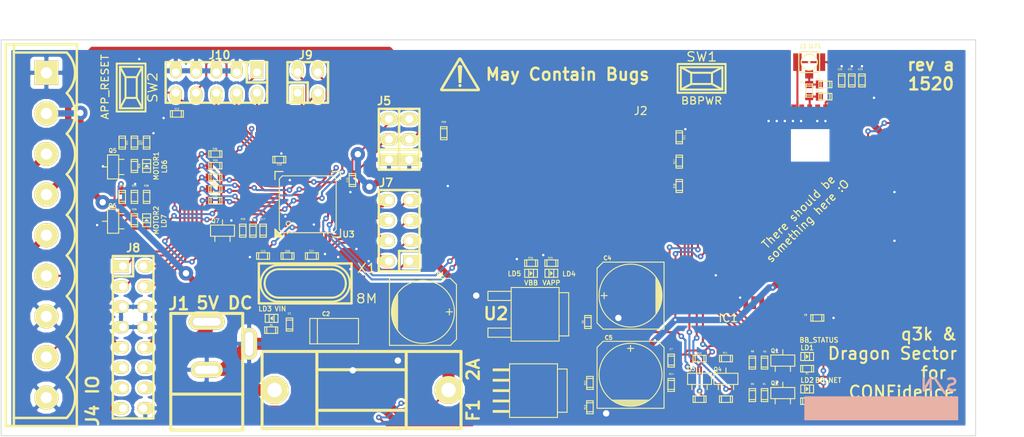
<source format=kicad_pcb>
(kicad_pcb (version 4) (host pcbnew "(2015-05-11 BZR 5650)-product")
  (layers (0 F.Cu signal) (31 B.Cu signal) (34 B.Paste user) (35 F.Paste user) (36 B.SilkS user) (37 F.SilkS user) (38 B.Mask user) (39 F.Mask user) (44 Edge.Cuts user))
  (net 0 "")
  (net 1 +5V)
  (net 2 GND)
  (net 3 3V3)
  (net 4 +BATT)
  (net 5 "Net-(C8-Pad1)")
  (net 6 "Net-(C9-Pad1)")
  (net 7 "Net-(C10-Pad1)")
  (net 8 "Net-(C11-Pad1)")
  (net 9 /APP_RST)
  (net 10 "Net-(C13-Pad1)")
  (net 11 "Net-(C14-Pad1)")
  (net 12 "Net-(F1-Pad1)")
  (net 13 "Net-(IC1-Pad1)")
  (net 14 "Net-(IC1-Pad2)")
  (net 15 "Net-(IC1-Pad3)")
  (net 16 "Net-(IC1-Pad4)")
  (net 17 "Net-(IC1-Pad5)")
  (net 18 "Net-(IC1-Pad6)")
  (net 19 "Net-(IC1-Pad7)")
  (net 20 "Net-(IC1-Pad8)")
  (net 21 "Net-(IC1-Pad9)")
  (net 22 "Net-(IC1-Pad10)")
  (net 23 "Net-(IC1-Pad11)")
  (net 24 "Net-(IC1-Pad12)")
  (net 25 "Net-(IC1-Pad13)")
  (net 26 "Net-(IC1-Pad14)")
  (net 27 "Net-(IC1-Pad15)")
  (net 28 "Net-(IC1-Pad16)")
  (net 29 "Net-(IC1-Pad19)")
  (net 30 "Net-(IC1-Pad20)")
  (net 31 "Net-(IC1-Pad21)")
  (net 32 "Net-(IC1-Pad22)")
  (net 33 "Net-(IC1-Pad23)")
  (net 34 "Net-(IC1-Pad24)")
  (net 35 "Net-(IC1-Pad25)")
  (net 36 "Net-(IC1-Pad27)")
  (net 37 "Net-(IC1-Pad28)")
  (net 38 "Net-(IC1-Pad31)")
  (net 39 "Net-(IC1-Pad32)")
  (net 40 "Net-(IC1-Pad33)")
  (net 41 "Net-(IC1-Pad34)")
  (net 42 "Net-(IC1-Pad35)")
  (net 43 "Net-(IC1-Pad36)")
  (net 44 "Net-(IC1-Pad37)")
  (net 45 "Net-(IC1-Pad38)")
  (net 46 "Net-(IC1-Pad40)")
  (net 47 "Net-(IC1-Pad41)")
  (net 48 "Net-(IC1-Pad42)")
  (net 49 "Net-(IC1-Pad43)")
  (net 50 "Net-(IC1-Pad44)")
  (net 51 "Net-(IC1-Pad47)")
  (net 52 "Net-(IC1-Pad48)")
  (net 53 "Net-(IC1-Pad49)")
  (net 54 "Net-(IC1-Pad50)")
  (net 55 "Net-(IC1-Pad51)")
  (net 56 "Net-(IC1-Pad52)")
  (net 57 "Net-(IC1-Pad66)")
  (net 58 "Net-(IC1-Pad67)")
  (net 59 "Net-(IC1-Pad68)")
  (net 60 "Net-(J2-Pad2)")
  (net 61 "Net-(J2-Pad3)")
  (net 62 "Net-(J2-Pad4)")
  (net 63 "Net-(J2-Pad5)")
  (net 64 +12V)
  (net 65 /MOTOR_1)
  (net 66 /MOTOR_2)
  (net 67 "Net-(J5-Pad2)")
  (net 68 "Net-(J6-Pad2)")
  (net 69 "Net-(J7-Pad1)")
  (net 70 "Net-(J7-Pad2)")
  (net 71 "Net-(J7-Pad3)")
  (net 72 "Net-(J7-Pad4)")
  (net 73 "Net-(J7-Pad5)")
  (net 74 "Net-(J7-Pad6)")
  (net 75 "Net-(J7-Pad7)")
  (net 76 "Net-(J7-Pad8)")
  (net 77 /A_VEND_1)
  (net 78 /A_VEND_2)
  (net 79 /A_VEND_3)
  (net 80 /A_ESCROW)
  (net 81 "Net-(J8-Pad11)")
  (net 82 "Net-(J8-Pad12)")
  (net 83 "Net-(J8-Pad13)")
  (net 84 "Net-(J8-Pad14)")
  (net 85 "Net-(J9-Pad1)")
  (net 86 "Net-(J9-Pad2)")
  (net 87 "Net-(J9-Pad3)")
  (net 88 "Net-(J9-Pad4)")
  (net 89 "Net-(J10-Pad2)")
  (net 90 "Net-(J10-Pad4)")
  (net 91 "Net-(J10-Pad6)")
  (net 92 "Net-(J10-Pad8)")
  (net 93 "Net-(LD1-Pad2)")
  (net 94 "Net-(LD2-Pad2)")
  (net 95 "Net-(LD3-Pad2)")
  (net 96 "Net-(LD4-Pad2)")
  (net 97 "Net-(LD5-Pad2)")
  (net 98 "Net-(LD6-Pad1)")
  (net 99 "Net-(LD6-Pad2)")
  (net 100 "Net-(LD7-Pad1)")
  (net 101 "Net-(LD7-Pad2)")
  (net 102 "Net-(Q1-Pad1)")
  (net 103 "Net-(Q1-Pad3)")
  (net 104 "Net-(Q2-Pad1)")
  (net 105 "Net-(Q2-Pad3)")
  (net 106 /BB_TX)
  (net 107 /BB_RX)
  (net 108 "Net-(Q5-Pad1)")
  (net 109 "Net-(Q6-Pad1)")
  (net 110 "Net-(Q7-Pad1)")
  (net 111 "Net-(R12-Pad2)")
  (net 112 /U_ESCROW)
  (net 113 "Net-(U3-Pad4)")
  (net 114 "Net-(U3-Pad1)")
  (net 115 "Net-(U3-Pad2)")
  (net 116 "Net-(U3-Pad3)")
  (net 117 "Net-(U3-Pad18)")
  (net 118 "Net-(U3-Pad19)")
  (net 119 "Net-(U3-Pad27)")
  (net 120 "Net-(U3-Pad28)")
  (net 121 "Net-(U3-Pad33)")
  (net 122 /A_VEND_4)
  (net 123 /A_BUSY)
  (module w_smd_lqfp:lqfp48 (layer F.Cu) (at 101.854 106.934)
    (fp_text reference U3 (at 5.1054 3.7592) (layer F.SilkS) (effects (font (size 0.7493 0.7493) (thickness 0.14986))))
    (fp_text value STM32F103C8 hide)
    (pad 4 smd rect (at -1.24968 4.09956) (size 0.29972 1.30048) (layers F.Cu F.Paste F.Mask) (net 113 "Net-(U3-Pad4)"))
    (pad 5 smd rect (at -0.7493 4.09956) (size 0.29972 1.30048) (layers F.Cu F.Paste F.Mask) (net 10 "Net-(C13-Pad1)"))
    (pad 6 smd rect (at -0.24892 4.09956) (size 0.29972 1.30048) (layers F.Cu F.Paste F.Mask) (net 11 "Net-(C14-Pad1)"))
    (pad 7 smd rect (at 0.24892 4.09956) (size 0.29972 1.30048) (layers F.Cu F.Paste F.Mask) (net 9 /APP_RST))
    (pad 8 smd rect (at 0.7493 4.09956) (size 0.29972 1.30048) (layers F.Cu F.Paste F.Mask) (net 2 GND))
    (pad 1 smd rect (at -2.75082 4.09956) (size 0.29972 1.30048) (layers F.Cu F.Paste F.Mask) (net 114 "Net-(U3-Pad1)"))
    (pad 2 smd rect (at -2.25044 4.09956) (size 0.29972 1.30048) (layers F.Cu F.Paste F.Mask) (net 115 "Net-(U3-Pad2)"))
    (pad 3 smd rect (at -1.75006 4.09956) (size 0.29972 1.30048) (layers F.Cu F.Paste F.Mask) (net 116 "Net-(U3-Pad3)"))
    (pad 13 smd rect (at 4.09956 2.75082) (size 1.30048 0.29972) (layers F.Cu F.Paste F.Mask) (net 72 "Net-(J7-Pad4)"))
    (pad 14 smd rect (at 4.09956 2.25044) (size 1.30048 0.29972) (layers F.Cu F.Paste F.Mask) (net 73 "Net-(J7-Pad5)"))
    (pad 15 smd rect (at 4.09956 1.75006) (size 1.30048 0.29972) (layers F.Cu F.Paste F.Mask) (net 74 "Net-(J7-Pad6)"))
    (pad 16 smd rect (at 4.09956 1.24968) (size 1.30048 0.29972) (layers F.Cu F.Paste F.Mask) (net 75 "Net-(J7-Pad7)"))
    (pad 17 smd rect (at 4.09956 0.7493) (size 1.30048 0.29972) (layers F.Cu F.Paste F.Mask) (net 76 "Net-(J7-Pad8)"))
    (pad 18 smd rect (at 4.09956 0.24892) (size 1.30048 0.29972) (layers F.Cu F.Paste F.Mask) (net 117 "Net-(U3-Pad18)"))
    (pad 19 smd rect (at 4.09956 -0.24892) (size 1.30048 0.29972) (layers F.Cu F.Paste F.Mask) (net 118 "Net-(U3-Pad19)"))
    (pad 20 smd rect (at 4.09956 -0.7493) (size 1.30048 0.29972) (layers F.Cu F.Paste F.Mask) (net 67 "Net-(J5-Pad2)"))
    (pad 25 smd rect (at 2.75082 -4.09956) (size 0.29972 1.30048) (layers F.Cu F.Paste F.Mask) (net 123 /A_BUSY))
    (pad 26 smd rect (at 2.25044 -4.09956) (size 0.29972 1.30048) (layers F.Cu F.Paste F.Mask) (net 112 /U_ESCROW))
    (pad 27 smd rect (at 1.75006 -4.09956) (size 0.29972 1.30048) (layers F.Cu F.Paste F.Mask) (net 119 "Net-(U3-Pad27)"))
    (pad 28 smd rect (at 1.24968 -4.09956) (size 0.29972 1.30048) (layers F.Cu F.Paste F.Mask) (net 120 "Net-(U3-Pad28)"))
    (pad 29 smd rect (at 0.7493 -4.09956) (size 0.29972 1.30048) (layers F.Cu F.Paste F.Mask) (net 88 "Net-(J9-Pad4)"))
    (pad 30 smd rect (at 0.24892 -4.09956) (size 0.29972 1.30048) (layers F.Cu F.Paste F.Mask) (net 87 "Net-(J9-Pad3)"))
    (pad 31 smd rect (at -0.24892 -4.09956) (size 0.29972 1.30048) (layers F.Cu F.Paste F.Mask) (net 86 "Net-(J9-Pad2)"))
    (pad 32 smd rect (at -0.7493 -4.09956) (size 0.29972 1.30048) (layers F.Cu F.Paste F.Mask) (net 85 "Net-(J9-Pad1)"))
    (pad 37 smd rect (at -4.09956 -2.75082) (size 1.30048 0.29972) (layers F.Cu F.Paste F.Mask) (net 90 "Net-(J10-Pad4)"))
    (pad 38 smd rect (at -4.09956 -2.25044) (size 1.30048 0.29972) (layers F.Cu F.Paste F.Mask) (net 92 "Net-(J10-Pad8)"))
    (pad 39 smd rect (at -4.09956 -1.75006) (size 1.30048 0.29972) (layers F.Cu F.Paste F.Mask) (net 91 "Net-(J10-Pad6)"))
    (pad 40 smd rect (at -4.09956 -1.24968) (size 1.30048 0.29972) (layers F.Cu F.Paste F.Mask) (net 77 /A_VEND_1))
    (pad 41 smd rect (at -4.09956 -0.7493) (size 1.30048 0.29972) (layers F.Cu F.Paste F.Mask) (net 78 /A_VEND_2))
    (pad 42 smd rect (at -4.09956 -0.24892) (size 1.30048 0.29972) (layers F.Cu F.Paste F.Mask) (net 79 /A_VEND_3))
    (pad 43 smd rect (at -4.09956 0.24892) (size 1.30048 0.29972) (layers F.Cu F.Paste F.Mask) (net 122 /A_VEND_4))
    (pad 44 smd rect (at -4.09956 0.7493) (size 1.30048 0.29972) (layers F.Cu F.Paste F.Mask) (net 68 "Net-(J6-Pad2)"))
    (pad 9 smd rect (at 1.24968 4.09956) (size 0.29972 1.30048) (layers F.Cu F.Paste F.Mask) (net 3 3V3))
    (pad 10 smd rect (at 1.75006 4.09956) (size 0.29972 1.30048) (layers F.Cu F.Paste F.Mask) (net 69 "Net-(J7-Pad1)"))
    (pad 11 smd rect (at 2.25044 4.09956) (size 0.29972 1.30048) (layers F.Cu F.Paste F.Mask) (net 70 "Net-(J7-Pad2)"))
    (pad 12 smd rect (at 2.75082 4.09956) (size 0.29972 1.30048) (layers F.Cu F.Paste F.Mask) (net 71 "Net-(J7-Pad3)"))
    (pad 21 smd rect (at 4.09956 -1.24968) (size 1.30048 0.29972) (layers F.Cu F.Paste F.Mask) (net 107 /BB_RX))
    (pad 22 smd rect (at 4.09956 -1.75006) (size 1.30048 0.29972) (layers F.Cu F.Paste F.Mask) (net 106 /BB_TX))
    (pad 23 smd rect (at 4.09956 -2.25044) (size 1.30048 0.29972) (layers F.Cu F.Paste F.Mask) (net 2 GND))
    (pad 24 smd rect (at 4.09956 -2.75082) (size 1.30048 0.29972) (layers F.Cu F.Paste F.Mask) (net 3 3V3))
    (pad 33 smd rect (at -1.24968 -4.09956) (size 0.29972 1.30048) (layers F.Cu F.Paste F.Mask) (net 121 "Net-(U3-Pad33)"))
    (pad 34 smd rect (at -1.75006 -4.09956) (size 0.29972 1.30048) (layers F.Cu F.Paste F.Mask) (net 89 "Net-(J10-Pad2)"))
    (pad 35 smd rect (at -2.25044 -4.09956) (size 0.29972 1.30048) (layers F.Cu F.Paste F.Mask) (net 2 GND))
    (pad 36 smd rect (at -2.75082 -4.09956) (size 0.29972 1.30048) (layers F.Cu F.Paste F.Mask) (net 3 3V3))
    (pad 45 smd rect (at -4.09956 1.24968) (size 1.30048 0.29972) (layers F.Cu F.Paste F.Mask) (net 98 "Net-(LD6-Pad1)"))
    (pad 46 smd rect (at -4.09956 1.75006) (size 1.30048 0.29972) (layers F.Cu F.Paste F.Mask) (net 100 "Net-(LD7-Pad1)"))
    (pad 47 smd rect (at -4.09956 2.25044) (size 1.30048 0.29972) (layers F.Cu F.Paste F.Mask) (net 2 GND))
    (pad 48 smd rect (at -4.09956 2.75082) (size 1.30048 0.29972) (layers F.Cu F.Paste F.Mask) (net 3 3V3))
  )
  (module sim900:SIM900 (layer F.Cu) (at 152.654 95.25)
    (fp_text reference IC1 (at 1.8034 25.908) (layer F.SilkS))
    (fp_text value SIM900)
    (pad 1 smd rect (at 0 4) (size 1.6 0.6) (layers F.Cu F.Paste F.Mask) (net 13 "Net-(IC1-Pad1)"))
    (pad 2 smd rect (at 0 5) (size 1.6 0.6) (layers F.Cu F.Paste F.Mask) (net 14 "Net-(IC1-Pad2)"))
    (pad 3 smd rect (at 0 6) (size 1.6 0.6) (layers F.Cu F.Paste F.Mask) (net 15 "Net-(IC1-Pad3)"))
    (pad 4 smd rect (at 0 7) (size 1.6 0.6) (layers F.Cu F.Paste F.Mask) (net 16 "Net-(IC1-Pad4)"))
    (pad 5 smd rect (at 0 8) (size 1.6 0.6) (layers F.Cu F.Paste F.Mask) (net 17 "Net-(IC1-Pad5)"))
    (pad 6 smd rect (at 0 9) (size 1.6 0.6) (layers F.Cu F.Paste F.Mask) (net 18 "Net-(IC1-Pad6)"))
    (pad 7 smd rect (at 0 10) (size 1.6 0.6) (layers F.Cu F.Paste F.Mask) (net 19 "Net-(IC1-Pad7)"))
    (pad 8 smd rect (at 0 11) (size 1.6 0.6) (layers F.Cu F.Paste F.Mask) (net 20 "Net-(IC1-Pad8)"))
    (pad 9 smd rect (at 0 12) (size 1.6 0.6) (layers F.Cu F.Paste F.Mask) (net 21 "Net-(IC1-Pad9)"))
    (pad 10 smd rect (at 0 13) (size 1.6 0.6) (layers F.Cu F.Paste F.Mask) (net 22 "Net-(IC1-Pad10)"))
    (pad 11 smd rect (at 0 14) (size 1.6 0.6) (layers F.Cu F.Paste F.Mask) (net 23 "Net-(IC1-Pad11)"))
    (pad 12 smd rect (at 0 15) (size 1.6 0.6) (layers F.Cu F.Paste F.Mask) (net 24 "Net-(IC1-Pad12)"))
    (pad 13 smd rect (at 0 16) (size 1.6 0.6) (layers F.Cu F.Paste F.Mask) (net 25 "Net-(IC1-Pad13)"))
    (pad 14 smd rect (at 0 17) (size 1.6 0.6) (layers F.Cu F.Paste F.Mask) (net 26 "Net-(IC1-Pad14)"))
    (pad 15 smd rect (at 0 18) (size 1.6 0.6) (layers F.Cu F.Paste F.Mask) (net 27 "Net-(IC1-Pad15)"))
    (pad 16 smd rect (at 0 19) (size 1.6 0.6) (layers F.Cu F.Paste F.Mask) (net 28 "Net-(IC1-Pad16)"))
    (pad 17 smd rect (at 0 20) (size 1.6 0.6) (layers F.Cu F.Paste F.Mask) (net 2 GND))
    (pad 18 smd rect (at 4 24) (size 0.6 1.6) (layers F.Cu F.Paste F.Mask) (net 2 GND))
    (pad 19 smd rect (at 5 24) (size 0.6 1.6) (layers F.Cu F.Paste F.Mask) (net 29 "Net-(IC1-Pad19)"))
    (pad 20 smd rect (at 6 24) (size 0.6 1.6) (layers F.Cu F.Paste F.Mask) (net 30 "Net-(IC1-Pad20)"))
    (pad 21 smd rect (at 7 24) (size 0.6 1.6) (layers F.Cu F.Paste F.Mask) (net 31 "Net-(IC1-Pad21)"))
    (pad 22 smd rect (at 8 24) (size 0.6 1.6) (layers F.Cu F.Paste F.Mask) (net 32 "Net-(IC1-Pad22)"))
    (pad 23 smd rect (at 9 24) (size 0.6 1.6) (layers F.Cu F.Paste F.Mask) (net 33 "Net-(IC1-Pad23)"))
    (pad 24 smd rect (at 10 24) (size 0.6 1.6) (layers F.Cu F.Paste F.Mask) (net 34 "Net-(IC1-Pad24)"))
    (pad 25 smd rect (at 11 24) (size 0.6 1.6) (layers F.Cu F.Paste F.Mask) (net 35 "Net-(IC1-Pad25)"))
    (pad 26 smd rect (at 12 24) (size 0.6 1.6) (layers F.Cu F.Paste F.Mask) (net 5 "Net-(C8-Pad1)"))
    (pad 27 smd rect (at 13 24) (size 0.6 1.6) (layers F.Cu F.Paste F.Mask) (net 36 "Net-(IC1-Pad27)"))
    (pad 28 smd rect (at 14 24) (size 0.6 1.6) (layers F.Cu F.Paste F.Mask) (net 37 "Net-(IC1-Pad28)"))
    (pad 29 smd rect (at 15 24) (size 0.6 1.6) (layers F.Cu F.Paste F.Mask) (net 2 GND))
    (pad 30 smd rect (at 16 24) (size 0.6 1.6) (layers F.Cu F.Paste F.Mask) (net 8 "Net-(C11-Pad1)"))
    (pad 31 smd rect (at 17 24) (size 0.6 1.6) (layers F.Cu F.Paste F.Mask) (net 38 "Net-(IC1-Pad31)"))
    (pad 32 smd rect (at 18 24) (size 0.6 1.6) (layers F.Cu F.Paste F.Mask) (net 39 "Net-(IC1-Pad32)"))
    (pad 33 smd rect (at 19 24) (size 0.6 1.6) (layers F.Cu F.Paste F.Mask) (net 40 "Net-(IC1-Pad33)"))
    (pad 34 smd rect (at 20 24) (size 0.6 1.6) (layers F.Cu F.Paste F.Mask) (net 41 "Net-(IC1-Pad34)"))
    (pad 35 smd rect (at 24 20) (size 1.6 0.6) (layers F.Cu F.Paste F.Mask) (net 42 "Net-(IC1-Pad35)"))
    (pad 36 smd rect (at 24 19) (size 1.6 0.6) (layers F.Cu F.Paste F.Mask) (net 43 "Net-(IC1-Pad36)"))
    (pad 37 smd rect (at 24 18) (size 1.6 0.6) (layers F.Cu F.Paste F.Mask) (net 44 "Net-(IC1-Pad37)"))
    (pad 38 smd rect (at 24 17) (size 1.6 0.6) (layers F.Cu F.Paste F.Mask) (net 45 "Net-(IC1-Pad38)"))
    (pad 39 smd rect (at 24 16) (size 1.6 0.6) (layers F.Cu F.Paste F.Mask) (net 2 GND))
    (pad 40 smd rect (at 24 15) (size 1.6 0.6) (layers F.Cu F.Paste F.Mask) (net 46 "Net-(IC1-Pad40)"))
    (pad 41 smd rect (at 24 14) (size 1.6 0.6) (layers F.Cu F.Paste F.Mask) (net 47 "Net-(IC1-Pad41)"))
    (pad 42 smd rect (at 24 13) (size 1.6 0.6) (layers F.Cu F.Paste F.Mask) (net 48 "Net-(IC1-Pad42)"))
    (pad 43 smd rect (at 24 12) (size 1.6 0.6) (layers F.Cu F.Paste F.Mask) (net 49 "Net-(IC1-Pad43)"))
    (pad 44 smd rect (at 24 11) (size 1.6 0.6) (layers F.Cu F.Paste F.Mask) (net 50 "Net-(IC1-Pad44)"))
    (pad 45 smd rect (at 24 10) (size 1.6 0.6) (layers F.Cu F.Paste F.Mask) (net 2 GND))
    (pad 46 smd rect (at 24 9) (size 1.6 0.6) (layers F.Cu F.Paste F.Mask) (net 2 GND))
    (pad 47 smd rect (at 24 8) (size 1.6 0.6) (layers F.Cu F.Paste F.Mask) (net 51 "Net-(IC1-Pad47)"))
    (pad 48 smd rect (at 24 7) (size 1.6 0.6) (layers F.Cu F.Paste F.Mask) (net 52 "Net-(IC1-Pad48)"))
    (pad 49 smd rect (at 24 6) (size 1.6 0.6) (layers F.Cu F.Paste F.Mask) (net 53 "Net-(IC1-Pad49)"))
    (pad 50 smd rect (at 24 5) (size 1.6 0.6) (layers F.Cu F.Paste F.Mask) (net 54 "Net-(IC1-Pad50)"))
    (pad 51 smd rect (at 24 4) (size 1.6 0.6) (layers F.Cu F.Paste F.Mask) (net 55 "Net-(IC1-Pad51)"))
    (pad 52 smd rect (at 20 0) (size 0.6 1.6) (layers F.Cu F.Paste F.Mask) (net 56 "Net-(IC1-Pad52)"))
    (pad 53 smd rect (at 19 0) (size 0.6 1.6) (layers F.Cu F.Paste F.Mask) (net 2 GND))
    (pad 54 smd rect (at 18 0) (size 0.6 1.6) (layers F.Cu F.Paste F.Mask) (net 2 GND))
    (pad 55 smd rect (at 17 0) (size 0.6 1.6) (layers F.Cu F.Paste F.Mask) (net 4 +BATT))
    (pad 56 smd rect (at 16 0) (size 0.6 1.6) (layers F.Cu F.Paste F.Mask) (net 4 +BATT))
    (pad 57 smd rect (at 15 0) (size 0.6 1.6) (layers F.Cu F.Paste F.Mask) (net 4 +BATT))
    (pad 58 smd rect (at 14 0) (size 0.6 1.6) (layers F.Cu F.Paste F.Mask) (net 2 GND))
    (pad 59 smd rect (at 13 0) (size 0.6 1.6) (layers F.Cu F.Paste F.Mask) (net 2 GND))
    (pad 60 smd rect (at 12 0) (size 0.6 1.6) (layers F.Cu F.Paste F.Mask) (net 6 "Net-(C9-Pad1)"))
    (pad 61 smd rect (at 11 0) (size 0.6 1.6) (layers F.Cu F.Paste F.Mask) (net 2 GND))
    (pad 62 smd rect (at 10 0) (size 0.6 1.6) (layers F.Cu F.Paste F.Mask) (net 2 GND))
    (pad 63 smd rect (at 9 0) (size 0.6 1.6) (layers F.Cu F.Paste F.Mask) (net 2 GND))
    (pad 64 smd rect (at 8 0) (size 0.6 1.6) (layers F.Cu F.Paste F.Mask) (net 2 GND))
    (pad 65 smd rect (at 7 0) (size 0.6 1.6) (layers F.Cu F.Paste F.Mask) (net 2 GND))
    (pad 66 smd rect (at 6 0) (size 0.6 1.6) (layers F.Cu F.Paste F.Mask) (net 57 "Net-(IC1-Pad66)"))
    (pad 67 smd rect (at 5 0) (size 0.6 1.6) (layers F.Cu F.Paste F.Mask) (net 58 "Net-(IC1-Pad67)"))
    (pad 68 smd rect (at 4 0) (size 0.6 1.6) (layers F.Cu F.Paste F.Mask) (net 59 "Net-(IC1-Pad68)"))
  )
  (module w_pin_strip:pin_strip_8x2 (layer F.Cu) (at 80.01 123.571 270)
    (fp_text reference J8 (at -11.176 0 360) (layer F.SilkS) (effects (font (size 1.016 1.016) (thickness 0.2032))))
    (fp_text value ACCEPTOR hide)
    (pad 1 thru_hole rect (at -8.89 1.27 270) (size 1.524 1.99898) (drill 1.00076 (offset 0 0.24892)) (layers *.Cu *.Mask F.SilkS) (net 77 /A_VEND_1))
    (pad 2 thru_hole oval (at -8.89 -1.27 270) (size 1.524 1.99898) (drill 1.00076 (offset 0 -0.24892)) (layers *.Cu *.Mask F.SilkS) (net 78 /A_VEND_2))
    (pad 3 thru_hole oval (at -6.35 1.27 270) (size 1.524 1.99898) (drill 1.00076 (offset 0 0.24892)) (layers *.Cu *.Mask F.SilkS) (net 79 /A_VEND_3))
    (pad 4 thru_hole oval (at -6.35 -1.27 270) (size 1.524 1.99898) (drill 1.00076 (offset 0 -0.24892)) (layers *.Cu *.Mask F.SilkS) (net 122 /A_VEND_4))
    (pad 5 thru_hole oval (at -3.81 1.27 270) (size 1.524 1.99898) (drill 1.00076 (offset 0 0.24892)) (layers *.Cu *.Mask F.SilkS) (net 2 GND))
    (pad 6 thru_hole oval (at -3.81 -1.27 270) (size 1.524 1.99898) (drill 1.00076 (offset 0 -0.24892)) (layers *.Cu *.Mask F.SilkS) (net 2 GND))
    (pad 7 thru_hole oval (at -1.27 1.27 270) (size 1.524 1.99898) (drill 1.00076 (offset 0 0.24892)) (layers *.Cu *.Mask F.SilkS) (net 2 GND))
    (pad 8 thru_hole oval (at -1.27 -1.27 270) (size 1.524 1.99898) (drill 1.00076 (offset 0 -0.24892)) (layers *.Cu *.Mask F.SilkS) (net 2 GND))
    (pad 9 thru_hole oval (at 1.27 1.27 270) (size 1.524 1.99898) (drill 1.00076 (offset 0 0.24892)) (layers *.Cu *.Mask F.SilkS) (net 123 /A_BUSY))
    (pad 10 thru_hole oval (at 1.27 -1.27 270) (size 1.524 1.99898) (drill 1.00076 (offset 0 -0.24892)) (layers *.Cu *.Mask F.SilkS) (net 80 /A_ESCROW))
    (pad 11 thru_hole oval (at 3.81 1.27 270) (size 1.524 1.99898) (drill 1.00076 (offset 0 0.24892)) (layers *.Cu *.Mask F.SilkS) (net 81 "Net-(J8-Pad11)"))
    (pad 12 thru_hole oval (at 3.81 -1.27 270) (size 1.524 1.99898) (drill 1.00076 (offset 0 -0.24892)) (layers *.Cu *.Mask F.SilkS) (net 82 "Net-(J8-Pad12)"))
    (pad 13 thru_hole oval (at 6.35 1.27 270) (size 1.524 1.99898) (drill 1.00076 (offset 0 0.24892)) (layers *.Cu *.Mask F.SilkS) (net 83 "Net-(J8-Pad13)"))
    (pad 14 thru_hole oval (at 6.35 -1.27 270) (size 1.524 1.99898) (drill 1.00076 (offset 0 -0.24892)) (layers *.Cu *.Mask F.SilkS) (net 84 "Net-(J8-Pad14)"))
    (pad 15 thru_hole oval (at 8.89 1.27 270) (size 1.524 1.99898) (drill 1.00076 (offset 0 0.24892)) (layers *.Cu *.Mask F.SilkS) (net 64 +12V))
    (pad 16 thru_hole oval (at 8.89 -1.27 270) (size 1.524 1.99898) (drill 1.00076 (offset 0 -0.24892)) (layers *.Cu *.Mask F.SilkS) (net 2 GND))
  )
  (module w_pin_strip:pin_strip_3 (layer F.Cu) (at 112.014 98.806 90)
    (fp_text reference J5 (at 4.8006 -0.6096 360) (layer F.SilkS) (effects (font (size 1.016 1.016) (thickness 0.2032))))
    (fp_text value BOOT0 hide)
    (pad 1 thru_hole rect (at -2.54 0 90) (size 1.524 2.19964) (drill 1.00076) (layers *.Cu *.Mask F.SilkS) (net 2 GND))
    (pad 2 thru_hole oval (at 0 0 90) (size 1.524 2.19964) (drill 1.00076) (layers *.Cu *.Mask F.SilkS) (net 67 "Net-(J5-Pad2)"))
    (pad 3 thru_hole oval (at 2.54 0 90) (size 1.524 2.19964) (drill 1.00076) (layers *.Cu *.Mask F.SilkS) (net 3 3V3))
  )
  (module w_smd_cap:c_elec_8x10 (layer F.Cu) (at 116.2685 120.396)
    (fp_text reference C1 (at 2.1971 -4.699) (layer F.SilkS) (effects (font (size 0.50038 0.50038) (thickness 0.11938))))
    (fp_text value 470u hide)
    (pad 1 smd rect (at 3.2512 0) (size 3.50012 2.4003) (layers F.Cu F.Paste F.Mask) (net 1 +5V))
    (pad 2 smd rect (at -3.2512 0) (size 3.50012 2.4003) (layers F.Cu F.Paste F.Mask) (net 2 GND))
  )
  (module w_smd_cap:c_tant_C (layer F.Cu) (at 105.156 122.809 180)
    (fp_text reference C2 (at 1.016 2.159 180) (layer F.SilkS) (effects (font (size 0.50038 0.50038) (thickness 0.11938))))
    (fp_text value 100u hide)
    (pad 2 smd rect (at 2.52476 0 180) (size 2.55016 2.49936) (layers F.Cu F.Paste F.Mask) (net 2 GND))
    (pad 1 smd rect (at -2.52476 0 180) (size 2.55016 2.49936) (layers F.Cu F.Paste F.Mask) (net 1 +5V))
  )
  (module w_smd_cap:c_0603 (layer F.Cu) (at 99.568 121.9835 90)
    (fp_text reference C3 (at 1.3843 -0.0254 180) (layer F.SilkS) (effects (font (size 0.20066 0.20066) (thickness 0.04064))))
    (fp_text value 1u hide)
    (pad 1 smd rect (at 0.75184 0 90) (size 0.89916 1.00076) (layers F.Cu F.Paste F.Mask) (net 1 +5V))
    (pad 2 smd rect (at -0.75184 0 90) (size 0.89916 1.00076) (layers F.Cu F.Paste F.Mask) (net 2 GND))
  )
  (module w_smd_cap:c_elec_8x10 (layer F.Cu) (at 142.24 118.364 180)
    (fp_text reference C4 (at 2.8956 4.699 180) (layer F.SilkS) (effects (font (size 0.50038 0.50038) (thickness 0.11938))))
    (fp_text value 470u hide)
    (pad 1 smd rect (at 3.2512 0 180) (size 3.50012 2.4003) (layers F.Cu F.Paste F.Mask) (net 3 3V3))
    (pad 2 smd rect (at -3.2512 0 180) (size 3.50012 2.4003) (layers F.Cu F.Paste F.Mask) (net 2 GND))
  )
  (module w_smd_cap:c_elec_8x10 (layer F.Cu) (at 142.24 128.27 90)
    (fp_text reference C5 (at 4.6482 -2.7432 180) (layer F.SilkS) (effects (font (size 0.50038 0.50038) (thickness 0.11938))))
    (fp_text value 470u hide)
    (pad 1 smd rect (at 3.2512 0 90) (size 3.50012 2.4003) (layers F.Cu F.Paste F.Mask) (net 4 +BATT))
    (pad 2 smd rect (at -3.2512 0 90) (size 3.50012 2.4003) (layers F.Cu F.Paste F.Mask) (net 2 GND))
  )
  (module w_smd_cap:c_0603 (layer F.Cu) (at 136.906 121.666 90)
    (fp_text reference C6 (at 0 -0.635 90) (layer F.SilkS) (effects (font (size 0.20066 0.20066) (thickness 0.04064))))
    (fp_text value 100n hide)
    (pad 1 smd rect (at 0.75184 0 90) (size 0.89916 1.00076) (layers F.Cu F.Paste F.Mask) (net 3 3V3))
    (pad 2 smd rect (at -0.75184 0 90) (size 0.89916 1.00076) (layers F.Cu F.Paste F.Mask) (net 2 GND))
  )
  (module w_smd_cap:c_0603 (layer F.Cu) (at 147.32 126.492 90)
    (fp_text reference C7 (at 1.4224 0 180) (layer F.SilkS) (effects (font (size 0.20066 0.20066) (thickness 0.04064))))
    (fp_text value 100n hide)
    (pad 1 smd rect (at 0.75184 0 90) (size 0.89916 1.00076) (layers F.Cu F.Paste F.Mask) (net 4 +BATT))
    (pad 2 smd rect (at -0.75184 0 90) (size 0.89916 1.00076) (layers F.Cu F.Paste F.Mask) (net 2 GND))
  )
  (module w_smd_cap:c_0603 (layer F.Cu) (at 165.608 121.158 180)
    (fp_text reference C8 (at 1.4732 0.381 180) (layer F.SilkS) (effects (font (size 0.20066 0.20066) (thickness 0.04064))))
    (fp_text value 4u7 hide)
    (pad 1 smd rect (at 0.75184 0 180) (size 0.89916 1.00076) (layers F.Cu F.Paste F.Mask) (net 5 "Net-(C8-Pad1)"))
    (pad 2 smd rect (at -0.75184 0 180) (size 0.89916 1.00076) (layers F.Cu F.Paste F.Mask) (net 2 GND))
  )
  (module w_smd_cap:c_0603 (layer F.Cu) (at 166.624 93.472 180)
    (fp_text reference C9 (at 1.016 0.6858 180) (layer F.SilkS) (effects (font (size 0.20066 0.20066) (thickness 0.04064))))
    (fp_text value C hide)
    (pad 1 smd rect (at 0.75184 0 180) (size 0.89916 1.00076) (layers F.Cu F.Paste F.Mask) (net 6 "Net-(C9-Pad1)"))
    (pad 2 smd rect (at -0.75184 0 180) (size 0.89916 1.00076) (layers F.Cu F.Paste F.Mask) (net 2 GND))
  )
  (module w_smd_cap:c_0603 (layer F.Cu) (at 166.624 91.948 180)
    (fp_text reference C10 (at 0.889 0.6858 180) (layer F.SilkS) (effects (font (size 0.20066 0.20066) (thickness 0.04064))))
    (fp_text value C hide)
    (pad 1 smd rect (at 0.75184 0 180) (size 0.89916 1.00076) (layers F.Cu F.Paste F.Mask) (net 7 "Net-(C10-Pad1)"))
    (pad 2 smd rect (at -0.75184 0 180) (size 0.89916 1.00076) (layers F.Cu F.Paste F.Mask) (net 2 GND))
  )
  (module w_smd_cap:c_0603 (layer F.Cu) (at 148.336 98.552 270)
    (fp_text reference C11 (at 0 -0.635 270) (layer F.SilkS) (effects (font (size 0.20066 0.20066) (thickness 0.04064))))
    (fp_text value 100n hide)
    (pad 1 smd rect (at 0.75184 0 270) (size 0.89916 1.00076) (layers F.Cu F.Paste F.Mask) (net 8 "Net-(C11-Pad1)"))
    (pad 2 smd rect (at -0.75184 0 270) (size 0.89916 1.00076) (layers F.Cu F.Paste F.Mask) (net 2 GND))
  )
  (module w_smd_cap:c_0603 (layer F.Cu) (at 85.48116 95.631)
    (fp_text reference C12 (at 0 -0.635) (layer F.SilkS) (effects (font (size 0.20066 0.20066) (thickness 0.04064))))
    (fp_text value 100n hide)
    (pad 1 smd rect (at 0.75184 0) (size 0.89916 1.00076) (layers F.Cu F.Paste F.Mask) (net 9 /APP_RST))
    (pad 2 smd rect (at -0.75184 0) (size 0.89916 1.00076) (layers F.Cu F.Paste F.Mask) (net 2 GND))
  )
  (module w_smd_cap:c_0603 (layer F.Cu) (at 96.266 113.411)
    (fp_text reference C13 (at 0 -0.635) (layer F.SilkS) (effects (font (size 0.20066 0.20066) (thickness 0.04064))))
    (fp_text value 22p hide)
    (pad 1 smd rect (at 0.75184 0) (size 0.89916 1.00076) (layers F.Cu F.Paste F.Mask) (net 10 "Net-(C13-Pad1)"))
    (pad 2 smd rect (at -0.75184 0) (size 0.89916 1.00076) (layers F.Cu F.Paste F.Mask) (net 2 GND))
  )
  (module w_smd_cap:c_0603 (layer F.Cu) (at 102.37216 113.411 180)
    (fp_text reference C14 (at 0.03556 0.6604 180) (layer F.SilkS) (effects (font (size 0.20066 0.20066) (thickness 0.04064))))
    (fp_text value 22p hide)
    (pad 1 smd rect (at 0.75184 0 180) (size 0.89916 1.00076) (layers F.Cu F.Paste F.Mask) (net 11 "Net-(C14-Pad1)"))
    (pad 2 smd rect (at -0.75184 0 180) (size 0.89916 1.00076) (layers F.Cu F.Paste F.Mask) (net 2 GND))
  )
  (module w_smd_cap:c_0603 (layer F.Cu) (at 98.298 101.346 180)
    (fp_text reference C15 (at 0 -0.635 180) (layer F.SilkS) (effects (font (size 0.20066 0.20066) (thickness 0.04064))))
    (fp_text value 100n hide)
    (pad 1 smd rect (at 0.75184 0 180) (size 0.89916 1.00076) (layers F.Cu F.Paste F.Mask) (net 3 3V3))
    (pad 2 smd rect (at -0.75184 0 180) (size 0.89916 1.00076) (layers F.Cu F.Paste F.Mask) (net 2 GND))
  )
  (module w_smd_cap:c_0603 (layer F.Cu) (at 107.442 103.89616 90)
    (fp_text reference C16 (at 0 -0.635 90) (layer F.SilkS) (effects (font (size 0.20066 0.20066) (thickness 0.04064))))
    (fp_text value 100n hide)
    (pad 1 smd rect (at 0.75184 0 90) (size 0.89916 1.00076) (layers F.Cu F.Paste F.Mask) (net 3 3V3))
    (pad 2 smd rect (at -0.75184 0 90) (size 0.89916 1.00076) (layers F.Cu F.Paste F.Mask) (net 2 GND))
  )
  (module w_smd_cap:c_0603 (layer F.Cu) (at 96.266 110.236 270)
    (fp_text reference C17 (at -1.4478 0.0254 360) (layer F.SilkS) (effects (font (size 0.20066 0.20066) (thickness 0.04064))))
    (fp_text value 100n hide)
    (pad 1 smd rect (at 0.75184 0 270) (size 0.89916 1.00076) (layers F.Cu F.Paste F.Mask) (net 3 3V3))
    (pad 2 smd rect (at -0.75184 0 270) (size 0.89916 1.00076) (layers F.Cu F.Paste F.Mask) (net 2 GND))
  )
  (module w_misc_comp:fuse_holder_CQ-2 (layer F.Cu) (at 108.585 130.175 90)
    (fp_text reference F1 (at -2.54 13.97 90) (layer F.SilkS) (effects (font (thickness 0.3048))))
    (fp_text value 2A (at 2.54 13.97 90) (layer F.SilkS) (effects (font (thickness 0.3048))))
    (pad 1 thru_hole circle (at 0 -10.8839 90) (size 3.50012 3.50012) (drill 1.80086) (layers *.Cu *.Mask F.SilkS) (net 12 "Net-(F1-Pad1)"))
    (pad 2 thru_hole circle (at 0 10.8839 90) (size 3.50012 3.50012) (drill 1.80086) (layers *.Cu *.Mask F.SilkS) (net 1 +5V))
  )
  (module w_conn_misc:dc_socket (layer F.Cu) (at 89.2175 127.889)
    (fp_text reference J1 (at -3.4925 -8.509) (layer F.SilkS) (effects (font (thickness 0.3048))))
    (fp_text value "5V DC" (at 2.2225 -8.60044) (layer F.SilkS) (effects (font (thickness 0.3048))))
    (pad 1 thru_hole oval (at 5.30098 -3.50012) (size 1.99898 4.0005) (drill oval 1.00076 2.99974) (layers *.Cu *.Mask F.SilkS) (net 2 GND))
    (pad 2 thru_hole oval (at 0 -0.24892) (size 4.0005 1.99898) (drill oval 2.99974 1.00076) (layers *.Cu *.Mask F.SilkS) (net 2 GND))
    (pad 3 thru_hole oval (at 0 -6.25094) (size 4.50088 1.99898) (drill oval 3.50012 1.00076) (layers *.Cu *.Mask F.SilkS) (net 12 "Net-(F1-Pad1)"))
  )
  (module sim900:C707-10M006-049-2 (layer F.Cu) (at 147.32 103.886 180)
    (fp_text reference J2 (at 3.81 8.636 180) (layer F.SilkS))
    (fp_text value SIMHOLDER)
    (pad 1 smd rect (at 0 5.08 180) (size 1.7 1.3) (drill (offset 0.85 0)) (layers F.Cu F.Paste F.Mask) (net 8 "Net-(C11-Pad1)"))
    (pad 2 smd rect (at 0 2.54 180) (size 1.7 1.3) (drill (offset 0.85 0)) (layers F.Cu F.Paste F.Mask) (net 60 "Net-(J2-Pad2)"))
    (pad 3 smd rect (at 0 0 180) (size 1.7 1.3) (drill (offset 0.85 0)) (layers F.Cu F.Paste F.Mask) (net 61 "Net-(J2-Pad3)"))
    (pad 4 smd rect (at 27.4 5.08 180) (size 1.7 1.3) (drill (offset -0.85 0)) (layers F.Cu F.Paste F.Mask) (net 62 "Net-(J2-Pad4)"))
    (pad 5 smd rect (at 27.4 2.54 180) (size 1.7 1.3) (drill (offset -0.85 0)) (layers F.Cu F.Paste F.Mask) (net 63 "Net-(J2-Pad5)"))
    (pad 6 smd rect (at 27.4 0 180) (size 1.7 1.3) (drill (offset -0.85 0)) (layers F.Cu F.Paste F.Mask) (net 2 GND))
  )
  (module w_conn_rf:coaxial_u.fl-r-smt-1 (layer F.Cu) (at 164.592 89.154)
    (fp_text reference J3 (at -0.8128 -1.9812) (layer F.SilkS) (effects (font (size 0.5 0.5) (thickness 0.1))))
    (fp_text value U.FL (at 0.7366 -2.0066) (layer F.SilkS) (effects (font (size 0.5 0.5) (thickness 0.1))))
    (pad 2 smd rect (at -1.475 0) (size 1.05 2.2) (layers F.Cu F.Paste F.Mask) (net 2 GND))
    (pad 2 smd rect (at 1.475 0) (size 1.05 2.2) (layers F.Cu F.Paste F.Mask) (net 2 GND))
    (pad 1 smd rect (at 0 1.525) (size 1 1.05) (layers F.Cu F.Paste F.Mask) (net 7 "Net-(C10-Pad1)"))
  )
  (module w_conn_screw:mstbva_2,5%2f9-g-5,08 (layer F.Cu) (at 69.1515 110.8075 270)
    (fp_text reference J4 (at 22.5425 -5.7785 270) (layer F.SilkS) (effects (font (thickness 0.3048))))
    (fp_text value IO (at 18.7325 -5.7785 270) (layer F.SilkS) (effects (font (thickness 0.3048))))
    (pad 1 thru_hole rect (at -20.32 0 270) (size 2.99974 2.99974) (drill 1.39954) (layers *.Cu *.Mask F.SilkS) (net 2 GND))
    (pad 4 thru_hole circle (at -5.08 0 270) (size 2.99974 2.99974) (drill 1.39954) (layers *.Cu *.Mask F.SilkS) (net 3 3V3))
    (pad 5 thru_hole circle (at 0 0 270) (size 2.99974 2.99974) (drill 1.39954) (layers *.Cu *.Mask F.SilkS) (net 64 +12V))
    (pad 6 thru_hole circle (at 5.08 0 270) (size 2.99974 2.99974) (drill 1.39954) (layers *.Cu *.Mask F.SilkS) (net 65 /MOTOR_1))
    (pad 7 thru_hole circle (at 10.16 0 270) (size 2.99974 2.99974) (drill 1.39954) (layers *.Cu *.Mask F.SilkS) (net 2 GND))
    (pad 8 thru_hole circle (at 15.24 0 270) (size 2.99974 2.99974) (drill 1.39954) (layers *.Cu *.Mask F.SilkS) (net 66 /MOTOR_2))
    (pad 9 thru_hole circle (at 20.32 0 270) (size 2.99974 2.99974) (drill 1.39954) (layers *.Cu *.Mask F.SilkS) (net 2 GND))
    (pad 3 thru_hole circle (at -10.16 0 270) (size 2.99974 2.99974) (drill 1.39954) (layers *.Cu *.Mask F.SilkS) (net 4 +BATT))
    (pad 2 thru_hole circle (at -15.24 0 270) (size 2.99974 2.99974) (drill 1.39954) (layers *.Cu *.Mask F.SilkS) (net 1 +5V))
  )
  (module w_pin_strip:pin_strip_3 (layer F.Cu) (at 114.554 98.806 90)
    (fp_text reference J6 (at 0 -2.159 90) (layer F.SilkS) (effects (font (size 1.016 1.016) (thickness 0.2032))))
    (fp_text value BOOT0 hide)
    (pad 1 thru_hole rect (at -2.54 0 90) (size 1.524 2.19964) (drill 1.00076) (layers *.Cu *.Mask F.SilkS) (net 2 GND))
    (pad 2 thru_hole oval (at 0 0 90) (size 1.524 2.19964) (drill 1.00076) (layers *.Cu *.Mask F.SilkS) (net 68 "Net-(J6-Pad2)"))
    (pad 3 thru_hole oval (at 2.54 0 90) (size 1.524 2.19964) (drill 1.00076) (layers *.Cu *.Mask F.SilkS) (net 3 3V3))
  )
  (module w_smd_leds:Led_0603 (layer F.Cu) (at 97.3328 121.2088 180)
    (fp_text reference LD3 (at 0.8128 1.1938 180) (layer F.SilkS) (effects (font (size 0.59944 0.59944) (thickness 0.11938))))
    (fp_text value VIN (at -1.0922 1.1938 180) (layer F.SilkS) (effects (font (size 0.59944 0.59944) (thickness 0.11938))))
    (pad 1 smd rect (at -0.7493 0 180) (size 0.79756 0.79756) (layers F.Cu F.Paste F.Mask) (net 1 +5V))
    (pad 2 smd rect (at 0.7493 0 180) (size 0.79756 0.79756) (layers F.Cu F.Paste F.Mask) (net 95 "Net-(LD3-Pad2)"))
  )
  (module w_smd_leds:Led_0603 (layer F.Cu) (at 132.334 115.57)
    (fp_text reference LD4 (at 2.2098 0.0762) (layer F.SilkS) (effects (font (size 0.59944 0.59944) (thickness 0.11938))))
    (fp_text value VAPP (at 0 1.19888) (layer F.SilkS) (effects (font (size 0.59944 0.59944) (thickness 0.11938))))
    (pad 1 smd rect (at -0.7493 0) (size 0.79756 0.79756) (layers F.Cu F.Paste F.Mask) (net 3 3V3))
    (pad 2 smd rect (at 0.7493 0) (size 0.79756 0.79756) (layers F.Cu F.Paste F.Mask) (net 96 "Net-(LD4-Pad2)"))
  )
  (module w_smd_leds:Led_0603 (layer F.Cu) (at 129.794 115.57)
    (fp_text reference LD5 (at -2.0828 0.0508) (layer F.SilkS) (effects (font (size 0.59944 0.59944) (thickness 0.11938))))
    (fp_text value VBB (at 0 1.19888) (layer F.SilkS) (effects (font (size 0.59944 0.59944) (thickness 0.11938))))
    (pad 1 smd rect (at -0.7493 0) (size 0.79756 0.79756) (layers F.Cu F.Paste F.Mask) (net 4 +BATT))
    (pad 2 smd rect (at 0.7493 0) (size 0.79756 0.79756) (layers F.Cu F.Paste F.Mask) (net 97 "Net-(LD5-Pad2)"))
  )
  (module w_smd_leds:Led_0603 (layer F.Cu) (at 81.69275 102.13975 90)
    (fp_text reference LD6 (at -0.06985 2.22885 90) (layer F.SilkS) (effects (font (size 0.59944 0.59944) (thickness 0.11938))))
    (fp_text value MOTOR1 (at 0 1.19888 90) (layer F.SilkS) (effects (font (size 0.59944 0.59944) (thickness 0.11938))))
    (pad 1 smd rect (at -0.7493 0 90) (size 0.79756 0.79756) (layers F.Cu F.Paste F.Mask) (net 98 "Net-(LD6-Pad1)"))
    (pad 2 smd rect (at 0.7493 0 90) (size 0.79756 0.79756) (layers F.Cu F.Paste F.Mask) (net 99 "Net-(LD6-Pad2)"))
  )
  (module w_smd_leds:Led_0603 (layer F.Cu) (at 81.69275 108.93425 90)
    (fp_text reference LD7 (at -0.10795 2.17805 90) (layer F.SilkS) (effects (font (size 0.59944 0.59944) (thickness 0.11938))))
    (fp_text value MOTOR2 (at 0 1.19888 90) (layer F.SilkS) (effects (font (size 0.59944 0.59944) (thickness 0.11938))))
    (pad 1 smd rect (at -0.7493 0 90) (size 0.79756 0.79756) (layers F.Cu F.Paste F.Mask) (net 100 "Net-(LD7-Pad1)"))
    (pad 2 smd rect (at 0.7493 0 90) (size 0.79756 0.79756) (layers F.Cu F.Paste F.Mask) (net 101 "Net-(LD7-Pad2)"))
  )
  (module w_smd_trans:sot23 (layer F.Cu) (at 150.876 128.778)
    (fp_text reference Q3 (at -1.0414 -1.2446) (layer F.SilkS) (effects (font (size 0.50038 0.50038) (thickness 0.09906))))
    (fp_text value BSS138 hide)
    (pad 1 smd rect (at -0.9525 1.05664) (size 0.59944 1.00076) (layers F.Cu F.Paste F.Mask) (net 3 3V3))
    (pad 2 smd rect (at 0 -1.05664) (size 0.59944 1.00076) (layers F.Cu F.Paste F.Mask) (net 21 "Net-(IC1-Pad9)"))
    (pad 3 smd rect (at 0.9525 1.05664) (size 0.59944 1.00076) (layers F.Cu F.Paste F.Mask) (net 106 /BB_TX))
  )
  (module w_smd_trans:sot23 (layer F.Cu) (at 154.178 128.778)
    (fp_text reference Q4 (at -1.0414 -1.1938) (layer F.SilkS) (effects (font (size 0.50038 0.50038) (thickness 0.09906))))
    (fp_text value BSS138 hide)
    (pad 1 smd rect (at -0.9525 1.05664) (size 0.59944 1.00076) (layers F.Cu F.Paste F.Mask) (net 3 3V3))
    (pad 2 smd rect (at 0 -1.05664) (size 0.59944 1.00076) (layers F.Cu F.Paste F.Mask) (net 22 "Net-(IC1-Pad10)"))
    (pad 3 smd rect (at 0.9525 1.05664) (size 0.59944 1.00076) (layers F.Cu F.Paste F.Mask) (net 107 /BB_RX))
  )
  (module w_smd_trans:sot23 (layer F.Cu) (at 77.50175 102.26675 90)
    (fp_text reference Q5 (at 2.03835 -0.05715 180) (layer F.SilkS) (effects (font (size 0.50038 0.50038) (thickness 0.09906))))
    (fp_text value NPN_BEC hide)
    (pad 1 smd rect (at -0.9525 1.05664 90) (size 0.59944 1.00076) (layers F.Cu F.Paste F.Mask) (net 108 "Net-(Q5-Pad1)"))
    (pad 2 smd rect (at 0 -1.05664 90) (size 0.59944 1.00076) (layers F.Cu F.Paste F.Mask) (net 2 GND))
    (pad 3 smd rect (at 0.9525 1.05664 90) (size 0.59944 1.00076) (layers F.Cu F.Paste F.Mask) (net 65 /MOTOR_1))
  )
  (module w_smd_trans:sot23 (layer F.Cu) (at 77.50175 109.06125 90)
    (fp_text reference Q6 (at 1.94945 -0.08255 180) (layer F.SilkS) (effects (font (size 0.50038 0.50038) (thickness 0.09906))))
    (fp_text value NPN_BEC hide)
    (pad 1 smd rect (at -0.9525 1.05664 90) (size 0.59944 1.00076) (layers F.Cu F.Paste F.Mask) (net 109 "Net-(Q6-Pad1)"))
    (pad 2 smd rect (at 0 -1.05664 90) (size 0.59944 1.00076) (layers F.Cu F.Paste F.Mask) (net 2 GND))
    (pad 3 smd rect (at 0.9525 1.05664 90) (size 0.59944 1.00076) (layers F.Cu F.Paste F.Mask) (net 66 /MOTOR_2))
  )
  (module w_smd_trans:sot23 (layer F.Cu) (at 91.186 110.236)
    (fp_text reference Q7 (at -0.889 -1.2192) (layer F.SilkS) (effects (font (size 0.50038 0.50038) (thickness 0.09906))))
    (fp_text value NPN_BEC hide)
    (pad 1 smd rect (at -0.9525 1.05664) (size 0.59944 1.00076) (layers F.Cu F.Paste F.Mask) (net 110 "Net-(Q7-Pad1)"))
    (pad 2 smd rect (at 0 -1.05664) (size 0.59944 1.00076) (layers F.Cu F.Paste F.Mask) (net 2 GND))
    (pad 3 smd rect (at 0.9525 1.05664) (size 0.59944 1.00076) (layers F.Cu F.Paste F.Mask) (net 80 /A_ESCROW))
  )
  (module w_smd_resistors:r_0603 (layer F.Cu) (at 97.282 122.682)
    (fp_text reference R5 (at 0 -0.6096) (layer F.SilkS) (effects (font (size 0.20066 0.20066) (thickness 0.04064))))
    (fp_text value 300 hide)
    (pad 1 smd rect (at 0.75184 0) (size 0.89916 1.00076) (layers F.Cu F.Paste F.Mask) (net 2 GND))
    (pad 2 smd rect (at -0.75184 0) (size 0.89916 1.00076) (layers F.Cu F.Paste F.Mask) (net 95 "Net-(LD3-Pad2)"))
  )
  (module w_smd_resistors:r_0603 (layer F.Cu) (at 150.876 131.318 180)
    (fp_text reference R6 (at 0.0508 0.6858 180) (layer F.SilkS) (effects (font (size 0.20066 0.20066) (thickness 0.04064))))
    (fp_text value 100k hide)
    (pad 1 smd rect (at 0.75184 0 180) (size 0.89916 1.00076) (layers F.Cu F.Paste F.Mask) (net 3 3V3))
    (pad 2 smd rect (at -0.75184 0 180) (size 0.89916 1.00076) (layers F.Cu F.Paste F.Mask) (net 106 /BB_TX))
  )
  (module w_smd_resistors:r_0603 (layer F.Cu) (at 154.178 131.318 180)
    (fp_text reference R7 (at 0.127 0.6604 180) (layer F.SilkS) (effects (font (size 0.20066 0.20066) (thickness 0.04064))))
    (fp_text value 100k hide)
    (pad 1 smd rect (at 0.75184 0 180) (size 0.89916 1.00076) (layers F.Cu F.Paste F.Mask) (net 3 3V3))
    (pad 2 smd rect (at -0.75184 0 180) (size 0.89916 1.00076) (layers F.Cu F.Paste F.Mask) (net 107 /BB_RX))
  )
  (module w_smd_resistors:r_0603 (layer F.Cu) (at 150.876 126.238 180)
    (fp_text reference R10 (at 0.0508 0.6604 180) (layer F.SilkS) (effects (font (size 0.20066 0.20066) (thickness 0.04064))))
    (fp_text value 100k hide)
    (pad 1 smd rect (at 0.75184 0 180) (size 0.89916 1.00076) (layers F.Cu F.Paste F.Mask) (net 4 +BATT))
    (pad 2 smd rect (at -0.75184 0 180) (size 0.89916 1.00076) (layers F.Cu F.Paste F.Mask) (net 21 "Net-(IC1-Pad9)"))
  )
  (module w_smd_resistors:r_0603 (layer F.Cu) (at 154.178 126.238 180)
    (fp_text reference R11 (at 0.1016 0.7112 180) (layer F.SilkS) (effects (font (size 0.20066 0.20066) (thickness 0.04064))))
    (fp_text value 100k hide)
    (pad 1 smd rect (at 0.75184 0 180) (size 0.89916 1.00076) (layers F.Cu F.Paste F.Mask) (net 4 +BATT))
    (pad 2 smd rect (at -0.75184 0 180) (size 0.89916 1.00076) (layers F.Cu F.Paste F.Mask) (net 22 "Net-(IC1-Pad10)"))
  )
  (module w_smd_resistors:r_0603 (layer F.Cu) (at 137.16 129.286 90)
    (fp_text reference R12 (at 0 -0.6096 90) (layer F.SilkS) (effects (font (size 0.20066 0.20066) (thickness 0.04064))))
    (fp_text value 100k hide)
    (pad 1 smd rect (at 0.75184 0 90) (size 0.89916 1.00076) (layers F.Cu F.Paste F.Mask) (net 4 +BATT))
    (pad 2 smd rect (at -0.75184 0 90) (size 0.89916 1.00076) (layers F.Cu F.Paste F.Mask) (net 111 "Net-(R12-Pad2)"))
  )
  (module w_smd_resistors:r_0603 (layer F.Cu) (at 137.16 132.334 90)
    (fp_text reference R13 (at 0 -0.6096 90) (layer F.SilkS) (effects (font (size 0.20066 0.20066) (thickness 0.04064))))
    (fp_text value 43k hide)
    (pad 1 smd rect (at 0.75184 0 90) (size 0.89916 1.00076) (layers F.Cu F.Paste F.Mask) (net 111 "Net-(R12-Pad2)"))
    (pad 2 smd rect (at -0.75184 0 90) (size 0.89916 1.00076) (layers F.Cu F.Paste F.Mask) (net 2 GND))
  )
  (module w_smd_resistors:r_0603 (layer F.Cu) (at 147.32 129.54 270)
    (fp_text reference R14 (at -1.3716 -0.0254 360) (layer F.SilkS) (effects (font (size 0.20066 0.20066) (thickness 0.04064))))
    (fp_text value 470 hide)
    (pad 1 smd rect (at 0.75184 0 270) (size 0.89916 1.00076) (layers F.Cu F.Paste F.Mask) (net 4 +BATT))
    (pad 2 smd rect (at -0.75184 0 270) (size 0.89916 1.00076) (layers F.Cu F.Paste F.Mask) (net 2 GND))
  )
  (module w_smd_resistors:r_0603 (layer F.Cu) (at 132.334 114.3 180)
    (fp_text reference R15 (at 0.127 0.6604 180) (layer F.SilkS) (effects (font (size 0.20066 0.20066) (thickness 0.04064))))
    (fp_text value 300 hide)
    (pad 1 smd rect (at 0.75184 0 180) (size 0.89916 1.00076) (layers F.Cu F.Paste F.Mask) (net 2 GND))
    (pad 2 smd rect (at -0.75184 0 180) (size 0.89916 1.00076) (layers F.Cu F.Paste F.Mask) (net 96 "Net-(LD4-Pad2)"))
  )
  (module w_smd_resistors:r_0603 (layer F.Cu) (at 129.80416 114.3 180)
    (fp_text reference R16 (at 0.0762 0.6604 180) (layer F.SilkS) (effects (font (size 0.20066 0.20066) (thickness 0.04064))))
    (fp_text value 300 hide)
    (pad 1 smd rect (at 0.75184 0 180) (size 0.89916 1.00076) (layers F.Cu F.Paste F.Mask) (net 2 GND))
    (pad 2 smd rect (at -0.75184 0 180) (size 0.89916 1.00076) (layers F.Cu F.Paste F.Mask) (net 97 "Net-(LD5-Pad2)"))
  )
  (module w_smd_resistors:r_0603 (layer F.Cu) (at 148.336 101.6 90)
    (fp_text reference R17 (at 0 -0.6096 90) (layer F.SilkS) (effects (font (size 0.20066 0.20066) (thickness 0.04064))))
    (fp_text value 22 hide)
    (pad 1 smd rect (at 0.75184 0 90) (size 0.89916 1.00076) (layers F.Cu F.Paste F.Mask) (net 60 "Net-(J2-Pad2)"))
    (pad 2 smd rect (at -0.75184 0 90) (size 0.89916 1.00076) (layers F.Cu F.Paste F.Mask) (net 40 "Net-(IC1-Pad33)"))
  )
  (module w_smd_resistors:r_0603 (layer F.Cu) (at 148.336 104.648 90)
    (fp_text reference R18 (at 0 -0.6096 90) (layer F.SilkS) (effects (font (size 0.20066 0.20066) (thickness 0.04064))))
    (fp_text value 22 hide)
    (pad 1 smd rect (at 0.75184 0 90) (size 0.89916 1.00076) (layers F.Cu F.Paste F.Mask) (net 61 "Net-(J2-Pad3)"))
    (pad 2 smd rect (at -0.75184 0 90) (size 0.89916 1.00076) (layers F.Cu F.Paste F.Mask) (net 39 "Net-(IC1-Pad32)"))
  )
  (module w_smd_resistors:r_0603 (layer F.Cu) (at 164.592 92.71 90)
    (fp_text reference R19 (at 1.016 -0.9398 180) (layer F.SilkS) (effects (font (size 0.20066 0.20066) (thickness 0.04064))))
    (fp_text value R hide)
    (pad 1 smd rect (at 0.75184 0 90) (size 0.89916 1.00076) (layers F.Cu F.Paste F.Mask) (net 7 "Net-(C10-Pad1)"))
    (pad 2 smd rect (at -0.75184 0 90) (size 0.89916 1.00076) (layers F.Cu F.Paste F.Mask) (net 6 "Net-(C9-Pad1)"))
  )
  (module w_smd_resistors:r_0603 (layer F.Cu) (at 118.872 98.044 90)
    (fp_text reference R20 (at 1.397 0 180) (layer F.SilkS) (effects (font (size 0.20066 0.20066) (thickness 0.04064))))
    (fp_text value 22 hide)
    (pad 1 smd rect (at 0.75184 0 90) (size 0.89916 1.00076) (layers F.Cu F.Paste F.Mask) (net 38 "Net-(IC1-Pad31)"))
    (pad 2 smd rect (at -0.75184 0 90) (size 0.89916 1.00076) (layers F.Cu F.Paste F.Mask) (net 62 "Net-(J2-Pad4)"))
  )
  (module w_smd_resistors:r_0603 (layer F.Cu) (at 78.64475 99.21875 270)
    (fp_text reference R21 (at 0 -0.6096 270) (layer F.SilkS) (effects (font (size 0.20066 0.20066) (thickness 0.04064))))
    (fp_text value 4k7 hide)
    (pad 1 smd rect (at 0.75184 0 270) (size 0.89916 1.00076) (layers F.Cu F.Paste F.Mask) (net 65 /MOTOR_1))
    (pad 2 smd rect (at -0.75184 0 270) (size 0.89916 1.00076) (layers F.Cu F.Paste F.Mask) (net 1 +5V))
  )
  (module w_smd_resistors:r_0603 (layer F.Cu) (at 78.64475 106.01325 270)
    (fp_text reference R22 (at -1.41605 0.05715 360) (layer F.SilkS) (effects (font (size 0.20066 0.20066) (thickness 0.04064))))
    (fp_text value 4k7 hide)
    (pad 1 smd rect (at 0.75184 0 270) (size 0.89916 1.00076) (layers F.Cu F.Paste F.Mask) (net 66 /MOTOR_2))
    (pad 2 smd rect (at -0.75184 0 270) (size 0.89916 1.00076) (layers F.Cu F.Paste F.Mask) (net 1 +5V))
  )
  (module w_smd_resistors:r_0603 (layer F.Cu) (at 80.16875 99.21875 270)
    (fp_text reference R23 (at 0 -0.6096 270) (layer F.SilkS) (effects (font (size 0.20066 0.20066) (thickness 0.04064))))
    (fp_text value 47k hide)
    (pad 1 smd rect (at 0.75184 0 270) (size 0.89916 1.00076) (layers F.Cu F.Paste F.Mask) (net 108 "Net-(Q5-Pad1)"))
    (pad 2 smd rect (at -0.75184 0 270) (size 0.89916 1.00076) (layers F.Cu F.Paste F.Mask) (net 2 GND))
  )
  (module w_smd_resistors:r_0603 (layer F.Cu) (at 80.16875 106.01325 270)
    (fp_text reference R24 (at -1.39065 0.03175 360) (layer F.SilkS) (effects (font (size 0.20066 0.20066) (thickness 0.04064))))
    (fp_text value 47k hide)
    (pad 1 smd rect (at 0.75184 0 270) (size 0.89916 1.00076) (layers F.Cu F.Paste F.Mask) (net 109 "Net-(Q6-Pad1)"))
    (pad 2 smd rect (at -0.75184 0 270) (size 0.89916 1.00076) (layers F.Cu F.Paste F.Mask) (net 2 GND))
  )
  (module w_smd_resistors:r_0603 (layer F.Cu) (at 80.16875 102.13975 270)
    (fp_text reference R25 (at 0 -0.6096 270) (layer F.SilkS) (effects (font (size 0.20066 0.20066) (thickness 0.04064))))
    (fp_text value 4k7 hide)
    (pad 1 smd rect (at 0.75184 0 270) (size 0.89916 1.00076) (layers F.Cu F.Paste F.Mask) (net 98 "Net-(LD6-Pad1)"))
    (pad 2 smd rect (at -0.75184 0 270) (size 0.89916 1.00076) (layers F.Cu F.Paste F.Mask) (net 108 "Net-(Q5-Pad1)"))
  )
  (module w_smd_resistors:r_0603 (layer F.Cu) (at 80.16875 108.93425 270)
    (fp_text reference R26 (at -1.36525 0.00635 360) (layer F.SilkS) (effects (font (size 0.20066 0.20066) (thickness 0.04064))))
    (fp_text value 4k7 hide)
    (pad 1 smd rect (at 0.75184 0 270) (size 0.89916 1.00076) (layers F.Cu F.Paste F.Mask) (net 100 "Net-(LD7-Pad1)"))
    (pad 2 smd rect (at -0.75184 0 270) (size 0.89916 1.00076) (layers F.Cu F.Paste F.Mask) (net 109 "Net-(Q6-Pad1)"))
  )
  (module w_smd_resistors:r_0603 (layer F.Cu) (at 81.69275 99.21875 90)
    (fp_text reference R27 (at 0 -0.6096 90) (layer F.SilkS) (effects (font (size 0.20066 0.20066) (thickness 0.04064))))
    (fp_text value 300 hide)
    (pad 1 smd rect (at 0.75184 0 90) (size 0.89916 1.00076) (layers F.Cu F.Paste F.Mask) (net 2 GND))
    (pad 2 smd rect (at -0.75184 0 90) (size 0.89916 1.00076) (layers F.Cu F.Paste F.Mask) (net 99 "Net-(LD6-Pad2)"))
  )
  (module w_smd_resistors:r_0603 (layer F.Cu) (at 81.69275 106.01325 90)
    (fp_text reference R28 (at 1.39065 -0.03175 180) (layer F.SilkS) (effects (font (size 0.20066 0.20066) (thickness 0.04064))))
    (fp_text value 300 hide)
    (pad 1 smd rect (at 0.75184 0 90) (size 0.89916 1.00076) (layers F.Cu F.Paste F.Mask) (net 2 GND))
    (pad 2 smd rect (at -0.75184 0 90) (size 0.89916 1.00076) (layers F.Cu F.Paste F.Mask) (net 101 "Net-(LD7-Pad2)"))
  )
  (module w_smd_resistors:r_0603 (layer F.Cu) (at 99.32416 113.411)
    (fp_text reference R29 (at 0 -0.6096) (layer F.SilkS) (effects (font (size 0.20066 0.20066) (thickness 0.04064))))
    (fp_text value 1M hide)
    (pad 1 smd rect (at 0.75184 0) (size 0.89916 1.00076) (layers F.Cu F.Paste F.Mask) (net 11 "Net-(C14-Pad1)"))
    (pad 2 smd rect (at -0.75184 0) (size 0.89916 1.00076) (layers F.Cu F.Paste F.Mask) (net 10 "Net-(C13-Pad1)"))
  )
  (module w_smd_resistors:r_0603 (layer F.Cu) (at 93.726 110.236 270)
    (fp_text reference R30 (at -1.4478 -0.0254 540) (layer F.SilkS) (effects (font (size 0.20066 0.20066) (thickness 0.04064))))
    (fp_text value 47k hide)
    (pad 1 smd rect (at 0.75184 0 270) (size 0.89916 1.00076) (layers F.Cu F.Paste F.Mask) (net 110 "Net-(Q7-Pad1)"))
    (pad 2 smd rect (at -0.75184 0 270) (size 0.89916 1.00076) (layers F.Cu F.Paste F.Mask) (net 2 GND))
  )
  (module w_smd_resistors:r_0603 (layer F.Cu) (at 94.996 110.236 90)
    (fp_text reference R31 (at 1.4478 0 180) (layer F.SilkS) (effects (font (size 0.20066 0.20066) (thickness 0.04064))))
    (fp_text value 4k7 hide)
    (pad 1 smd rect (at 0.75184 0 90) (size 0.89916 1.00076) (layers F.Cu F.Paste F.Mask) (net 112 /U_ESCROW))
    (pad 2 smd rect (at -0.75184 0 90) (size 0.89916 1.00076) (layers F.Cu F.Paste F.Mask) (net 110 "Net-(Q7-Pad1)"))
  )
  (module w_smd_resistors:r_0603 (layer F.Cu) (at 90.297 106.4895 180)
    (fp_text reference R32 (at 0.0254 0.6477 180) (layer F.SilkS) (effects (font (size 0.20066 0.20066) (thickness 0.04064))))
    (fp_text value 4k7 hide)
    (pad 1 smd rect (at 0.75184 0 180) (size 0.89916 1.00076) (layers F.Cu F.Paste F.Mask) (net 122 /A_VEND_4))
    (pad 2 smd rect (at -0.75184 0 180) (size 0.89916 1.00076) (layers F.Cu F.Paste F.Mask) (net 3 3V3))
  )
  (module w_smd_resistors:r_0603 (layer F.Cu) (at 90.297 105.029 180)
    (fp_text reference R33 (at 0.0254 0.6604 180) (layer F.SilkS) (effects (font (size 0.20066 0.20066) (thickness 0.04064))))
    (fp_text value 4k7 hide)
    (pad 1 smd rect (at 0.75184 0 180) (size 0.89916 1.00076) (layers F.Cu F.Paste F.Mask) (net 79 /A_VEND_3))
    (pad 2 smd rect (at -0.75184 0 180) (size 0.89916 1.00076) (layers F.Cu F.Paste F.Mask) (net 3 3V3))
  )
  (module w_smd_resistors:r_0603 (layer F.Cu) (at 90.297 103.5685 180)
    (fp_text reference R34 (at 0 0.6223 180) (layer F.SilkS) (effects (font (size 0.20066 0.20066) (thickness 0.04064))))
    (fp_text value 4k7 hide)
    (pad 1 smd rect (at 0.75184 0 180) (size 0.89916 1.00076) (layers F.Cu F.Paste F.Mask) (net 78 /A_VEND_2))
    (pad 2 smd rect (at -0.75184 0 180) (size 0.89916 1.00076) (layers F.Cu F.Paste F.Mask) (net 3 3V3))
  )
  (module w_smd_resistors:r_0603 (layer F.Cu) (at 90.297 102.108 180)
    (fp_text reference R35 (at 0 0.6604 180) (layer F.SilkS) (effects (font (size 0.20066 0.20066) (thickness 0.04064))))
    (fp_text value 4k7 hide)
    (pad 1 smd rect (at 0.75184 0 180) (size 0.89916 1.00076) (layers F.Cu F.Paste F.Mask) (net 77 /A_VEND_1))
    (pad 2 smd rect (at -0.75184 0 180) (size 0.89916 1.00076) (layers F.Cu F.Paste F.Mask) (net 3 3V3))
  )
  (module w_smd_resistors:r_0603 (layer F.Cu) (at 90.297 100.6475 180)
    (fp_text reference R36 (at 0.0508 0.6477 180) (layer F.SilkS) (effects (font (size 0.20066 0.20066) (thickness 0.04064))))
    (fp_text value 4k7 hide)
    (pad 1 smd rect (at 0.75184 0 180) (size 0.89916 1.00076) (layers F.Cu F.Paste F.Mask) (net 123 /A_BUSY))
    (pad 2 smd rect (at -0.75184 0 180) (size 0.89916 1.00076) (layers F.Cu F.Paste F.Mask) (net 3 3V3))
  )
  (module w_switch:smd_push (layer F.Cu) (at 151.13 91.186)
    (fp_text reference SW1 (at 0 -2.70002) (layer F.SilkS) (effects (font (size 1.143 1.27) (thickness 0.1524))))
    (fp_text value BBPWR (at 0 2.79908) (layer F.SilkS) (effects (font (size 0.9 1) (thickness 0.1524))))
    (pad 1 smd rect (at -3.59918 0) (size 1.00076 1.00076) (layers F.Cu F.Paste F.Mask) (net 13 "Net-(IC1-Pad1)"))
    (pad 2 smd rect (at 3.59918 0) (size 1.00076 1.00076) (layers F.Cu F.Paste F.Mask) (net 14 "Net-(IC1-Pad2)"))
  )
  (module w_switch:smd_push (layer F.Cu) (at 79.756 92.329 270)
    (fp_text reference SW2 (at 0 -2.70002 270) (layer F.SilkS) (effects (font (size 1.143 1.27) (thickness 0.1524))))
    (fp_text value APP_RESET (at -0.0762 3.2766 270) (layer F.SilkS) (effects (font (size 0.9 1) (thickness 0.1524))))
    (pad 1 smd rect (at -3.59918 0 270) (size 1.00076 1.00076) (layers F.Cu F.Paste F.Mask) (net 2 GND))
    (pad 2 smd rect (at 3.59918 0 270) (size 1.00076 1.00076) (layers F.Cu F.Paste F.Mask) (net 9 /APP_RST))
  )
  (module w_smd_trans:d-pak-5 (layer F.Cu) (at 128.6764 130.2512 270)
    (fp_text reference U1 hide)
    (fp_text value MIC29302 hide)
    (pad 1 smd rect (at -2.54 3.0988 270) (size 0.5969 1.99898) (layers F.Cu F.Paste F.Mask) (net 1 +5V))
    (pad 5 smd rect (at 2.54 3.0988 270) (size 0.5969 1.99898) (layers F.Cu F.Paste F.Mask) (net 111 "Net-(R12-Pad2)"))
    (pad 6 smd rect (at 0 -3.59918 270) (size 5.59816 6.49986) (layers F.Cu F.Paste F.Mask))
    (pad 2 smd rect (at -1.27 3.0988 270) (size 0.5969 1.99898) (layers F.Cu F.Paste F.Mask) (net 1 +5V))
    (pad 3 smd rect (at 0 3.0988 270) (size 0.5969 1.99898) (layers F.Cu F.Paste F.Mask) (net 2 GND))
    (pad 4 smd rect (at 1.27 3.0988 270) (size 0.5969 1.99898) (layers F.Cu F.Paste F.Mask) (net 4 +BATT))
  )
  (module w_smd_trans:d-pak (layer F.Cu) (at 128.8796 120.7008 270)
    (fp_text reference U2 (at -0.0762 3.4798 360) (layer F.SilkS) (effects (font (thickness 0.3048))))
    (fp_text value LM1117-SOT hide)
    (pad 1 smd rect (at -2.30124 3.1242 270) (size 1.6002 3.2004) (layers F.Cu F.Paste F.Mask) (net 2 GND))
    (pad 3 smd rect (at 2.30124 3.1242 270) (size 1.6002 3.2004) (layers F.Cu F.Paste F.Mask) (net 1 +5V))
    (pad 2 smd rect (at 0 -3.1242 270) (size 6.49986 7.00024) (layers F.Cu F.Paste F.Mask) (net 3 3V3))
  )
  (module w_crystal:hc-49_smd (layer F.Cu) (at 101.5365 116.84)
    (fp_text reference X1 (at 7.6835 -1.905) (layer F.SilkS) (effects (font (size 1.143 1.27) (thickness 0.1524))))
    (fp_text value 8M (at 7.6835 1.905) (layer F.SilkS) (effects (font (size 1.143 1.27) (thickness 0.1524))))
    (pad 1 smd rect (at -4.7498 0) (size 5.4991 1.99898) (layers F.Cu F.Paste F.Mask) (net 10 "Net-(C13-Pad1)"))
    (pad 2 smd rect (at 4.7498 0) (size 5.4991 1.99898) (layers F.Cu F.Paste F.Mask) (net 11 "Net-(C14-Pad1)"))
  )
  (module w_pin_strip:pin_strip_5x2 (layer F.Cu) (at 90.424 91.694 180)
    (fp_text reference J10 (at -0.381 3.429 180) (layer F.SilkS) (effects (font (size 1.016 1.016) (thickness 0.2032))))
    (fp_text value SWD hide)
    (pad 1 thru_hole rect (at -5.08 1.27 180) (size 1.524 1.99898) (drill 1.00076 (offset 0 0.24892)) (layers *.Cu *.Mask F.SilkS) (net 3 3V3))
    (pad 2 thru_hole oval (at -5.08 -1.27 180) (size 1.524 1.99898) (drill 1.00076 (offset 0 -0.24892)) (layers *.Cu *.Mask F.SilkS) (net 89 "Net-(J10-Pad2)"))
    (pad 3 thru_hole oval (at -2.54 1.27 180) (size 1.524 1.99898) (drill 1.00076 (offset 0 0.24892)) (layers *.Cu *.Mask F.SilkS) (net 2 GND))
    (pad 4 thru_hole oval (at -2.54 -1.27 180) (size 1.524 1.99898) (drill 1.00076 (offset 0 -0.24892)) (layers *.Cu *.Mask F.SilkS) (net 90 "Net-(J10-Pad4)"))
    (pad 5 thru_hole oval (at 0 1.27 180) (size 1.524 1.99898) (drill 1.00076 (offset 0 0.24892)) (layers *.Cu *.Mask F.SilkS) (net 2 GND))
    (pad 6 thru_hole oval (at 0 -1.27 180) (size 1.524 1.99898) (drill 1.00076 (offset 0 -0.24892)) (layers *.Cu *.Mask F.SilkS) (net 91 "Net-(J10-Pad6)"))
    (pad 7 thru_hole oval (at 2.54 1.27 180) (size 1.524 1.99898) (drill 1.00076 (offset 0 0.24892)) (layers *.Cu *.Mask F.SilkS) (net 2 GND))
    (pad 8 thru_hole oval (at 2.54 -1.27 180) (size 1.524 1.99898) (drill 1.00076 (offset 0 -0.24892)) (layers *.Cu *.Mask F.SilkS) (net 92 "Net-(J10-Pad8)"))
    (pad 9 thru_hole oval (at 5.08 1.27 180) (size 1.524 1.99898) (drill 1.00076 (offset 0 0.24892)) (layers *.Cu *.Mask F.SilkS) (net 2 GND))
    (pad 10 thru_hole oval (at 5.08 -1.27 180) (size 1.524 1.99898) (drill 1.00076 (offset 0 -0.24892)) (layers *.Cu *.Mask F.SilkS) (net 9 /APP_RST))
  )
  (module w_pin_strip:pin_strip_2x2 (layer F.Cu) (at 101.854 91.694)
    (fp_text reference J9 (at -0.254 -3.429) (layer F.SilkS) (effects (font (size 1.016 1.016) (thickness 0.2032))))
    (fp_text value EX2 hide)
    (pad 1 thru_hole rect (at -1.27 1.27) (size 1.524 1.99898) (drill 1.00076 (offset 0 0.24892)) (layers *.Cu *.Mask F.SilkS) (net 85 "Net-(J9-Pad1)"))
    (pad 2 thru_hole oval (at -1.27 -1.27) (size 1.524 1.99898) (drill 1.00076 (offset 0 -0.24892)) (layers *.Cu *.Mask F.SilkS) (net 86 "Net-(J9-Pad2)"))
    (pad 3 thru_hole oval (at 1.27 1.27) (size 1.524 1.99898) (drill 1.00076 (offset 0 0.24892)) (layers *.Cu *.Mask F.SilkS) (net 87 "Net-(J9-Pad3)"))
    (pad 4 thru_hole oval (at 1.27 -1.27) (size 1.524 1.99898) (drill 1.00076 (offset 0 -0.24892)) (layers *.Cu *.Mask F.SilkS) (net 88 "Net-(J9-Pad4)"))
  )
  (module w_pin_strip:pin_strip_4x2 (layer F.Cu) (at 113.284 110.236 90)
    (fp_text reference J7 (at 5.9944 -1.6256 180) (layer F.SilkS) (effects (font (size 1.016 1.016) (thickness 0.2032))))
    (fp_text value EX1 hide)
    (pad 1 thru_hole rect (at -3.81 1.27 90) (size 1.524 1.99898) (drill 1.00076 (offset 0 0.24892)) (layers *.Cu *.Mask F.SilkS) (net 69 "Net-(J7-Pad1)"))
    (pad 2 thru_hole oval (at -3.81 -1.27 90) (size 1.524 1.99898) (drill 1.00076 (offset 0 -0.24892)) (layers *.Cu *.Mask F.SilkS) (net 70 "Net-(J7-Pad2)"))
    (pad 3 thru_hole oval (at -1.27 1.27 90) (size 1.524 1.99898) (drill 1.00076 (offset 0 0.24892)) (layers *.Cu *.Mask F.SilkS) (net 71 "Net-(J7-Pad3)"))
    (pad 4 thru_hole oval (at -1.27 -1.27 90) (size 1.524 1.99898) (drill 1.00076 (offset 0 -0.24892)) (layers *.Cu *.Mask F.SilkS) (net 72 "Net-(J7-Pad4)"))
    (pad 5 thru_hole oval (at 1.27 1.27 90) (size 1.524 1.99898) (drill 1.00076 (offset 0 0.24892)) (layers *.Cu *.Mask F.SilkS) (net 73 "Net-(J7-Pad5)"))
    (pad 6 thru_hole oval (at 1.27 -1.27 90) (size 1.524 1.99898) (drill 1.00076 (offset 0 -0.24892)) (layers *.Cu *.Mask F.SilkS) (net 74 "Net-(J7-Pad6)"))
    (pad 7 thru_hole oval (at 3.81 1.27 90) (size 1.524 1.99898) (drill 1.00076 (offset 0 0.24892)) (layers *.Cu *.Mask F.SilkS) (net 75 "Net-(J7-Pad7)"))
    (pad 8 thru_hole oval (at 3.81 -1.27 90) (size 1.524 1.99898) (drill 1.00076 (offset 0 -0.24892)) (layers *.Cu *.Mask F.SilkS) (net 76 "Net-(J7-Pad8)"))
  )
  (module w_smd_leds:Led_0603 (layer F.Cu) (at 164.338 125.984)
    (fp_text reference LD1 (at 0 -1.09982) (layer F.SilkS) (effects (font (size 0.59944 0.59944) (thickness 0.11938))))
    (fp_text value BB_STATUS (at 1.4732 -2.0574) (layer F.SilkS) (effects (font (size 0.59944 0.59944) (thickness 0.11938))))
    (pad 1 smd rect (at -0.7493 0) (size 0.79756 0.79756) (layers F.Cu F.Paste F.Mask) (net 1 +5V))
    (pad 2 smd rect (at 0.7493 0) (size 0.79756 0.79756) (layers F.Cu F.Paste F.Mask) (net 93 "Net-(LD1-Pad2)"))
  )
  (module w_smd_leds:Led_0603 (layer F.Cu) (at 164.338 130.048)
    (fp_text reference LD2 (at 0 -1.09982) (layer F.SilkS) (effects (font (size 0.59944 0.59944) (thickness 0.11938))))
    (fp_text value BB_NET (at 2.6416 -1.0922) (layer F.SilkS) (effects (font (size 0.59944 0.59944) (thickness 0.11938))))
    (pad 1 smd rect (at -0.7493 0) (size 0.79756 0.79756) (layers F.Cu F.Paste F.Mask) (net 1 +5V))
    (pad 2 smd rect (at 0.7493 0) (size 0.79756 0.79756) (layers F.Cu F.Paste F.Mask) (net 94 "Net-(LD2-Pad2)"))
  )
  (module w_smd_trans:sot23 (layer F.Cu) (at 161.29 126.492)
    (fp_text reference Q1 (at -0.9906 -1.2192) (layer F.SilkS) (effects (font (size 0.50038 0.50038) (thickness 0.09906))))
    (fp_text value NPN_BEC hide)
    (pad 1 smd rect (at -0.9525 1.05664) (size 0.59944 1.00076) (layers F.Cu F.Paste F.Mask) (net 102 "Net-(Q1-Pad1)"))
    (pad 2 smd rect (at 0 -1.05664) (size 0.59944 1.00076) (layers F.Cu F.Paste F.Mask) (net 2 GND))
    (pad 3 smd rect (at 0.9525 1.05664) (size 0.59944 1.00076) (layers F.Cu F.Paste F.Mask) (net 103 "Net-(Q1-Pad3)"))
  )
  (module w_smd_trans:sot23 (layer F.Cu) (at 161.29 130.556)
    (fp_text reference Q2 (at -0.9906 -1.2446) (layer F.SilkS) (effects (font (size 0.50038 0.50038) (thickness 0.09906))))
    (fp_text value NPN_BEC hide)
    (pad 1 smd rect (at -0.9525 1.05664) (size 0.59944 1.00076) (layers F.Cu F.Paste F.Mask) (net 104 "Net-(Q2-Pad1)"))
    (pad 2 smd rect (at 0 -1.05664) (size 0.59944 1.00076) (layers F.Cu F.Paste F.Mask) (net 2 GND))
    (pad 3 smd rect (at 0.9525 1.05664) (size 0.59944 1.00076) (layers F.Cu F.Paste F.Mask) (net 105 "Net-(Q2-Pad3)"))
  )
  (module w_smd_resistors:r_0603 (layer F.Cu) (at 164.338 127.508 180)
    (fp_text reference R1 (at 0 -0.6096 180) (layer F.SilkS) (effects (font (size 0.20066 0.20066) (thickness 0.04064))))
    (fp_text value 300 hide)
    (pad 1 smd rect (at 0.75184 0 180) (size 0.89916 1.00076) (layers F.Cu F.Paste F.Mask) (net 103 "Net-(Q1-Pad3)"))
    (pad 2 smd rect (at -0.75184 0 180) (size 0.89916 1.00076) (layers F.Cu F.Paste F.Mask) (net 93 "Net-(LD1-Pad2)"))
  )
  (module w_smd_resistors:r_0603 (layer F.Cu) (at 164.338 131.572 180)
    (fp_text reference R2 (at 0 -0.6096 180) (layer F.SilkS) (effects (font (size 0.20066 0.20066) (thickness 0.04064))))
    (fp_text value 300 hide)
    (pad 1 smd rect (at 0.75184 0 180) (size 0.89916 1.00076) (layers F.Cu F.Paste F.Mask) (net 105 "Net-(Q2-Pad3)"))
    (pad 2 smd rect (at -0.75184 0 180) (size 0.89916 1.00076) (layers F.Cu F.Paste F.Mask) (net 94 "Net-(LD2-Pad2)"))
  )
  (module w_smd_resistors:r_0603 (layer F.Cu) (at 159.004 126.746 270)
    (fp_text reference R3 (at -1.3716 -0.0254 360) (layer F.SilkS) (effects (font (size 0.20066 0.20066) (thickness 0.04064))))
    (fp_text value 47k hide)
    (pad 1 smd rect (at 0.75184 0 270) (size 0.89916 1.00076) (layers F.Cu F.Paste F.Mask) (net 102 "Net-(Q1-Pad1)"))
    (pad 2 smd rect (at -0.75184 0 270) (size 0.89916 1.00076) (layers F.Cu F.Paste F.Mask) (net 2 GND))
  )
  (module w_smd_resistors:r_0603 (layer F.Cu) (at 159.004 130.81 270)
    (fp_text reference R4 (at -1.3716 0.0254 360) (layer F.SilkS) (effects (font (size 0.20066 0.20066) (thickness 0.04064))))
    (fp_text value 47k hide)
    (pad 1 smd rect (at 0.75184 0 270) (size 0.89916 1.00076) (layers F.Cu F.Paste F.Mask) (net 104 "Net-(Q2-Pad1)"))
    (pad 2 smd rect (at -0.75184 0 270) (size 0.89916 1.00076) (layers F.Cu F.Paste F.Mask) (net 2 GND))
  )
  (module w_smd_resistors:r_0603 (layer F.Cu) (at 157.48 126.746 90)
    (fp_text reference R8 (at 1.397 0 180) (layer F.SilkS) (effects (font (size 0.20066 0.20066) (thickness 0.04064))))
    (fp_text value 4k7 hide)
    (pad 1 smd rect (at 0.75184 0 90) (size 0.89916 1.00076) (layers F.Cu F.Paste F.Mask) (net 57 "Net-(IC1-Pad66)"))
    (pad 2 smd rect (at -0.75184 0 90) (size 0.89916 1.00076) (layers F.Cu F.Paste F.Mask) (net 102 "Net-(Q1-Pad1)"))
  )
  (module w_smd_resistors:r_0603 (layer F.Cu) (at 157.48 130.81 90)
    (fp_text reference R9 (at 1.3716 0 180) (layer F.SilkS) (effects (font (size 0.20066 0.20066) (thickness 0.04064))))
    (fp_text value 4k7 hide)
    (pad 1 smd rect (at 0.75184 0 90) (size 0.89916 1.00076) (layers F.Cu F.Paste F.Mask) (net 56 "Net-(IC1-Pad52)"))
    (pad 2 smd rect (at -0.75184 0 90) (size 0.89916 1.00076) (layers F.Cu F.Paste F.Mask) (net 104 "Net-(Q2-Pad1)"))
  )
  (module w_logo:Logo_silk_warning_5x4.2mm (layer F.Cu) (at 120.904 90.678)
    (fp_text reference G*** hide)
    (fp_text value LOGO hide)
  )
  (module w_smd_cap:c_0603 (layer F.Cu) (at 169.926 91.44 270)
    (fp_text reference C21 (at -1.397 0.2032 360) (layer F.SilkS) (effects (font (size 0.20066 0.20066) (thickness 0.04064))))
    (fp_text value 100n hide)
    (pad 1 smd rect (at 0.75184 0 270) (size 0.89916 1.00076) (layers F.Cu F.Paste F.Mask) (net 4 +BATT))
    (pad 2 smd rect (at -0.75184 0 270) (size 0.89916 1.00076) (layers F.Cu F.Paste F.Mask) (net 2 GND))
  )
  (module w_smd_cap:c_0603 (layer F.Cu) (at 168.656 91.44 270)
    (fp_text reference C22 (at -1.38684 0.2032 360) (layer F.SilkS) (effects (font (size 0.20066 0.20066) (thickness 0.04064))))
    (fp_text value 100n hide)
    (pad 1 smd rect (at 0.75184 0 270) (size 0.89916 1.00076) (layers F.Cu F.Paste F.Mask) (net 4 +BATT))
    (pad 2 smd rect (at -0.75184 0 270) (size 0.89916 1.00076) (layers F.Cu F.Paste F.Mask) (net 2 GND))
  )
  (module w_smd_cap:c_0603 (layer F.Cu) (at 171.196 91.44 270)
    (fp_text reference C23 (at -1.397 0.2032 360) (layer F.SilkS) (effects (font (size 0.20066 0.20066) (thickness 0.04064))))
    (fp_text value 100n hide)
    (pad 1 smd rect (at 0.75184 0 270) (size 0.89916 1.00076) (layers F.Cu F.Paste F.Mask) (net 4 +BATT))
    (pad 2 smd rect (at -0.75184 0 270) (size 0.89916 1.00076) (layers F.Cu F.Paste F.Mask) (net 2 GND))
  )
  (gr_arc (start 87.93988 121.64568) (end 87.87384 122.13082) (angle 90) (layer Edge.Cuts) (width 0.1))
  (gr_arc (start 87.93226 121.62282) (end 87.46236 121.64314) (angle 90) (layer Edge.Cuts) (width 0.1))
  (gr_arc (start 90.47226 121.65838) (end 90.9447 121.68124) (angle 90) (layer Edge.Cuts) (width 0.1))
  (gr_arc (start 90.46972 121.59996) (end 90.53068 121.1326) (angle 90) (layer Edge.Cuts) (width 0.1))
  (gr_line (start 90.47988 122.14606) (end 87.86622 122.14606) (angle 90) (layer Edge.Cuts) (width 0.1))
  (gr_line (start 87.97036 121.13514) (end 90.50274 121.13514) (angle 90) (layer Edge.Cuts) (width 0.1))
  (gr_arc (start 94.488 125.45568) (end 94.47784 125.9332) (angle 90) (layer Edge.Cuts) (width 0.1))
  (gr_arc (start 94.53372 125.4252) (end 95.01632 125.47092) (angle 90) (layer Edge.Cuts) (width 0.1))
  (gr_arc (start 94.5134 123.36272) (end 94.04096 123.3424) (angle 90) (layer Edge.Cuts) (width 0.1))
  (gr_arc (start 94.50832 123.3678) (end 94.5388 122.89536) (angle 90) (layer Edge.Cuts) (width 0.1))
  (gr_line (start 95.01124 125.4252) (end 95.01124 123.35256) (angle 90) (layer Edge.Cuts) (width 0.1))
  (gr_line (start 94.02064 123.34748) (end 94.02064 125.40996) (angle 90) (layer Edge.Cuts) (width 0.1))
  (gr_arc (start 88.2015 127.62484) (end 88.19388 128.07442) (angle 90) (layer Edge.Cuts) (width 0.1))
  (gr_arc (start 88.2015 127.62738) (end 87.757 127.58674) (angle 90) (layer Edge.Cuts) (width 0.1))
  (gr_line (start 90.18778 128.07696) (end 88.2015 128.07696) (angle 90) (layer Edge.Cuts) (width 0.1))
  (gr_line (start 90.21826 127.1778) (end 88.2142 127.1778) (angle 90) (layer Edge.Cuts) (width 0.1))
  (gr_arc (start 90.21318 127.62484) (end 90.67546 127.64262) (angle 90) (layer Edge.Cuts) (width 0.1))
  (gr_arc (start 90.24112 127.61722) (end 90.22842 127.18288) (angle 90) (layer Edge.Cuts) (width 0.1))
  (gr_text "There should be\nsomething here :O" (at 163.83 108.458 45) (layer F.SilkS) (effects (font (size 1 1))))
  (gr_text S/N (at 180.848 129.54) (layer B.SilkS) (effects (font (size 1.5 1.5) (thickness 0.3)) (justify mirror)))
  (gr_line (start 164.338 131.318) (end 182.88 131.318) (angle 90) (layer B.SilkS) (width 0.5))
  (gr_line (start 182.88 131.572) (end 164.338 131.572) (angle 90) (layer B.SilkS) (width 0.5))
  (gr_line (start 164.338 131.826) (end 182.88 131.826) (angle 90) (layer B.SilkS) (width 0.5))
  (gr_line (start 182.88 132.08) (end 164.338 132.08) (angle 90) (layer B.SilkS) (width 0.5))
  (gr_line (start 164.338 132.334) (end 182.88 132.334) (angle 90) (layer B.SilkS) (width 0.5))
  (gr_line (start 182.88 132.588) (end 164.338 132.588) (angle 90) (layer B.SilkS) (width 0.5))
  (gr_line (start 164.338 132.842) (end 182.88 132.842) (angle 90) (layer B.SilkS) (width 0.5))
  (gr_line (start 182.88 133.096) (end 164.338 133.096) (angle 90) (layer B.SilkS) (width 0.5))
  (gr_line (start 164.338 133.35) (end 182.88 133.35) (angle 90) (layer B.SilkS) (width 0.5))
  (gr_line (start 182.88 133.604) (end 164.338 133.604) (angle 90) (layer B.SilkS) (width 0.5))
  (gr_line (start 164.084 133.858) (end 183.134 133.858) (angle 90) (layer B.SilkS) (width 0.2))
  (gr_line (start 164.084 133.604) (end 164.084 133.858) (angle 90) (layer B.SilkS) (width 0.2))
  (gr_line (start 164.084 133.35) (end 164.084 133.604) (angle 90) (layer B.SilkS) (width 0.2))
  (gr_line (start 164.084 131.064) (end 164.084 133.35) (angle 90) (layer B.SilkS) (width 0.2))
  (gr_line (start 183.134 131.064) (end 164.084 131.064) (angle 90) (layer B.SilkS) (width 0.2))
  (gr_line (start 183.134 133.858) (end 183.134 131.064) (angle 90) (layer B.SilkS) (width 0.2))
  (gr_text "rev a\n1520" (at 179.832 90.678) (layer F.SilkS) (effects (font (size 1.5 1.5) (thickness 0.3))))
  (gr_text "        q3k &\nDragon Sector\n         for\n  CONFidence\n     2015 CTF" (at 175.006 128.016) (layer F.SilkS) (effects (font (size 1.5 1.5) (thickness 0.25))))
  (gr_text "May Contain Bugs" (at 134.366 90.678) (layer F.SilkS) (effects (font (size 1.5 1.5) (thickness 0.3))))
  (gr_line (start 185.42 86.36) (end 63.5 86.36) (angle 90) (layer Edge.Cuts) (width 0.1))
  (gr_line (start 185.42 88.9) (end 185.42 86.36) (angle 90) (layer Edge.Cuts) (width 0.1))
  (gr_line (start 185.42 135.89) (end 185.42 88.9) (angle 90) (layer Edge.Cuts) (width 0.1))
  (gr_line (start 63.5 135.89) (end 185.42 135.89) (angle 90) (layer Edge.Cuts) (width 0.1))
  (gr_line (start 63.5 86.36) (end 63.5 135.89) (angle 90) (layer Edge.Cuts) (width 0.1))
  (segment (start 78.486 104.394) (end 78.186001 104.693999) (width 0.254) (layer B.Cu) (net 1))
  (segment (start 78.186001 104.693999) (end 78.186001 106.218007) (width 0.254) (layer B.Cu) (net 1))
  (segment (start 78.186001 106.218007) (end 77.724004 106.680004) (width 0.254) (layer B.Cu) (net 1))
  (segment (start 78.64475 105.26141) (end 78.64475 104.55275) (width 0.254) (layer F.Cu) (net 1))
  (segment (start 78.64475 104.55275) (end 78.486 104.394) (width 0.254) (layer F.Cu) (net 1))
  (via (at 78.486 104.394) (size 0.7) (layers F.Cu B.Cu) (net 1))
  (segment (start 73.406 103.886004) (end 73.406 100.327374) (width 0.8) (layer F.Cu) (net 1))
  (segment (start 73.406 100.327374) (end 73.406 96.776792) (width 0.8) (layer F.Cu) (net 1))
  (segment (start 78.64475 98.46691) (end 75.266464 98.46691) (width 0.254) (layer F.Cu) (net 1))
  (segment (start 75.266464 98.46691) (end 73.406 100.327374) (width 0.254) (layer F.Cu) (net 1))
  (segment (start 73.406 96.776792) (end 73.406 95.504) (width 0.8) (layer F.Cu) (net 1))
  (segment (start 76.2 106.680004) (end 73.406 103.886004) (width 0.8) (layer F.Cu) (net 1))
  (segment (start 73.3425 95.5675) (end 73.406 95.504) (width 0.8) (layer B.Cu) (net 1))
  (segment (start 69.1515 95.5675) (end 73.3425 95.5675) (width 0.8) (layer B.Cu) (net 1))
  (via (at 73.406 95.504) (size 1.8) (drill 0.8) (layers F.Cu B.Cu) (net 1))
  (segment (start 77.724004 106.680004) (end 77.472792 106.680004) (width 0.8) (layer B.Cu) (net 1))
  (segment (start 77.472792 106.680004) (end 76.2 106.680004) (width 0.8) (layer B.Cu) (net 1))
  (segment (start 86.614 115.57) (end 77.724004 106.680004) (width 0.8) (layer B.Cu) (net 1))
  (via (at 76.2 106.680004) (size 1.8) (drill 0.8) (layers F.Cu B.Cu) (net 1))
  (segment (start 109.419888 118.989612) (end 110.5535 117.856) (width 0.8) (layer F.Cu) (net 1))
  (segment (start 109.419888 118.989612) (end 90.033612 118.989612) (width 0.8) (layer F.Cu) (net 1))
  (segment (start 107.68076 120.72874) (end 109.419888 118.989612) (width 0.8) (layer F.Cu) (net 1))
  (segment (start 90.033612 118.989612) (end 86.614 115.57) (width 0.8) (layer F.Cu) (net 1))
  (via (at 86.614 115.57) (size 1.8) (drill 0.8) (layers F.Cu B.Cu) (net 1))
  (segment (start 163.5887 125.984) (end 163.5887 125.33122) (width 0.254) (layer F.Cu) (net 1))
  (segment (start 163.5887 125.33122) (end 163.95192 124.968) (width 0.254) (layer F.Cu) (net 1))
  (segment (start 163.95192 124.968) (end 165.862 124.968) (width 0.254) (layer F.Cu) (net 1))
  (segment (start 165.862 124.968) (end 166.37 125.476) (width 0.254) (layer F.Cu) (net 1))
  (segment (start 166.37 125.476) (end 166.37 127.762) (width 0.254) (layer F.Cu) (net 1))
  (segment (start 164.084 129.286) (end 166.37 129.286) (width 0.254) (layer F.Cu) (net 1))
  (segment (start 163.5887 129.7813) (end 164.084 129.286) (width 0.254) (layer F.Cu) (net 1))
  (segment (start 163.5887 130.048) (end 163.5887 129.7813) (width 0.254) (layer F.Cu) (net 1))
  (segment (start 113.538 131.826) (end 117.8179 131.826) (width 0.254) (layer F.Cu) (net 1))
  (segment (start 117.8179 131.826) (end 119.4689 130.175) (width 0.254) (layer F.Cu) (net 1))
  (via (at 113.538 131.826) (size 0.7) (layers F.Cu B.Cu) (net 1))
  (segment (start 166.37 127.762) (end 166.37 129.286) (width 0.254) (layer B.Cu) (net 1))
  (via (at 166.37 129.286) (size 0.7) (layers F.Cu B.Cu) (net 1))
  (via (at 166.37 127.762) (size 0.7) (layers F.Cu B.Cu) (net 1))
  (segment (start 125.5776 127.7112) (end 121.5136 127.7112) (width 0.8) (layer F.Cu) (net 1))
  (segment (start 119.4689 125.6665) (end 119.4689 125.6157) (width 0.8) (layer F.Cu) (net 1))
  (segment (start 121.5136 127.7112) (end 119.4689 125.6665) (width 0.8) (layer F.Cu) (net 1))
  (segment (start 125.5776 128.9812) (end 122.8344 128.9812) (width 0.8) (layer F.Cu) (net 1))
  (segment (start 122.8344 128.9812) (end 119.4689 125.6157) (width 0.8) (layer F.Cu) (net 1))
  (segment (start 119.4689 125.6157) (end 119.4689 125.6157) (width 0.8) (layer F.Cu) (net 1))
  (segment (start 125.7554 123.00204) (end 122.12574 123.00204) (width 0.8) (layer F.Cu) (net 1))
  (segment (start 122.12574 123.00204) (end 119.5197 120.396) (width 0.8) (layer F.Cu) (net 1))
  (segment (start 98.0821 121.2088) (end 99.54514 121.2088) (width 0.254) (layer F.Cu) (net 1))
  (segment (start 99.54514 121.2088) (end 99.568 121.23166) (width 0.254) (layer F.Cu) (net 1))
  (segment (start 99.568 121.23166) (end 100.05314 121.23166) (width 0.254) (layer F.Cu) (net 1))
  (segment (start 100.05314 121.23166) (end 100.55606 120.72874) (width 0.254) (layer F.Cu) (net 1))
  (segment (start 100.55606 120.72874) (end 107.68076 120.72874) (width 0.254) (layer F.Cu) (net 1))
  (segment (start 107.68076 122.809) (end 107.68076 120.72874) (width 0.8) (layer F.Cu) (net 1))
  (segment (start 117.5385 117.856) (end 119.5197 119.8372) (width 0.8) (layer F.Cu) (net 1))
  (segment (start 110.5535 117.856) (end 117.5385 117.856) (width 0.8) (layer F.Cu) (net 1))
  (segment (start 119.5197 119.8372) (end 119.5197 120.396) (width 0.8) (layer F.Cu) (net 1))
  (segment (start 119.4689 130.175) (end 119.4689 125.6157) (width 1.5) (layer F.Cu) (net 1))
  (segment (start 119.4689 125.6157) (end 119.4689 120.4468) (width 1.5) (layer F.Cu) (net 1))
  (segment (start 119.4689 120.4468) (end 119.5197 120.396) (width 1.5) (layer F.Cu) (net 1))
  (segment (start 111.168264 133.60399) (end 110.744 133.60399) (width 0.254) (layer B.Cu) (net 1))
  (segment (start 166.37 132.334) (end 164.338 134.366) (width 0.254) (layer F.Cu) (net 1))
  (via (at 110.744 133.60399) (size 0.7) (layers F.Cu B.Cu) (net 1))
  (segment (start 113.538 131.826) (end 111.76001 133.60399) (width 0.254) (layer B.Cu) (net 1))
  (segment (start 122.433995 134.58501) (end 111.72502 134.58501) (width 0.254) (layer F.Cu) (net 1))
  (segment (start 111.76001 133.60399) (end 111.168264 133.60399) (width 0.254) (layer B.Cu) (net 1))
  (segment (start 166.37 129.286) (end 166.37 132.334) (width 0.254) (layer F.Cu) (net 1))
  (segment (start 164.338 134.366) (end 122.653005 134.366) (width 0.254) (layer F.Cu) (net 1))
  (segment (start 122.653005 134.366) (end 122.433995 134.58501) (width 0.254) (layer F.Cu) (net 1))
  (segment (start 111.72502 134.58501) (end 111.043999 133.903989) (width 0.254) (layer F.Cu) (net 1))
  (segment (start 111.043999 133.903989) (end 110.744 133.60399) (width 0.254) (layer F.Cu) (net 1))
  (segment (start 91.801006 108.966) (end 92.29598 108.966) (width 0.254) (layer F.Cu) (net 2))
  (segment (start 91.73972 109.027286) (end 91.801006 108.966) (width 0.254) (layer F.Cu) (net 2))
  (segment (start 91.73972 109.17936) (end 91.73972 109.027286) (width 0.254) (layer F.Cu) (net 2))
  (via (at 92.29598 108.966) (size 0.7) (drill 0.3) (layers F.Cu B.Cu) (net 2))
  (segment (start 91.186 109.17936) (end 91.73972 109.17936) (width 0.254) (layer F.Cu) (net 2))
  (segment (start 175.559999 111.206001) (end 175.26 111.506) (width 0.254) (layer F.Cu) (net 2))
  (segment (start 175.77 111.25) (end 175.726001 111.206001) (width 0.254) (layer F.Cu) (net 2))
  (segment (start 175.726001 111.206001) (end 175.559999 111.206001) (width 0.254) (layer F.Cu) (net 2))
  (segment (start 176.654 111.25) (end 175.516 111.25) (width 0.254) (layer F.Cu) (net 2))
  (segment (start 175.516 111.25) (end 175.26 111.506) (width 0.254) (layer F.Cu) (net 2))
  (via (at 175.26 111.506) (size 0.7) (layers F.Cu B.Cu) (net 2))
  (segment (start 175.42 105.25) (end 175.26 105.41) (width 0.254) (layer F.Cu) (net 2))
  (segment (start 176.654 105.25) (end 175.42 105.25) (width 0.254) (layer F.Cu) (net 2))
  (via (at 175.26 105.41) (size 0.7) (layers F.Cu B.Cu) (net 2))
  (segment (start 176.654 104.25) (end 176.654 105.25) (width 0.254) (layer F.Cu) (net 2))
  (segment (start 170.654 95.25) (end 171.654 95.25) (width 0.254) (layer F.Cu) (net 2))
  (via (at 172.701119 93.616225) (size 0.7) (layers F.Cu B.Cu) (net 2))
  (segment (start 166.35984 121.158) (end 167.64 121.158) (width 0.254) (layer F.Cu) (net 2))
  (via (at 167.64 121.158) (size 0.7) (layers F.Cu B.Cu) (net 2))
  (segment (start 80.16875 105.26141) (end 80.16875 104.48925) (width 0.254) (layer F.Cu) (net 2))
  (via (at 80.264 104.394) (size 0.7) (layers F.Cu B.Cu) (net 2))
  (segment (start 80.16875 104.48925) (end 80.264 104.394) (width 0.254) (layer F.Cu) (net 2))
  (segment (start 81.69275 105.26141) (end 80.16875 105.26141) (width 0.254) (layer F.Cu) (net 2))
  (segment (start 85.344 90.424) (end 82.423 90.424) (width 0.254) (layer B.Cu) (net 2))
  (segment (start 82.423 90.424) (end 80.772 88.773) (width 0.254) (layer B.Cu) (net 2))
  (segment (start 92.964 90.424) (end 85.344 90.424) (width 0.254) (layer B.Cu) (net 2))
  (segment (start 92.964 90.424) (end 87.884 90.424) (width 0.254) (layer B.Cu) (net 2))
  (segment (start 92.964 90.424) (end 90.424 90.424) (width 0.254) (layer B.Cu) (net 2))
  (segment (start 81.28 132.461) (end 85.65007 132.461) (width 0.254) (layer B.Cu) (net 2))
  (segment (start 85.65007 132.461) (end 89.2175 128.89357) (width 0.254) (layer B.Cu) (net 2))
  (segment (start 89.2175 128.89357) (end 89.2175 127.64008) (width 0.254) (layer B.Cu) (net 2))
  (segment (start 148.336 97.80016) (end 148.83384 97.80016) (width 0.254) (layer F.Cu) (net 2))
  (segment (start 148.83384 97.80016) (end 149.098 97.536) (width 0.254) (layer F.Cu) (net 2))
  (via (at 149.098 97.536) (size 0.7) (layers F.Cu B.Cu) (net 2))
  (segment (start 125.7554 118.39956) (end 122.97156 118.39956) (width 0.8) (layer F.Cu) (net 2))
  (segment (start 122.97156 118.39956) (end 122.936 118.364) (width 0.8) (layer F.Cu) (net 2))
  (via (at 122.936 118.364) (size 1.8) (drill 0.8) (layers F.Cu B.Cu) (net 2))
  (segment (start 119.92 103.886) (end 119.92 104.108) (width 0.254) (layer F.Cu) (net 2))
  (segment (start 119.92 104.108) (end 119.38 104.648) (width 0.254) (layer F.Cu) (net 2))
  (via (at 119.38 104.648) (size 0.7) (layers F.Cu B.Cu) (net 2))
  (segment (start 81.69275 98.46691) (end 82.12709 98.46691) (width 0.254) (layer F.Cu) (net 2))
  (segment (start 82.12709 98.46691) (end 82.55 98.044) (width 0.254) (layer F.Cu) (net 2))
  (via (at 82.55 98.044) (size 0.7) (layers F.Cu B.Cu) (net 2))
  (segment (start 80.16875 98.46691) (end 81.69275 98.46691) (width 0.254) (layer F.Cu) (net 2))
  (segment (start 75.69073 109.06125) (end 75.50263 109.24935) (width 0.254) (layer F.Cu) (net 2))
  (segment (start 76.44511 109.06125) (end 75.69073 109.06125) (width 0.254) (layer F.Cu) (net 2))
  (via (at 75.50263 109.53863) (size 0.7) (layers F.Cu B.Cu) (net 2))
  (segment (start 75.50263 109.24935) (end 75.50263 109.53863) (width 0.254) (layer F.Cu) (net 2))
  (segment (start 76.317379 102.26675) (end 76.233194 102.182565) (width 0.254) (layer F.Cu) (net 2))
  (segment (start 76.44511 102.26675) (end 76.317379 102.26675) (width 0.254) (layer F.Cu) (net 2))
  (via (at 76.233194 102.182565) (size 0.7) (layers F.Cu B.Cu) (net 2))
  (segment (start 159.004 130.05816) (end 159.75584 130.05816) (width 0.254) (layer F.Cu) (net 2))
  (segment (start 159.75584 130.05816) (end 160.528 129.286) (width 0.254) (layer F.Cu) (net 2))
  (segment (start 159.004 125.99416) (end 159.75584 125.99416) (width 0.254) (layer F.Cu) (net 2))
  (segment (start 159.75584 125.99416) (end 160.528 125.222) (width 0.254) (layer F.Cu) (net 2))
  (segment (start 161.29 125.43536) (end 160.74136 125.43536) (width 0.254) (layer F.Cu) (net 2))
  (segment (start 160.74136 125.43536) (end 160.528 125.222) (width 0.254) (layer F.Cu) (net 2))
  (via (at 160.528 125.222) (size 0.7) (layers F.Cu B.Cu) (net 2))
  (segment (start 161.29 129.49936) (end 160.74136 129.49936) (width 0.254) (layer F.Cu) (net 2))
  (segment (start 160.74136 129.49936) (end 160.528 129.286) (width 0.254) (layer F.Cu) (net 2))
  (via (at 160.528 129.286) (size 0.7) (layers F.Cu B.Cu) (net 2))
  (segment (start 152.654 115.25) (end 152.654 115.57) (width 0.254) (layer F.Cu) (net 2))
  (segment (start 152.654 115.57) (end 152.908 115.824) (width 0.254) (layer F.Cu) (net 2))
  (via (at 152.908 115.824) (size 0.7) (layers F.Cu B.Cu) (net 2))
  (segment (start 155.956 118.364) (end 155.956 118.618) (width 0.254) (layer B.Cu) (net 2))
  (segment (start 156.654 119.25) (end 156.588 119.25) (width 0.254) (layer F.Cu) (net 2))
  (segment (start 156.588 119.25) (end 155.956 118.618) (width 0.254) (layer F.Cu) (net 2))
  (via (at 155.956 118.618) (size 0.7) (layers F.Cu B.Cu) (net 2))
  (segment (start 166.35984 121.158) (end 167.06342 121.158) (width 0.254) (layer F.Cu) (net 2))
  (segment (start 167.06342 121.158) (end 167.654 120.56742) (width 0.254) (layer F.Cu) (net 2))
  (segment (start 167.654 120.56742) (end 167.654 120.304) (width 0.254) (layer F.Cu) (net 2))
  (segment (start 167.654 120.304) (end 167.654 119.25) (width 0.254) (layer F.Cu) (net 2))
  (segment (start 147.32 127.24384) (end 147.32 128.78816) (width 0.254) (layer F.Cu) (net 2))
  (segment (start 137.16 133.08584) (end 139.18184 133.08584) (width 0.254) (layer F.Cu) (net 2))
  (segment (start 139.18184 133.08584) (end 139.192 133.096) (width 0.254) (layer F.Cu) (net 2))
  (segment (start 166.654 95.25) (end 166.654 96.49) (width 0.254) (layer F.Cu) (net 2))
  (segment (start 166.654 96.49) (end 166.624 96.52) (width 0.254) (layer F.Cu) (net 2))
  (via (at 166.624 96.52) (size 0.7) (layers F.Cu B.Cu) (net 2))
  (segment (start 165.654 95.25) (end 165.654 96.474) (width 0.254) (layer F.Cu) (net 2))
  (segment (start 165.654 96.474) (end 165.608 96.52) (width 0.254) (layer F.Cu) (net 2))
  (via (at 165.608 96.52) (size 0.7) (layers F.Cu B.Cu) (net 2))
  (segment (start 163.654 95.25) (end 163.654 96.442) (width 0.254) (layer F.Cu) (net 2))
  (segment (start 163.654 96.442) (end 163.576 96.52) (width 0.254) (layer F.Cu) (net 2))
  (via (at 163.576 96.52) (size 0.7) (layers F.Cu B.Cu) (net 2))
  (segment (start 162.654 95.25) (end 162.654 96.426) (width 0.254) (layer F.Cu) (net 2))
  (segment (start 162.654 96.426) (end 162.56 96.52) (width 0.254) (layer F.Cu) (net 2))
  (via (at 162.56 96.52) (size 0.7) (layers F.Cu B.Cu) (net 2))
  (segment (start 161.654 95.25) (end 161.654 96.41) (width 0.254) (layer F.Cu) (net 2))
  (segment (start 161.654 96.41) (end 161.544 96.52) (width 0.254) (layer F.Cu) (net 2))
  (via (at 161.544 96.52) (size 0.7) (layers F.Cu B.Cu) (net 2))
  (segment (start 160.654 95.25) (end 160.654 96.394) (width 0.254) (layer F.Cu) (net 2))
  (segment (start 160.654 96.394) (end 160.528 96.52) (width 0.254) (layer F.Cu) (net 2))
  (via (at 160.528 96.52) (size 0.7) (layers F.Cu B.Cu) (net 2))
  (segment (start 159.654 95.25) (end 159.654 96.378) (width 0.254) (layer F.Cu) (net 2))
  (segment (start 159.654 96.378) (end 159.512 96.52) (width 0.254) (layer F.Cu) (net 2))
  (via (at 159.512 96.52) (size 0.7) (layers F.Cu B.Cu) (net 2))
  (segment (start 159.654 95.25) (end 161.654 95.25) (width 0.254) (layer F.Cu) (net 2))
  (segment (start 159.654 95.25) (end 160.654 95.25) (width 0.254) (layer F.Cu) (net 2))
  (segment (start 161.654 95.25) (end 162.654 95.25) (width 0.254) (layer F.Cu) (net 2))
  (segment (start 163.117 94.212724) (end 163.117 94.713) (width 0.254) (layer F.Cu) (net 2))
  (segment (start 163.117 89.154) (end 163.117 94.212724) (width 0.254) (layer F.Cu) (net 2))
  (segment (start 163.117 94.212724) (end 163.117 94.787) (width 0.254) (layer F.Cu) (net 2))
  (segment (start 163.117 94.787) (end 162.654 95.25) (width 0.254) (layer F.Cu) (net 2))
  (segment (start 163.117 94.713) (end 163.654 95.25) (width 0.254) (layer F.Cu) (net 2))
  (segment (start 163.117 89.154) (end 163.896 89.154) (width 0.254) (layer F.Cu) (net 2))
  (segment (start 163.896 89.154) (end 166.067 89.154) (width 0.254) (layer F.Cu) (net 2))
  (segment (start 166.067 89.154) (end 166.846 89.154) (width 0.254) (layer F.Cu) (net 2))
  (segment (start 166.846 89.154) (end 167.37584 89.68384) (width 0.254) (layer F.Cu) (net 2))
  (segment (start 167.37584 89.68384) (end 167.37584 91.19362) (width 0.254) (layer F.Cu) (net 2))
  (segment (start 167.37584 91.19362) (end 167.37584 91.948) (width 0.254) (layer F.Cu) (net 2))
  (segment (start 166.654 95.25) (end 165.654 95.25) (width 0.254) (layer F.Cu) (net 2))
  (segment (start 167.37584 93.472) (end 166.654 94.19384) (width 0.254) (layer F.Cu) (net 2))
  (segment (start 166.654 94.19384) (end 166.654 95.25) (width 0.254) (layer F.Cu) (net 2))
  (segment (start 167.37584 93.472) (end 167.37584 91.948) (width 0.254) (layer F.Cu) (net 2))
  (segment (start 136.906 122.41784) (end 139.45616 122.41784) (width 0.254) (layer F.Cu) (net 2))
  (via (at 140.716 121.158) (size 1.8) (drill 0.8) (layers F.Cu B.Cu) (net 2))
  (segment (start 142.14729 121.158) (end 144.94129 118.364) (width 0.8) (layer F.Cu) (net 2))
  (segment (start 142.14729 121.158) (end 141.988792 121.158) (width 0.8) (layer F.Cu) (net 2))
  (segment (start 141.988792 121.158) (end 140.716 121.158) (width 0.8) (layer F.Cu) (net 2))
  (segment (start 139.45616 122.41784) (end 140.716 121.158) (width 0.254) (layer F.Cu) (net 2))
  (segment (start 147.32 127.24384) (end 146.51736 127.24384) (width 0.254) (layer F.Cu) (net 2))
  (segment (start 146.51736 127.24384) (end 142.24 131.5212) (width 0.254) (layer F.Cu) (net 2))
  (segment (start 145.4912 118.364) (end 144.94129 118.364) (width 0.8) (layer F.Cu) (net 2))
  (segment (start 142.24 131.5212) (end 140.7668 131.5212) (width 0.8) (layer F.Cu) (net 2))
  (segment (start 140.7668 131.5212) (end 139.192 133.096) (width 0.8) (layer F.Cu) (net 2))
  (via (at 139.192 133.096) (size 1.8) (drill 0.8) (layers F.Cu B.Cu) (net 2))
  (segment (start 105.300995 125.984) (end 110.617 125.984) (width 1.5) (layer F.Cu) (net 2))
  (segment (start 102.743 125.984) (end 105.300995 125.984) (width 1.5) (layer F.Cu) (net 2))
  (via (at 107.4928 127.7112) (size 1.8) (drill 0.8) (layers F.Cu B.Cu) (net 2))
  (segment (start 105.300995 125.984) (end 105.7656 125.984) (width 1.5) (layer F.Cu) (net 2))
  (segment (start 105.7656 125.984) (end 107.4928 127.7112) (width 1.5) (layer F.Cu) (net 2))
  (segment (start 111.618378 124.982622) (end 113.0173 123.5837) (width 1.5) (layer F.Cu) (net 2))
  (segment (start 110.617 125.984) (end 111.618378 124.982622) (width 1.5) (layer F.Cu) (net 2))
  (segment (start 111.618378 124.982622) (end 111.622222 124.982622) (width 1.5) (layer F.Cu) (net 2))
  (segment (start 111.622222 124.982622) (end 113.1316 126.492) (width 1.5) (layer F.Cu) (net 2))
  (via (at 113.1316 126.492) (size 1.8) (drill 0.8) (layers F.Cu B.Cu) (net 2))
  (segment (start 98.03384 122.682) (end 99.51466 122.682) (width 0.254) (layer F.Cu) (net 2))
  (segment (start 99.51466 122.682) (end 99.568 122.73534) (width 0.254) (layer F.Cu) (net 2))
  (segment (start 99.568 122.73534) (end 99.568 123.3932) (width 0.254) (layer F.Cu) (net 2))
  (segment (start 100.56368 124.38888) (end 98.93808 124.38888) (width 0.254) (layer F.Cu) (net 2))
  (segment (start 99.568 123.3932) (end 100.56368 124.38888) (width 0.254) (layer F.Cu) (net 2))
  (segment (start 101.05136 124.38888) (end 101.14788 124.38888) (width 1.5) (layer F.Cu) (net 2))
  (segment (start 113.0173 123.5837) (end 113.0173 120.396) (width 1.5) (layer F.Cu) (net 2))
  (segment (start 101.14788 124.38888) (end 102.743 125.984) (width 1.5) (layer F.Cu) (net 2))
  (segment (start 94.51848 124.38888) (end 97.41662 124.38888) (width 1.5) (layer F.Cu) (net 2))
  (segment (start 97.41662 124.38888) (end 98.93808 124.38888) (width 1.5) (layer F.Cu) (net 2))
  (segment (start 98.93808 124.38888) (end 101.05136 124.38888) (width 1.5) (layer F.Cu) (net 2))
  (segment (start 101.05136 124.38888) (end 102.63124 122.809) (width 1.5) (layer F.Cu) (net 2))
  (segment (start 89.2175 127.64008) (end 91.26728 127.64008) (width 1.5) (layer F.Cu) (net 2))
  (segment (start 91.26728 127.64008) (end 94.51848 124.38888) (width 1.5) (layer F.Cu) (net 2))
  (segment (start 98.853129 100.882869) (end 98.55313 100.58287) (width 0.254) (layer F.Cu) (net 2))
  (segment (start 99.04984 101.07958) (end 98.853129 100.882869) (width 0.254) (layer F.Cu) (net 2))
  (segment (start 99.04984 101.346) (end 99.04984 101.07958) (width 0.254) (layer F.Cu) (net 2))
  (via (at 98.55313 100.58287) (size 0.7) (layers F.Cu B.Cu) (net 2))
  (segment (start 92.04452 109.48416) (end 93.726 109.48416) (width 0.254) (layer F.Cu) (net 2))
  (segment (start 91.73972 109.17936) (end 92.04452 109.48416) (width 0.254) (layer F.Cu) (net 2))
  (segment (start 93.726 109.48416) (end 93.6752 109.48416) (width 0.254) (layer F.Cu) (net 2))
  (segment (start 99.60356 102.83444) (end 99.60356 101.89972) (width 0.254) (layer F.Cu) (net 2))
  (segment (start 99.60356 101.89972) (end 99.04984 101.346) (width 0.254) (layer F.Cu) (net 2))
  (segment (start 96.266 109.48416) (end 96.56572 109.18444) (width 0.254) (layer F.Cu) (net 2))
  (segment (start 96.56572 109.18444) (end 97.75444 109.18444) (width 0.254) (layer F.Cu) (net 2))
  (segment (start 107.40644 104.68356) (end 107.442 104.648) (width 0.254) (layer F.Cu) (net 2))
  (segment (start 105.95356 104.68356) (end 107.40644 104.68356) (width 0.254) (layer F.Cu) (net 2))
  (segment (start 94.742 113.411) (end 94.615 113.538) (width 0.254) (layer F.Cu) (net 2))
  (via (at 94.615 113.538) (size 0.7) (layers F.Cu B.Cu) (net 2))
  (segment (start 95.51416 113.411) (end 94.742 113.411) (width 0.254) (layer F.Cu) (net 2))
  (via (at 83.82 96.14699) (size 0.7) (layers F.Cu B.Cu) (net 2))
  (segment (start 84.33599 95.631) (end 83.82 96.14699) (width 0.254) (layer F.Cu) (net 2))
  (segment (start 84.72932 95.631) (end 84.33599 95.631) (width 0.254) (layer F.Cu) (net 2))
  (segment (start 83.82 96.14699) (end 83.82 96.266) (width 0.254) (layer B.Cu) (net 2))
  (via (at 80.772 88.773) (size 0.7) (layers F.Cu B.Cu) (net 2))
  (segment (start 80.72882 88.72982) (end 80.772 88.773) (width 0.254) (layer F.Cu) (net 2))
  (segment (start 79.756 88.72982) (end 80.72882 88.72982) (width 0.254) (layer F.Cu) (net 2))
  (segment (start 80.772 88.773) (end 81.071999 89.072999) (width 0.254) (layer B.Cu) (net 2))
  (segment (start 171.654 94.663344) (end 171.654 95.25) (width 0.254) (layer F.Cu) (net 2))
  (segment (start 172.701119 93.616225) (end 171.654 94.663344) (width 0.254) (layer F.Cu) (net 2))
  (via (at 168.656 89.662) (size 0.7) (layers F.Cu B.Cu) (net 2))
  (segment (start 168.656 90.68816) (end 168.656 89.662) (width 0.254) (layer F.Cu) (net 2))
  (via (at 169.926 89.662) (size 0.7) (layers F.Cu B.Cu) (net 2))
  (segment (start 169.926 90.68816) (end 169.926 89.662) (width 0.254) (layer F.Cu) (net 2))
  (via (at 171.196 89.662) (size 0.7) (layers F.Cu B.Cu) (net 2))
  (segment (start 171.196 90.68816) (end 171.196 89.662) (width 0.254) (layer F.Cu) (net 2))
  (via (at 131.318 113.29105) (size 0.7) (drill 0.3) (layers F.Cu B.Cu) (net 2))
  (segment (start 131.32759 113.29105) (end 131.318 113.29105) (width 0.254) (layer F.Cu) (net 2))
  (segment (start 131.58216 114.3) (end 131.58216 113.54562) (width 0.254) (layer F.Cu) (net 2))
  (segment (start 131.58216 113.54562) (end 131.32759 113.29105) (width 0.254) (layer F.Cu) (net 2))
  (via (at 128.016 113.792) (size 0.7) (drill 0.3) (layers F.Cu B.Cu) (net 2))
  (segment (start 128.016 113.96726) (end 128.016 113.792) (width 0.254) (layer F.Cu) (net 2))
  (segment (start 129.05232 114.3) (end 128.34874 114.3) (width 0.254) (layer F.Cu) (net 2))
  (segment (start 128.34874 114.3) (end 128.016 113.96726) (width 0.254) (layer F.Cu) (net 2))
  (segment (start 106.934 113.538) (end 105.664 113.538) (width 0.254) (layer F.Cu) (net 2))
  (segment (start 107.95 112.522) (end 106.934 113.538) (width 0.254) (layer F.Cu) (net 2))
  (via (at 107.95 112.522) (size 0.7) (layers F.Cu B.Cu) (net 2))
  (segment (start 109.474 114.046) (end 107.95 112.522) (width 0.254) (layer B.Cu) (net 2))
  (via (at 109.474 114.046) (size 0.7) (layers F.Cu B.Cu) (net 2))
  (segment (start 108.204 114.046) (end 109.474 114.046) (width 0.254) (layer F.Cu) (net 2))
  (segment (start 107.188 115.062) (end 108.204 114.046) (width 0.254) (layer F.Cu) (net 2))
  (via (at 107.188 115.062) (size 0.7) (layers F.Cu B.Cu) (net 2))
  (segment (start 105.664 113.538) (end 107.188 115.062) (width 0.254) (layer B.Cu) (net 2))
  (via (at 105.664 113.538) (size 0.7) (layers F.Cu B.Cu) (net 2))
  (segment (start 105.283 113.157) (end 105.664 113.538) (width 0.254) (layer F.Cu) (net 2))
  (via (at 104.013 113.157) (size 0.7) (layers F.Cu B.Cu) (net 2))
  (segment (start 103.124 113.411) (end 103.82758 113.411) (width 0.254) (layer F.Cu) (net 2))
  (segment (start 103.82758 113.411) (end 104.013 113.22558) (width 0.254) (layer F.Cu) (net 2))
  (segment (start 104.013 113.22558) (end 104.013 113.157) (width 0.254) (layer F.Cu) (net 2))
  (segment (start 104.013 113.157) (end 105.283 113.157) (width 0.254) (layer F.Cu) (net 2))
  (segment (start 125.5776 130.2512) (end 122.842573 130.2512) (width 0.8) (layer F.Cu) (net 2))
  (segment (start 110.617 130.476771) (end 110.617 125.984) (width 0.8) (layer F.Cu) (net 2))
  (segment (start 112.998219 132.85799) (end 110.617 130.476771) (width 0.8) (layer F.Cu) (net 2))
  (segment (start 122.842573 130.2512) (end 120.235783 132.85799) (width 0.8) (layer F.Cu) (net 2))
  (segment (start 120.235783 132.85799) (end 112.998219 132.85799) (width 0.8) (layer F.Cu) (net 2))
  (via (at 102.616 109.474) (size 0.7) (drill 0.3) (layers F.Cu B.Cu) (net 2))
  (segment (start 102.108 109.982) (end 102.616 109.474) (width 0.254) (layer B.Cu) (net 2))
  (segment (start 102.6033 111.03356) (end 102.6033 109.4867) (width 0.254) (layer F.Cu) (net 2))
  (segment (start 102.532264 109.474) (end 102.616 109.474) (width 0.254) (layer B.Cu) (net 2))
  (segment (start 102.6033 109.4867) (end 102.616 109.474) (width 0.254) (layer F.Cu) (net 2))
  (segment (start 102.362 109.644264) (end 102.532264 109.474) (width 0.254) (layer B.Cu) (net 2))
  (segment (start 107.38358 105.41) (end 107.188 105.41) (width 0.254) (layer F.Cu) (net 2))
  (via (at 107.188 105.41) (size 0.7) (drill 0.3) (layers F.Cu B.Cu) (net 2))
  (segment (start 107.188 105.664) (end 107.188 105.41) (width 0.254) (layer B.Cu) (net 2))
  (segment (start 107.442 104.648) (end 107.442 105.35158) (width 0.254) (layer F.Cu) (net 2))
  (segment (start 107.442 105.35158) (end 107.38358 105.41) (width 0.254) (layer F.Cu) (net 2))
  (via (at 99.06 108.458) (size 0.7) (layers F.Cu B.Cu) (net 2))
  (segment (start 97.75444 109.18444) (end 98.65868 109.18444) (width 0.254) (layer F.Cu) (net 2))
  (segment (start 98.65868 109.18444) (end 99.06 108.78312) (width 0.254) (layer F.Cu) (net 2))
  (segment (start 99.06 108.78312) (end 99.06 108.458) (width 0.254) (layer F.Cu) (net 2))
  (segment (start 99.568 103.632) (end 99.611582 103.675582) (width 0.254) (layer B.Cu) (net 2))
  (segment (start 99.611582 103.675582) (end 99.611582 103.915038) (width 0.254) (layer B.Cu) (net 2))
  (segment (start 99.60356 103.907016) (end 99.611582 103.915038) (width 0.254) (layer F.Cu) (net 2))
  (via (at 99.611582 103.915038) (size 0.7) (drill 0.3) (layers F.Cu B.Cu) (net 2))
  (segment (start 99.60356 102.83444) (end 99.60356 103.907016) (width 0.254) (layer F.Cu) (net 2))
  (segment (start 94.700424 98.199991) (end 94.82582 98.074595) (width 0.254) (layer F.Cu) (net 3))
  (segment (start 94.82582 97.906924) (end 94.82582 97.48266) (width 0.254) (layer B.Cu) (net 3))
  (segment (start 94.82582 98.46818) (end 94.82582 97.906924) (width 0.254) (layer B.Cu) (net 3))
  (segment (start 94.82582 97.906924) (end 94.82582 97.48266) (width 0.254) (layer F.Cu) (net 3))
  (segment (start 94.82582 98.074595) (end 94.82582 97.906924) (width 0.254) (layer F.Cu) (net 3))
  (segment (start 93.35516 99.93884) (end 94.82582 98.46818) (width 0.254) (layer B.Cu) (net 3))
  (via (at 94.82582 97.48266) (size 0.7) (layers F.Cu B.Cu) (net 3))
  (segment (start 94.700424 98.199991) (end 94.14256 97.642127) (width 0.254) (layer F.Cu) (net 3))
  (segment (start 94.14256 97.642127) (end 94.14256 92.02293) (width 0.254) (layer F.Cu) (net 3))
  (segment (start 94.14256 92.02293) (end 95.504 90.66149) (width 0.254) (layer F.Cu) (net 3))
  (segment (start 95.504 90.66149) (end 95.504 90.424) (width 0.254) (layer F.Cu) (net 3))
  (segment (start 93.055161 100.238839) (end 93.35516 99.93884) (width 0.254) (layer F.Cu) (net 3))
  (segment (start 92.6465 100.6475) (end 93.055161 100.238839) (width 0.254) (layer F.Cu) (net 3))
  (segment (start 91.04884 100.6475) (end 92.6465 100.6475) (width 0.254) (layer F.Cu) (net 3))
  (via (at 93.35516 99.93884) (size 0.7) (layers F.Cu B.Cu) (net 3))
  (segment (start 96.84258 100.342147) (end 94.700424 98.199991) (width 0.254) (layer F.Cu) (net 3))
  (segment (start 69.1515 105.7275) (end 71.882 102.997) (width 0.8) (layer F.Cu) (net 3))
  (segment (start 71.882 102.997) (end 71.882 90.678) (width 0.8) (layer F.Cu) (net 3))
  (segment (start 71.882 90.678) (end 74.930561 87.629439) (width 0.8) (layer F.Cu) (net 3))
  (segment (start 74.930561 87.629439) (end 112.013439 87.629439) (width 0.8) (layer F.Cu) (net 3))
  (segment (start 112.013439 87.629439) (end 116.937087 92.553087) (width 0.8) (layer F.Cu) (net 3))
  (segment (start 116.937087 92.553087) (end 116.937087 104.948287) (width 0.8) (layer F.Cu) (net 3))
  (segment (start 116.937087 104.948287) (end 116.2304 104.2416) (width 0.8) (layer F.Cu) (net 3))
  (segment (start 149.651999 127.553999) (end 149.352 127.254) (width 0.254) (layer F.Cu) (net 3))
  (segment (start 149.9235 129.83464) (end 149.9235 127.8255) (width 0.254) (layer F.Cu) (net 3))
  (segment (start 149.352 126.829736) (end 149.352 127.254) (width 0.254) (layer B.Cu) (net 3))
  (segment (start 149.098 126.575736) (end 149.352 126.829736) (width 0.254) (layer B.Cu) (net 3))
  (segment (start 149.9235 127.8255) (end 149.651999 127.553999) (width 0.254) (layer F.Cu) (net 3))
  (segment (start 149.098 123.952) (end 149.098 126.575736) (width 0.254) (layer B.Cu) (net 3))
  (segment (start 148.59 123.444) (end 149.098 123.952) (width 0.254) (layer B.Cu) (net 3))
  (via (at 149.352 127.254) (size 0.7) (layers F.Cu B.Cu) (net 3))
  (segment (start 148.082 122.936) (end 148.290001 123.144001) (width 0.254) (layer F.Cu) (net 3))
  (segment (start 139.7 122.936) (end 148.082 122.936) (width 0.254) (layer F.Cu) (net 3))
  (segment (start 138.43127 124.20473) (end 139.7 122.936) (width 0.254) (layer F.Cu) (net 3))
  (segment (start 135.75792 124.20473) (end 138.43127 124.20473) (width 0.254) (layer F.Cu) (net 3))
  (segment (start 132.25399 120.7008) (end 135.75792 124.20473) (width 0.254) (layer F.Cu) (net 3))
  (segment (start 148.290001 123.144001) (end 148.59 123.444) (width 0.254) (layer F.Cu) (net 3))
  (segment (start 148.889999 123.743999) (end 148.59 123.444) (width 0.254) (layer B.Cu) (net 3))
  (segment (start 149.098 123.952) (end 148.889999 123.743999) (width 0.254) (layer B.Cu) (net 3))
  (via (at 148.59 123.444) (size 0.7) (layers F.Cu B.Cu) (net 3))
  (segment (start 132.0038 120.7008) (end 132.25399 120.7008) (width 0.254) (layer F.Cu) (net 3))
  (segment (start 149.098 125.476) (end 149.098 123.952) (width 0.254) (layer B.Cu) (net 3))
  (segment (start 110.49 104.1908) (end 109.9312 104.7496) (width 0.8) (layer F.Cu) (net 3))
  (segment (start 109.9312 104.7496) (end 109.5756 104.7496) (width 0.8) (layer F.Cu) (net 3))
  (segment (start 110.5408 104.2416) (end 110.49 104.1908) (width 0.8) (layer F.Cu) (net 3))
  (segment (start 116.2304 104.2416) (end 110.5408 104.2416) (width 0.8) (layer F.Cu) (net 3))
  (segment (start 138.9888 118.364) (end 136.528164 118.364) (width 0.8) (layer F.Cu) (net 3))
  (segment (start 136.528164 118.364) (end 134.3406 118.364) (width 0.8) (layer F.Cu) (net 3))
  (segment (start 150.12416 131.318) (end 150.12416 132.07238) (width 0.254) (layer F.Cu) (net 3))
  (segment (start 150.12416 132.07238) (end 150.368 132.31622) (width 0.254) (layer F.Cu) (net 3))
  (segment (start 150.368 132.31622) (end 153.18232 132.31622) (width 0.254) (layer F.Cu) (net 3))
  (segment (start 153.18232 132.31622) (end 153.42616 132.07238) (width 0.254) (layer F.Cu) (net 3))
  (segment (start 153.42616 132.07238) (end 153.42616 131.318) (width 0.254) (layer F.Cu) (net 3))
  (segment (start 153.2255 129.83464) (end 153.2255 131.11734) (width 0.254) (layer F.Cu) (net 3))
  (segment (start 153.2255 131.11734) (end 153.42616 131.318) (width 0.254) (layer F.Cu) (net 3))
  (segment (start 150.12416 131.318) (end 150.12416 130.0353) (width 0.254) (layer F.Cu) (net 3))
  (segment (start 150.12416 130.0353) (end 149.9235 129.83464) (width 0.254) (layer F.Cu) (net 3))
  (segment (start 136.906 120.91416) (end 136.906 120.4468) (width 0.254) (layer F.Cu) (net 3))
  (segment (start 136.906 120.4468) (end 138.9888 118.364) (width 0.254) (layer F.Cu) (net 3))
  (segment (start 134.3406 118.364) (end 132.0038 120.7008) (width 0.8) (layer F.Cu) (net 3))
  (segment (start 108.675601 103.849601) (end 109.5756 104.7496) (width 0.8) (layer B.Cu) (net 3))
  (via (at 109.5756 104.7496) (size 1.8) (drill 0.8) (layers F.Cu B.Cu) (net 3))
  (segment (start 108.121102 100.666898) (end 108.121102 103.295102) (width 0.8) (layer B.Cu) (net 3))
  (segment (start 108.121102 103.295102) (end 108.675601 103.849601) (width 0.8) (layer B.Cu) (net 3))
  (segment (start 108.121102 100.666898) (end 107.442 101.346) (width 0.254) (layer F.Cu) (net 3))
  (segment (start 112.014 96.774) (end 108.121102 100.666898) (width 0.254) (layer F.Cu) (net 3))
  (via (at 108.121102 100.666898) (size 1.8) (drill 0.8) (layers F.Cu B.Cu) (net 3))
  (segment (start 91.04884 106.4895) (end 91.04884 105.029) (width 0.254) (layer F.Cu) (net 3))
  (segment (start 91.04884 105.029) (end 91.04884 103.5685) (width 0.254) (layer F.Cu) (net 3))
  (segment (start 91.04884 102.108) (end 91.04884 103.5685) (width 0.254) (layer F.Cu) (net 3))
  (segment (start 91.04884 100.6475) (end 91.04884 102.108) (width 0.254) (layer F.Cu) (net 3))
  (segment (start 99.10318 102.83444) (end 98.461113 102.83444) (width 0.254) (layer F.Cu) (net 3))
  (segment (start 97.54616 101.919487) (end 97.54616 101.346) (width 0.254) (layer F.Cu) (net 3))
  (segment (start 98.461113 102.83444) (end 97.54616 101.919487) (width 0.254) (layer F.Cu) (net 3))
  (segment (start 96.84258 100.59162) (end 96.84258 100.342147) (width 0.254) (layer F.Cu) (net 3))
  (segment (start 97.54616 101.2952) (end 96.84258 100.59162) (width 0.254) (layer F.Cu) (net 3))
  (segment (start 97.54616 101.346) (end 97.54616 101.2952) (width 0.254) (layer F.Cu) (net 3))
  (segment (start 114.554 96.266) (end 112.014 96.266) (width 0.254) (layer F.Cu) (net 3))
  (segment (start 98.976519 102.961101) (end 99.10318 102.83444) (width 0.254) (layer F.Cu) (net 3))
  (segment (start 96.266 110.98784) (end 96.45142 110.98784) (width 0.254) (layer F.Cu) (net 3))
  (segment (start 96.45142 110.98784) (end 97.75444 109.68482) (width 0.254) (layer F.Cu) (net 3))
  (segment (start 107.442 102.44074) (end 107.442 103.14432) (width 0.254) (layer F.Cu) (net 3))
  (segment (start 107.442 101.346) (end 107.442 102.44074) (width 0.254) (layer F.Cu) (net 3))
  (segment (start 112.014 96.266) (end 112.014 96.774) (width 0.254) (layer F.Cu) (net 3))
  (segment (start 106.40314 104.18318) (end 107.442 103.14432) (width 0.254) (layer F.Cu) (net 3))
  (segment (start 105.95356 104.18318) (end 106.40314 104.18318) (width 0.254) (layer F.Cu) (net 3))
  (segment (start 131.5847 116.22278) (end 131.5847 115.57) (width 0.254) (layer F.Cu) (net 3))
  (segment (start 131.94792 116.586) (end 131.5847 116.22278) (width 0.254) (layer F.Cu) (net 3))
  (segment (start 135.636 116.586) (end 131.94792 116.586) (width 0.254) (layer F.Cu) (net 3))
  (segment (start 136.528164 117.478164) (end 135.636 116.586) (width 0.254) (layer F.Cu) (net 3))
  (segment (start 136.528164 118.364) (end 136.528164 117.478164) (width 0.254) (layer F.Cu) (net 3))
  (segment (start 117.348 113.792) (end 117.348 105.3592) (width 0.8) (layer F.Cu) (net 3))
  (segment (start 120.20687 116.65087) (end 117.348 113.792) (width 0.8) (layer F.Cu) (net 3))
  (segment (start 117.348 105.3592) (end 116.937087 104.948287) (width 0.8) (layer F.Cu) (net 3))
  (segment (start 127.70368 116.65087) (end 120.20687 116.65087) (width 0.8) (layer F.Cu) (net 3))
  (segment (start 131.75361 120.7008) (end 127.70368 116.65087) (width 0.8) (layer F.Cu) (net 3))
  (segment (start 132.0038 120.7008) (end 131.75361 120.7008) (width 0.8) (layer F.Cu) (net 3))
  (segment (start 98.976519 102.961101) (end 98.940999 102.996621) (width 0.254) (layer F.Cu) (net 3))
  (segment (start 98.940999 102.996621) (end 98.890999 103.046621) (width 0.254) (layer F.Cu) (net 3))
  (segment (start 102.87 108.712) (end 103.293001 109.135001) (width 0.254) (layer F.Cu) (net 3))
  (segment (start 103.293001 109.798961) (end 103.10368 109.988282) (width 0.254) (layer F.Cu) (net 3))
  (segment (start 103.10368 110.12932) (end 103.10368 111.03356) (width 0.254) (layer F.Cu) (net 3))
  (segment (start 101.106038 108.712) (end 102.87 108.712) (width 0.254) (layer F.Cu) (net 3))
  (segment (start 103.293001 109.135001) (end 103.293001 109.798961) (width 0.254) (layer F.Cu) (net 3))
  (segment (start 103.10368 109.988282) (end 103.10368 110.12932) (width 0.254) (layer F.Cu) (net 3))
  (segment (start 98.890999 103.046621) (end 98.890999 106.496961) (width 0.254) (layer F.Cu) (net 3))
  (segment (start 99.977941 105.748021) (end 99.892961 105.833001) (width 0.254) (layer F.Cu) (net 3))
  (segment (start 102.620017 105.748021) (end 99.977941 105.748021) (width 0.254) (layer F.Cu) (net 3))
  (segment (start 104.184858 104.18318) (end 102.620017 105.748021) (width 0.254) (layer F.Cu) (net 3))
  (segment (start 99.892961 105.833001) (end 99.243039 105.833001) (width 0.254) (layer F.Cu) (net 3))
  (segment (start 105.95356 104.18318) (end 104.184858 104.18318) (width 0.254) (layer F.Cu) (net 3))
  (segment (start 98.890999 105.480961) (end 98.890999 104.831039) (width 0.254) (layer F.Cu) (net 3))
  (segment (start 99.243039 105.833001) (end 98.890999 105.480961) (width 0.254) (layer F.Cu) (net 3))
  (segment (start 98.890999 104.831039) (end 98.890999 103.046621) (width 0.254) (layer F.Cu) (net 3))
  (segment (start 99.10318 109.68482) (end 99.822 108.966) (width 0.254) (layer F.Cu) (net 3))
  (segment (start 97.75444 109.68482) (end 99.10318 109.68482) (width 0.254) (layer F.Cu) (net 3))
  (segment (start 100.592924 108.198886) (end 101.106038 108.712) (width 0.254) (layer F.Cu) (net 3))
  (segment (start 99.82581 108.966) (end 100.592924 108.198886) (width 0.254) (layer F.Cu) (net 3))
  (segment (start 99.822 108.966) (end 99.82581 108.966) (width 0.254) (layer F.Cu) (net 3))
  (segment (start 98.890999 106.496961) (end 100.592924 108.198886) (width 0.254) (layer F.Cu) (net 3))
  (segment (start 147.840545 121.399455) (end 147.85309 121.412) (width 0.8) (layer B.Cu) (net 4))
  (segment (start 147.85309 121.412) (end 155.531736 121.412) (width 0.8) (layer B.Cu) (net 4))
  (segment (start 155.531736 121.412) (end 159.595736 117.348) (width 0.8) (layer B.Cu) (net 4))
  (segment (start 159.595736 117.348) (end 160.02 117.348) (width 0.8) (layer B.Cu) (net 4))
  (segment (start 65.532 132.334) (end 65.532 104.267) (width 0.8) (layer F.Cu) (net 4))
  (segment (start 65.532 104.267) (end 69.1515 100.6475) (width 0.8) (layer F.Cu) (net 4))
  (segment (start 67.31 134.112) (end 65.532 132.334) (width 0.8) (layer F.Cu) (net 4))
  (segment (start 74.93 134.112) (end 67.31 134.112) (width 0.8) (layer F.Cu) (net 4))
  (segment (start 74.93 134.112) (end 74.676 134.112) (width 0.8) (layer F.Cu) (net 4))
  (segment (start 147.32 130.29184) (end 148.09216 130.29184) (width 0.254) (layer F.Cu) (net 4))
  (segment (start 148.336 130.048) (end 148.336 125.74016) (width 0.254) (layer F.Cu) (net 4))
  (segment (start 148.09216 130.29184) (end 148.336 130.048) (width 0.254) (layer F.Cu) (net 4))
  (segment (start 129.032 125.73) (end 135.34136 125.73) (width 0.8) (layer F.Cu) (net 4))
  (segment (start 135.34136 125.73) (end 141.5288 125.73) (width 0.8) (layer F.Cu) (net 4))
  (segment (start 137.16 128.53416) (end 137.16 127.54864) (width 0.254) (layer F.Cu) (net 4))
  (segment (start 137.16 127.54864) (end 135.34136 125.73) (width 0.254) (layer F.Cu) (net 4))
  (via (at 160.02 117.348) (size 0.7) (layers F.Cu B.Cu) (net 4))
  (segment (start 145.288 123.952) (end 147.840545 121.399455) (width 0.8) (layer B.Cu) (net 4))
  (via (at 147.840545 121.399455) (size 0.7) (layers F.Cu B.Cu) (net 4))
  (segment (start 169.654 96.673612) (end 169.553612 96.774) (width 0.254) (layer F.Cu) (net 4))
  (segment (start 169.553612 96.774) (end 168.928297 96.774) (width 0.8) (layer F.Cu) (net 4))
  (segment (start 169.654 95.25) (end 169.654 96.673612) (width 0.254) (layer F.Cu) (net 4))
  (segment (start 168.928297 96.774) (end 168.348834 96.774) (width 0.8) (layer F.Cu) (net 4))
  (segment (start 168.654 95.25) (end 168.654 96.499703) (width 0.254) (layer F.Cu) (net 4))
  (segment (start 168.654 96.499703) (end 168.928297 96.774) (width 0.254) (layer F.Cu) (net 4))
  (segment (start 167.654 96.304) (end 168.124 96.774) (width 0.254) (layer F.Cu) (net 4))
  (segment (start 168.348834 96.774) (end 167.64 96.774) (width 0.8) (layer F.Cu) (net 4))
  (segment (start 167.654 95.25) (end 167.654 96.304) (width 0.254) (layer F.Cu) (net 4))
  (segment (start 168.124 96.774) (end 168.348834 96.774) (width 0.254) (layer F.Cu) (net 4))
  (segment (start 142.24 125.0188) (end 144.2212 125.0188) (width 0.8) (layer F.Cu) (net 4))
  (via (at 145.288 123.952) (size 0.6) (layers F.Cu B.Cu) (net 4))
  (segment (start 144.2212 125.0188) (end 145.288 123.952) (width 0.8) (layer F.Cu) (net 4))
  (segment (start 147.32 125.74016) (end 148.336 125.74016) (width 0.254) (layer F.Cu) (net 4))
  (segment (start 148.336 125.74016) (end 148.888621 125.74016) (width 0.254) (layer F.Cu) (net 4))
  (segment (start 148.888621 125.74016) (end 149.62632 125.74016) (width 0.254) (layer F.Cu) (net 4))
  (segment (start 149.62632 125.74016) (end 150.12416 126.238) (width 0.254) (layer F.Cu) (net 4))
  (segment (start 147.32 125.74016) (end 142.96136 125.74016) (width 0.254) (layer F.Cu) (net 4))
  (segment (start 142.96136 125.74016) (end 142.24 125.0188) (width 0.254) (layer F.Cu) (net 4))
  (segment (start 125.5776 131.5212) (end 126.685542 131.5212) (width 0.8) (layer F.Cu) (net 4))
  (segment (start 126.685542 131.5212) (end 127.904742 130.302) (width 0.8) (layer F.Cu) (net 4))
  (segment (start 127.904742 130.302) (end 127.904742 126.857258) (width 0.8) (layer F.Cu) (net 4))
  (segment (start 127.904742 126.857258) (end 129.032 125.73) (width 0.8) (layer F.Cu) (net 4))
  (segment (start 141.5288 125.73) (end 142.24 125.0188) (width 0.8) (layer F.Cu) (net 4))
  (segment (start 169.85742 96.774) (end 169.553612 96.774) (width 0.254) (layer F.Cu) (net 4))
  (segment (start 170.18 97.09658) (end 169.85742 96.774) (width 0.254) (layer F.Cu) (net 4))
  (segment (start 168.91 96.792297) (end 168.928297 96.774) (width 0.254) (layer F.Cu) (net 4))
  (segment (start 168.656 92.202) (end 168.656 92.19184) (width 0.254) (layer F.Cu) (net 4))
  (segment (start 168.150201 92.707799) (end 168.656 92.202) (width 0.254) (layer F.Cu) (net 4))
  (segment (start 168.152421 92.710019) (end 168.150201 92.707799) (width 0.254) (layer F.Cu) (net 4))
  (segment (start 168.087021 94.299381) (end 168.152421 94.233981) (width 0.254) (layer F.Cu) (net 4))
  (segment (start 167.856619 94.299381) (end 168.087021 94.299381) (width 0.254) (layer F.Cu) (net 4))
  (segment (start 167.654 94.502) (end 167.856619 94.299381) (width 0.254) (layer F.Cu) (net 4))
  (segment (start 168.152421 94.233981) (end 168.152421 92.710019) (width 0.254) (layer F.Cu) (net 4))
  (segment (start 167.654 95.25) (end 167.654 94.502) (width 0.254) (layer F.Cu) (net 4))
  (segment (start 169.926 92.924) (end 169.926 92.19184) (width 0.254) (layer F.Cu) (net 4))
  (segment (start 168.654 94.196) (end 169.926 92.924) (width 0.254) (layer F.Cu) (net 4))
  (segment (start 168.654 95.25) (end 168.654 94.196) (width 0.254) (layer F.Cu) (net 4))
  (segment (start 171.196 92.964) (end 171.196 92.19184) (width 0.254) (layer F.Cu) (net 4))
  (segment (start 169.654 94.506) (end 171.196 92.964) (width 0.254) (layer F.Cu) (net 4))
  (segment (start 169.654 95.25) (end 169.654 94.506) (width 0.254) (layer F.Cu) (net 4))
  (segment (start 172.765999 117.048001) (end 160.319999 117.048001) (width 0.8) (layer F.Cu) (net 4))
  (segment (start 174.20336 115.61064) (end 172.765999 117.048001) (width 0.8) (layer F.Cu) (net 4))
  (segment (start 174.20336 98.573362) (end 174.20336 115.61064) (width 0.8) (layer F.Cu) (net 4))
  (segment (start 160.319999 117.048001) (end 160.02 117.348) (width 0.8) (layer F.Cu) (net 4))
  (segment (start 172.403998 96.774) (end 174.20336 98.573362) (width 0.8) (layer F.Cu) (net 4))
  (segment (start 169.553612 96.774) (end 172.403998 96.774) (width 0.8) (layer F.Cu) (net 4))
  (segment (start 149.397 125.231781) (end 148.888621 125.74016) (width 0.254) (layer F.Cu) (net 4))
  (segment (start 151.571477 125.231781) (end 149.397 125.231781) (width 0.254) (layer F.Cu) (net 4))
  (segment (start 152.129519 124.673739) (end 151.571477 125.231781) (width 0.254) (layer F.Cu) (net 4))
  (segment (start 152.763599 124.673739) (end 152.129519 124.673739) (width 0.254) (layer F.Cu) (net 4))
  (segment (start 153.13914 125.04928) (end 152.763599 124.673739) (width 0.254) (layer F.Cu) (net 4))
  (segment (start 153.13914 125.95098) (end 153.13914 125.04928) (width 0.254) (layer F.Cu) (net 4))
  (segment (start 153.42616 126.238) (end 153.13914 125.95098) (width 0.254) (layer F.Cu) (net 4))
  (segment (start 147.840545 121.399455) (end 147.840545 117.174533) (width 0.254) (layer F.Cu) (net 4))
  (segment (start 143.442012 112.776) (end 131.991962 112.776) (width 0.254) (layer F.Cu) (net 4))
  (segment (start 131.829991 112.61403) (end 130.806009 112.61403) (width 0.254) (layer F.Cu) (net 4))
  (segment (start 130.806009 112.61403) (end 130.690999 112.729039) (width 0.254) (layer F.Cu) (net 4))
  (segment (start 130.690999 112.729039) (end 128.076999 112.729039) (width 0.254) (layer F.Cu) (net 4))
  (segment (start 128.076999 112.729039) (end 127.338999 113.467039) (width 0.254) (layer F.Cu) (net 4))
  (segment (start 131.991962 112.776) (end 131.829991 112.61403) (width 0.254) (layer F.Cu) (net 4))
  (segment (start 127.338999 113.467039) (end 127.338999 114.517079) (width 0.254) (layer F.Cu) (net 4))
  (segment (start 147.840545 117.174533) (end 143.442012 112.776) (width 0.254) (layer F.Cu) (net 4))
  (segment (start 127.338999 114.517079) (end 128.39192 115.57) (width 0.254) (layer F.Cu) (net 4))
  (segment (start 128.39192 115.57) (end 129.0447 115.57) (width 0.254) (layer F.Cu) (net 4))
  (segment (start 111.251063 132.525061) (end 86.676939 132.525061) (width 0.8) (layer F.Cu) (net 4))
  (segment (start 112.584002 133.858) (end 111.251063 132.525061) (width 0.8) (layer F.Cu) (net 4))
  (segment (start 121.44131 133.858) (end 112.584002 133.858) (width 0.8) (layer F.Cu) (net 4))
  (segment (start 86.676939 132.525061) (end 85.09 134.112) (width 0.8) (layer F.Cu) (net 4))
  (segment (start 123.77811 131.5212) (end 121.44131 133.858) (width 0.8) (layer F.Cu) (net 4))
  (segment (start 125.5776 131.5212) (end 123.77811 131.5212) (width 0.8) (layer F.Cu) (net 4))
  (segment (start 85.09 134.112) (end 74.93 134.112) (width 0.8) (layer F.Cu) (net 4))
  (segment (start 164.654 119.25) (end 164.654 120.95584) (width 0.254) (layer F.Cu) (net 5))
  (segment (start 164.654 120.95584) (end 164.85616 121.158) (width 0.254) (layer F.Cu) (net 5))
  (segment (start 164.592 93.46184) (end 165.862 93.46184) (width 0.254) (layer F.Cu) (net 6))
  (segment (start 165.862 93.46184) (end 165.87216 93.472) (width 0.254) (layer F.Cu) (net 6))
  (segment (start 164.654 95.25) (end 164.654 93.52384) (width 0.254) (layer F.Cu) (net 6))
  (segment (start 164.654 93.52384) (end 164.592 93.46184) (width 0.254) (layer F.Cu) (net 6))
  (segment (start 164.592 91.95816) (end 165.862 91.95816) (width 0.254) (layer F.Cu) (net 7))
  (segment (start 165.862 91.95816) (end 165.87216 91.948) (width 0.254) (layer F.Cu) (net 7))
  (segment (start 164.592 91.95816) (end 164.592 90.679) (width 0.254) (layer F.Cu) (net 7))
  (segment (start 147.32 98.806) (end 147.83816 98.806) (width 0.254) (layer F.Cu) (net 8))
  (segment (start 147.83816 98.806) (end 148.336 99.30384) (width 0.254) (layer F.Cu) (net 8))
  (segment (start 168.654 121.414) (end 168.654 119.25) (width 0.254) (layer F.Cu) (net 8))
  (segment (start 149.9235 106.7435) (end 149.9235 113.933032) (width 0.254) (layer F.Cu) (net 8))
  (segment (start 149.352 106.172) (end 149.9235 106.7435) (width 0.254) (layer F.Cu) (net 8))
  (segment (start 149.352 100.26904) (end 149.352 106.172) (width 0.254) (layer F.Cu) (net 8))
  (segment (start 151.472625 115.482157) (end 151.472625 115.912625) (width 0.254) (layer F.Cu) (net 8))
  (segment (start 148.336 99.30384) (end 148.3868 99.30384) (width 0.254) (layer F.Cu) (net 8))
  (segment (start 151.472625 115.912625) (end 157.734 122.174) (width 0.254) (layer F.Cu) (net 8))
  (segment (start 167.894 122.174) (end 168.654 121.414) (width 0.254) (layer F.Cu) (net 8))
  (segment (start 157.734 122.174) (end 167.894 122.174) (width 0.254) (layer F.Cu) (net 8))
  (segment (start 149.9235 113.933032) (end 151.472625 115.482157) (width 0.254) (layer F.Cu) (net 8))
  (segment (start 148.3868 99.30384) (end 149.352 100.26904) (width 0.254) (layer F.Cu) (net 8))
  (segment (start 87.37092 114.12982) (end 86.28888 114.12982) (width 0.254) (layer B.Cu) (net 9))
  (segment (start 86.28888 114.12982) (end 84.02828 111.86922) (width 0.254) (layer B.Cu) (net 9))
  (segment (start 84.02828 111.86922) (end 84.02828 111.60252) (width 0.254) (layer B.Cu) (net 9))
  (segment (start 84.02828 111.60252) (end 83.98256 111.5568) (width 0.254) (layer B.Cu) (net 9))
  (segment (start 84.332559 111.206801) (end 83.98256 111.5568) (width 0.254) (layer F.Cu) (net 9))
  (segment (start 85.876221 96.742159) (end 85.876221 109.663139) (width 0.254) (layer F.Cu) (net 9))
  (segment (start 86.233 96.38538) (end 85.876221 96.742159) (width 0.254) (layer F.Cu) (net 9))
  (segment (start 86.233 95.631) (end 86.233 96.38538) (width 0.254) (layer F.Cu) (net 9))
  (segment (start 85.876221 109.663139) (end 84.332559 111.206801) (width 0.254) (layer F.Cu) (net 9))
  (via (at 83.98256 111.5568) (size 0.7) (drill 0.3) (layers F.Cu B.Cu) (net 9))
  (segment (start 88.917121 112.583619) (end 87.720919 113.779821) (width 0.254) (layer F.Cu) (net 9))
  (segment (start 97.5995 111.76) (end 96.775881 112.583619) (width 0.254) (layer F.Cu) (net 9))
  (segment (start 96.775881 112.583619) (end 88.917121 112.583619) (width 0.254) (layer F.Cu) (net 9))
  (segment (start 87.720919 113.779821) (end 87.37092 114.12982) (width 0.254) (layer F.Cu) (net 9))
  (via (at 87.37092 114.12982) (size 0.7) (drill 0.3) (layers F.Cu B.Cu) (net 9))
  (segment (start 79.756 95.92818) (end 80.51038 95.92818) (width 0.254) (layer F.Cu) (net 9))
  (segment (start 80.51038 95.92818) (end 83.47456 92.964) (width 0.254) (layer F.Cu) (net 9))
  (segment (start 83.47456 92.964) (end 85.344 92.964) (width 0.254) (layer F.Cu) (net 9))
  (segment (start 86.233 94.09049) (end 86.233 95.631) (width 0.254) (layer F.Cu) (net 9))
  (segment (start 85.344 93.20149) (end 86.233 94.09049) (width 0.254) (layer F.Cu) (net 9))
  (via (at 97.5995 111.76) (size 0.7) (layers F.Cu B.Cu) (net 9))
  (segment (start 85.344 93.20149) (end 85.344 92.964) (width 0.254) (layer F.Cu) (net 9))
  (segment (start 102.10292 111.03356) (end 102.10292 110.12932) (width 0.254) (layer F.Cu) (net 9))
  (segment (start 99.59502 109.835047) (end 99.910381 109.835047) (width 0.254) (layer B.Cu) (net 9))
  (via (at 99.910381 109.835047) (size 0.7) (drill 0.3) (layers F.Cu B.Cu) (net 9))
  (segment (start 101.808647 109.835047) (end 100.405355 109.835047) (width 0.254) (layer F.Cu) (net 9))
  (segment (start 102.10292 110.12932) (end 101.808647 109.835047) (width 0.254) (layer F.Cu) (net 9))
  (segment (start 100.405355 109.835047) (end 99.910381 109.835047) (width 0.254) (layer F.Cu) (net 9))
  (segment (start 97.5995 111.76) (end 99.524453 109.835047) (width 0.254) (layer B.Cu) (net 9))
  (segment (start 99.524453 109.835047) (end 99.59502 109.835047) (width 0.254) (layer B.Cu) (net 9))
  (segment (start 101.1047 111.03356) (end 101.1047 111.7473) (width 0.254) (layer F.Cu) (net 10))
  (segment (start 101.081181 111.770819) (end 101.081181 112.024819) (width 0.254) (layer F.Cu) (net 10))
  (segment (start 100.522381 112.583619) (end 99.44982 112.583619) (width 0.254) (layer F.Cu) (net 10))
  (segment (start 101.1047 111.7473) (end 101.081181 111.770819) (width 0.254) (layer F.Cu) (net 10))
  (segment (start 101.081181 112.024819) (end 100.522381 112.583619) (width 0.254) (layer F.Cu) (net 10))
  (segment (start 99.44982 112.583619) (end 98.622439 113.411) (width 0.254) (layer F.Cu) (net 10))
  (segment (start 98.622439 113.411) (end 98.57232 113.411) (width 0.254) (layer F.Cu) (net 10))
  (segment (start 96.7867 116.84) (end 96.7867 116.5733) (width 0.254) (layer F.Cu) (net 10))
  (segment (start 96.7867 116.5733) (end 98.57232 114.78768) (width 0.254) (layer F.Cu) (net 10))
  (segment (start 98.57232 114.78768) (end 98.57232 114.16538) (width 0.254) (layer F.Cu) (net 10))
  (segment (start 98.57232 114.16538) (end 98.57232 113.411) (width 0.254) (layer F.Cu) (net 10))
  (segment (start 98.57232 113.411) (end 97.01784 113.411) (width 0.254) (layer F.Cu) (net 10))
  (segment (start 101.62032 113.411) (end 101.62032 115.08232) (width 0.254) (layer F.Cu) (net 11))
  (segment (start 101.62032 115.08232) (end 103.378 116.84) (width 0.254) (layer F.Cu) (net 11))
  (segment (start 103.378 116.84) (end 106.2863 116.84) (width 0.254) (layer F.Cu) (net 11))
  (segment (start 101.60508 113.39576) (end 101.62032 113.411) (width 0.254) (layer F.Cu) (net 11))
  (segment (start 101.60508 111.03356) (end 101.60508 113.39576) (width 0.254) (layer F.Cu) (net 11))
  (segment (start 101.62032 113.411) (end 100.076 113.411) (width 0.254) (layer F.Cu) (net 11))
  (segment (start 89.2175 121.63806) (end 89.2175 122.682) (width 1.5) (layer F.Cu) (net 12))
  (segment (start 86.5505 130.175) (end 97.7011 130.175) (width 1.5) (layer F.Cu) (net 12))
  (segment (start 85.344 128.9685) (end 86.5505 130.175) (width 1.5) (layer F.Cu) (net 12))
  (segment (start 85.344 126.5555) (end 85.344 128.9685) (width 1.5) (layer F.Cu) (net 12))
  (segment (start 89.2175 122.682) (end 85.344 126.5555) (width 1.5) (layer F.Cu) (net 12))
  (segment (start 148.844 96.266) (end 147.53082 94.95282) (width 0.254) (layer F.Cu) (net 13))
  (segment (start 147.53082 94.95282) (end 147.53082 91.186) (width 0.254) (layer F.Cu) (net 13))
  (segment (start 150.224 96.266) (end 148.844 96.266) (width 0.254) (layer F.Cu) (net 13))
  (segment (start 152.654 99.25) (end 152.654 98.696) (width 0.254) (layer F.Cu) (net 13))
  (segment (start 152.654 98.696) (end 150.224 96.266) (width 0.254) (layer F.Cu) (net 13))
  (segment (start 154.72918 91.186) (end 154.72918 99.22882) (width 0.254) (layer F.Cu) (net 14))
  (segment (start 154.72918 99.22882) (end 153.708 100.25) (width 0.254) (layer F.Cu) (net 14))
  (segment (start 153.708 100.25) (end 152.654 100.25) (width 0.254) (layer F.Cu) (net 14))
  (segment (start 150.876 127.72136) (end 150.876 126.98984) (width 0.254) (layer F.Cu) (net 21))
  (segment (start 150.876 126.98984) (end 151.62784 126.238) (width 0.254) (layer F.Cu) (net 21))
  (via (at 147.12696 112.30864) (size 0.7) (drill 0.3) (layers F.Cu B.Cu) (net 21))
  (segment (start 152.654 107.25) (end 151.6 107.25) (width 0.254) (layer F.Cu) (net 21))
  (via (at 150.675708 112.600009) (size 0.7) (drill 0.3) (layers F.Cu B.Cu) (net 21))
  (segment (start 150.66264 108.18736) (end 150.66264 112.091967) (width 0.254) (layer F.Cu) (net 21))
  (segment (start 150.675708 112.105035) (end 150.675708 112.600009) (width 0.254) (layer F.Cu) (net 21))
  (segment (start 150.66264 112.091967) (end 150.675708 112.105035) (width 0.254) (layer F.Cu) (net 21))
  (segment (start 151.6 107.25) (end 150.66264 108.18736) (width 0.254) (layer F.Cu) (net 21))
  (segment (start 150.513879 112.43818) (end 150.675708 112.600009) (width 0.254) (layer B.Cu) (net 21))
  (segment (start 147.2565 112.43818) (end 150.513879 112.43818) (width 0.254) (layer B.Cu) (net 21))
  (segment (start 147.12696 112.30864) (end 147.2565 112.43818) (width 0.254) (layer B.Cu) (net 21))
  (segment (start 151.62784 126.238) (end 151.62784 126.1872) (width 0.254) (layer F.Cu) (net 21))
  (segment (start 151.62784 126.1872) (end 152.42286 125.39218) (width 0.254) (layer F.Cu) (net 21))
  (segment (start 152.42286 125.39218) (end 152.46212 125.39218) (width 0.254) (layer F.Cu) (net 21))
  (via (at 152.46212 125.39218) (size 0.7) (drill 0.3) (layers F.Cu B.Cu) (net 21))
  (via (at 151.28748 124.45492) (size 0.7) (drill 0.3) (layers F.Cu B.Cu) (net 21))
  (segment (start 147.12696 114.346827) (end 149.202575 116.422442) (width 0.254) (layer F.Cu) (net 21))
  (segment (start 147.12696 112.30864) (end 147.12696 114.346827) (width 0.254) (layer F.Cu) (net 21))
  (segment (start 149.202575 116.422442) (end 149.202575 117.252429) (width 0.254) (layer F.Cu) (net 21))
  (segment (start 149.202575 117.252429) (end 151.28748 119.337334) (width 0.254) (layer F.Cu) (net 21))
  (segment (start 151.28748 119.337334) (end 151.28748 123.959946) (width 0.254) (layer F.Cu) (net 21))
  (segment (start 151.28748 123.959946) (end 151.28748 124.45492) (width 0.254) (layer F.Cu) (net 21))
  (segment (start 152.46212 125.39218) (end 151.52486 124.45492) (width 0.254) (layer B.Cu) (net 21))
  (segment (start 151.52486 124.45492) (end 151.28748 124.45492) (width 0.254) (layer B.Cu) (net 21))
  (segment (start 154.178 127.72136) (end 154.178 126.98984) (width 0.254) (layer F.Cu) (net 22))
  (segment (start 154.178 126.98984) (end 154.92984 126.238) (width 0.254) (layer F.Cu) (net 22))
  (via (at 147.8661 113.1316) (size 0.7) (layers F.Cu B.Cu) (net 22))
  (segment (start 147.8661 113.555864) (end 147.8661 113.1316) (width 0.254) (layer F.Cu) (net 22))
  (segment (start 154.92984 126.238) (end 154.92984 122.337627) (width 0.254) (layer F.Cu) (net 22))
  (segment (start 154.92984 122.337627) (end 149.656585 117.064372) (width 0.254) (layer F.Cu) (net 22))
  (segment (start 149.656585 117.064372) (end 149.656585 116.234385) (width 0.254) (layer F.Cu) (net 22))
  (segment (start 149.656585 116.234385) (end 147.8661 114.4439) (width 0.254) (layer F.Cu) (net 22))
  (segment (start 147.8661 114.4439) (end 147.8661 113.555864) (width 0.254) (layer F.Cu) (net 22))
  (via (at 151.00808 113.469422) (size 0.7) (drill 0.3) (layers F.Cu B.Cu) (net 22))
  (segment (start 152.654 108.25) (end 151.6 108.25) (width 0.254) (layer F.Cu) (net 22))
  (segment (start 151.6 108.25) (end 151.45512 108.39488) (width 0.254) (layer F.Cu) (net 22))
  (segment (start 151.45512 108.39488) (end 151.45512 113.022382) (width 0.254) (layer F.Cu) (net 22))
  (segment (start 151.45512 113.022382) (end 151.358079 113.119423) (width 0.254) (layer F.Cu) (net 22))
  (segment (start 151.358079 113.119423) (end 151.00808 113.469422) (width 0.254) (layer F.Cu) (net 22))
  (segment (start 150.533428 113.469422) (end 151.00808 113.469422) (width 0.254) (layer B.Cu) (net 22))
  (segment (start 149.956846 112.89284) (end 150.533428 113.469422) (width 0.254) (layer B.Cu) (net 22))
  (segment (start 148.10486 112.89284) (end 149.956846 112.89284) (width 0.254) (layer B.Cu) (net 22))
  (segment (start 147.8661 113.1316) (end 148.10486 112.89284) (width 0.254) (layer B.Cu) (net 22))
  (segment (start 170.074989 117.775011) (end 169.654 118.196) (width 0.254) (layer F.Cu) (net 38))
  (segment (start 150.110595 116.836595) (end 156.972 123.698) (width 0.254) (layer F.Cu) (net 38))
  (segment (start 150.110595 116.046328) (end 150.110595 116.836595) (width 0.254) (layer F.Cu) (net 38))
  (segment (start 147.32 111.252) (end 148.54747 112.47947) (width 0.254) (layer F.Cu) (net 38))
  (segment (start 169.654 118.196) (end 169.654 119.25) (width 0.254) (layer F.Cu) (net 38))
  (segment (start 118.07501 109.69301) (end 119.634 111.252) (width 0.254) (layer F.Cu) (net 38))
  (segment (start 148.54747 112.47947) (end 148.54747 114.483203) (width 0.254) (layer F.Cu) (net 38))
  (segment (start 118.07501 99.537412) (end 118.07501 109.69301) (width 0.254) (layer F.Cu) (net 38))
  (segment (start 118.044619 99.507021) (end 118.07501 99.537412) (width 0.254) (layer F.Cu) (net 38))
  (segment (start 118.044619 98.068741) (end 118.044619 99.507021) (width 0.254) (layer F.Cu) (net 38))
  (segment (start 118.8212 97.29216) (end 118.044619 98.068741) (width 0.254) (layer F.Cu) (net 38))
  (segment (start 173.228 120.65) (end 173.482 120.396) (width 0.254) (layer F.Cu) (net 38))
  (segment (start 118.872 97.29216) (end 118.8212 97.29216) (width 0.254) (layer F.Cu) (net 38))
  (segment (start 173.482 118.189875) (end 173.067136 117.775011) (width 0.254) (layer F.Cu) (net 38))
  (segment (start 173.067136 117.775011) (end 170.074989 117.775011) (width 0.254) (layer F.Cu) (net 38))
  (segment (start 173.482 120.396) (end 173.482 118.189875) (width 0.254) (layer F.Cu) (net 38))
  (segment (start 169.164 123.698) (end 172.212 120.65) (width 0.254) (layer F.Cu) (net 38))
  (segment (start 148.54747 114.483203) (end 150.110595 116.046328) (width 0.254) (layer F.Cu) (net 38))
  (segment (start 172.212 120.65) (end 173.228 120.65) (width 0.254) (layer F.Cu) (net 38))
  (segment (start 156.972 123.698) (end 169.164 123.698) (width 0.254) (layer F.Cu) (net 38))
  (segment (start 119.634 111.252) (end 147.32 111.252) (width 0.254) (layer F.Cu) (net 38))
  (segment (start 148.336 105.39984) (end 148.336 106.10342) (width 0.254) (layer F.Cu) (net 39))
  (segment (start 149.46949 114.121089) (end 151.018615 115.670214) (width 0.254) (layer F.Cu) (net 39))
  (segment (start 151.018615 116.220615) (end 157.48 122.682) (width 0.254) (layer F.Cu) (net 39))
  (segment (start 148.336 106.10342) (end 149.46949 107.23691) (width 0.254) (layer F.Cu) (net 39))
  (segment (start 168.276 122.682) (end 170.654 120.304) (width 0.254) (layer F.Cu) (net 39))
  (segment (start 149.46949 107.23691) (end 149.46949 114.121089) (width 0.254) (layer F.Cu) (net 39))
  (segment (start 170.654 120.304) (end 170.654 119.25) (width 0.254) (layer F.Cu) (net 39))
  (segment (start 151.018615 115.670214) (end 151.018615 116.220615) (width 0.254) (layer F.Cu) (net 39))
  (segment (start 157.48 122.682) (end 168.276 122.682) (width 0.254) (layer F.Cu) (net 39))
  (segment (start 157.226001 123.19) (end 168.768 123.19) (width 0.254) (layer F.Cu) (net 40))
  (segment (start 168.768 123.19) (end 171.654 120.304) (width 0.254) (layer F.Cu) (net 40))
  (segment (start 149.01548 114.309146) (end 150.564605 115.858271) (width 0.254) (layer F.Cu) (net 40))
  (segment (start 171.654 120.304) (end 171.654 119.25) (width 0.254) (layer F.Cu) (net 40))
  (segment (start 150.564605 116.528604) (end 157.226001 123.19) (width 0.254) (layer F.Cu) (net 40))
  (segment (start 145.4912 102.35184) (end 145.034 102.80904) (width 0.254) (layer F.Cu) (net 40))
  (segment (start 145.034 102.80904) (end 145.034 106.68) (width 0.254) (layer F.Cu) (net 40))
  (segment (start 145.034 106.68) (end 149.01548 110.66148) (width 0.254) (layer F.Cu) (net 40))
  (segment (start 148.336 102.35184) (end 145.4912 102.35184) (width 0.254) (layer F.Cu) (net 40))
  (segment (start 149.01548 110.66148) (end 149.01548 114.309146) (width 0.254) (layer F.Cu) (net 40))
  (segment (start 150.564605 115.858271) (end 150.564605 116.528604) (width 0.254) (layer F.Cu) (net 40))
  (segment (start 172.654 95.25) (end 175.648066 95.25) (width 0.254) (layer F.Cu) (net 56))
  (segment (start 175.648066 95.25) (end 179.01601 98.617943) (width 0.254) (layer F.Cu) (net 56))
  (segment (start 179.01601 98.617943) (end 179.01601 118.67199) (width 0.254) (layer F.Cu) (net 56))
  (segment (start 179.01601 118.67199) (end 169.164 128.524) (width 0.254) (layer F.Cu) (net 56))
  (segment (start 169.164 128.524) (end 159.06496 128.524) (width 0.254) (layer F.Cu) (net 56))
  (segment (start 159.06496 128.524) (end 157.5308 130.05816) (width 0.254) (layer F.Cu) (net 56))
  (segment (start 157.5308 130.05816) (end 157.48 130.05816) (width 0.254) (layer F.Cu) (net 56))
  (segment (start 158.654 95.25) (end 158.654 95.854) (width 0.254) (layer F.Cu) (net 57))
  (segment (start 158.654 95.854) (end 158.496 96.012) (width 0.254) (layer F.Cu) (net 57))
  (segment (start 158.496 96.012) (end 158.496 99.822) (width 0.254) (layer F.Cu) (net 57))
  (segment (start 158.496 99.822) (end 160.782 102.108) (width 0.254) (layer F.Cu) (net 57))
  (segment (start 160.782 102.108) (end 169.418 102.108) (width 0.254) (layer F.Cu) (net 57))
  (segment (start 169.418 102.108) (end 171.958 99.568) (width 0.254) (layer F.Cu) (net 57))
  (segment (start 171.958 99.568) (end 171.958 97.79) (width 0.254) (layer F.Cu) (net 57))
  (segment (start 173.99 96.774) (end 176.53 96.774) (width 0.254) (layer F.Cu) (net 57))
  (segment (start 176.53 96.774) (end 178.562 98.806) (width 0.254) (layer F.Cu) (net 57))
  (segment (start 178.562 98.806) (end 178.562 118.364) (width 0.254) (layer F.Cu) (net 57))
  (segment (start 157.48 124.714) (end 157.48 125.99416) (width 0.254) (layer F.Cu) (net 57))
  (segment (start 178.562 118.364) (end 172.72 124.206) (width 0.254) (layer F.Cu) (net 57))
  (segment (start 172.72 124.206) (end 157.988 124.206) (width 0.254) (layer F.Cu) (net 57))
  (segment (start 157.988 124.206) (end 157.48 124.714) (width 0.254) (layer F.Cu) (net 57))
  (segment (start 173.690001 97.073999) (end 173.99 96.774) (width 0.254) (layer B.Cu) (net 57))
  (segment (start 172.974 97.79) (end 173.690001 97.073999) (width 0.254) (layer B.Cu) (net 57))
  (segment (start 171.958 97.79) (end 172.974 97.79) (width 0.254) (layer B.Cu) (net 57))
  (via (at 173.99 96.774) (size 0.7) (layers F.Cu B.Cu) (net 57))
  (via (at 171.958 97.79) (size 0.7) (layers F.Cu B.Cu) (net 57))
  (segment (start 147.32 101.346) (end 147.83816 101.346) (width 0.254) (layer F.Cu) (net 60))
  (segment (start 147.83816 101.346) (end 148.336 100.84816) (width 0.254) (layer F.Cu) (net 60))
  (segment (start 147.32 103.886) (end 148.32584 103.886) (width 0.254) (layer F.Cu) (net 61))
  (segment (start 148.32584 103.886) (end 148.336 103.89616) (width 0.254) (layer F.Cu) (net 61))
  (segment (start 119.92 98.806) (end 118.88216 98.806) (width 0.254) (layer F.Cu) (net 62))
  (segment (start 118.88216 98.806) (end 118.872 98.79584) (width 0.254) (layer F.Cu) (net 62))
  (segment (start 78.74 132.461) (end 76.94051 132.461) (width 0.8) (layer F.Cu) (net 64))
  (segment (start 76.94051 132.461) (end 73.00351 128.524) (width 0.8) (layer F.Cu) (net 64))
  (segment (start 67.818 128.524) (end 66.548 127.254) (width 0.8) (layer F.Cu) (net 64))
  (segment (start 73.00351 128.524) (end 67.818 128.524) (width 0.8) (layer F.Cu) (net 64))
  (segment (start 66.548 127.254) (end 66.548 113.411) (width 0.8) (layer F.Cu) (net 64))
  (segment (start 66.548 113.411) (end 69.1515 110.8075) (width 0.8) (layer F.Cu) (net 64))
  (segment (start 69.1515 115.8875) (end 71.8185 115.8875) (width 0.254) (layer F.Cu) (net 65))
  (segment (start 77.272491 110.433509) (end 77.272491 109.163509) (width 0.254) (layer F.Cu) (net 65))
  (segment (start 71.8185 115.8875) (end 77.272491 110.433509) (width 0.254) (layer F.Cu) (net 65))
  (segment (start 77.272491 109.163509) (end 77.681001 108.754999) (width 0.254) (layer F.Cu) (net 65))
  (segment (start 77.681001 108.754999) (end 77.681001 102.745359) (width 0.254) (layer F.Cu) (net 65))
  (segment (start 77.681001 102.745359) (end 78.55839 101.86797) (width 0.254) (layer F.Cu) (net 65))
  (segment (start 78.55839 101.86797) (end 78.55839 101.31425) (width 0.254) (layer F.Cu) (net 65))
  (segment (start 78.55839 101.31425) (end 78.55839 100.05695) (width 0.254) (layer F.Cu) (net 65))
  (segment (start 78.55839 100.05695) (end 78.64475 99.97059) (width 0.254) (layer F.Cu) (net 65))
  (segment (start 75.946 119.253) (end 75.946 113.672066) (width 0.254) (layer F.Cu) (net 66))
  (segment (start 77.726501 109.494359) (end 78.55839 108.66247) (width 0.254) (layer F.Cu) (net 66))
  (segment (start 69.1515 126.0475) (end 75.946 119.253) (width 0.254) (layer F.Cu) (net 66))
  (segment (start 77.726501 111.891565) (end 77.726501 109.494359) (width 0.254) (layer F.Cu) (net 66))
  (segment (start 78.55839 108.66247) (end 78.55839 108.10875) (width 0.254) (layer F.Cu) (net 66))
  (segment (start 75.946 113.672066) (end 77.726501 111.891565) (width 0.254) (layer F.Cu) (net 66))
  (segment (start 78.55839 108.10875) (end 78.55839 106.85145) (width 0.254) (layer F.Cu) (net 66))
  (segment (start 78.55839 106.85145) (end 78.64475 106.76509) (width 0.254) (layer F.Cu) (net 66))
  (segment (start 106.8578 106.1847) (end 105.95356 106.1847) (width 0.254) (layer F.Cu) (net 67))
  (segment (start 107.4293 106.1847) (end 106.8578 106.1847) (width 0.254) (layer F.Cu) (net 67))
  (segment (start 108.269381 105.344619) (end 107.4293 106.1847) (width 0.254) (layer F.Cu) (net 67))
  (segment (start 108.269381 102.550619) (end 108.269381 105.344619) (width 0.254) (layer F.Cu) (net 67))
  (segment (start 110.66018 100.15982) (end 108.269381 102.550619) (width 0.254) (layer F.Cu) (net 67))
  (segment (start 110.66018 99.822) (end 110.66018 100.15982) (width 0.254) (layer F.Cu) (net 67))
  (segment (start 111.67618 98.806) (end 110.66018 99.822) (width 0.254) (layer F.Cu) (net 67))
  (segment (start 112.014 98.806) (end 111.67618 98.806) (width 0.254) (layer F.Cu) (net 67))
  (via (at 106.172 102.87) (size 0.7) (layers F.Cu B.Cu) (net 68))
  (segment (start 114.554 98.806) (end 114.89182 98.806) (width 0.254) (layer F.Cu) (net 68))
  (segment (start 114.89182 98.806) (end 116.210077 97.487743) (width 0.254) (layer F.Cu) (net 68))
  (segment (start 106.172 102.445736) (end 106.172 102.87) (width 0.254) (layer F.Cu) (net 68))
  (segment (start 116.210077 97.487743) (end 116.210077 95.636077) (width 0.254) (layer F.Cu) (net 68))
  (segment (start 116.210077 95.636077) (end 115.57 94.996) (width 0.254) (layer F.Cu) (net 68))
  (segment (start 115.57 94.996) (end 110.998 94.996) (width 0.254) (layer F.Cu) (net 68))
  (segment (start 110.998 94.996) (end 106.172 99.822) (width 0.254) (layer F.Cu) (net 68))
  (segment (start 106.172 99.822) (end 106.172 102.445736) (width 0.254) (layer F.Cu) (net 68))
  (via (at 103.632004 106.172) (size 0.7) (layers F.Cu B.Cu) (net 68))
  (segment (start 103.632004 105.409996) (end 106.172 102.87) (width 0.254) (layer B.Cu) (net 68))
  (segment (start 103.632004 106.172) (end 103.632004 105.409996) (width 0.254) (layer B.Cu) (net 68))
  (segment (start 98.840681 107.6833) (end 98.980284 107.543697) (width 0.254) (layer F.Cu) (net 68))
  (segment (start 97.75444 107.6833) (end 98.840681 107.6833) (width 0.254) (layer F.Cu) (net 68))
  (via (at 98.980284 107.543697) (size 0.7) (drill 0.3) (layers F.Cu B.Cu) (net 68))
  (segment (start 102.829125 106.479905) (end 100.587612 106.479905) (width 0.254) (layer F.Cu) (net 68))
  (via (at 100.092638 106.479905) (size 0.7) (drill 0.3) (layers F.Cu B.Cu) (net 68))
  (segment (start 103.13703 106.172) (end 102.829125 106.479905) (width 0.254) (layer F.Cu) (net 68))
  (segment (start 100.044076 106.479905) (end 100.092638 106.479905) (width 0.254) (layer B.Cu) (net 68))
  (segment (start 103.632004 106.172) (end 103.13703 106.172) (width 0.254) (layer F.Cu) (net 68))
  (segment (start 98.980284 107.543697) (end 100.044076 106.479905) (width 0.254) (layer B.Cu) (net 68))
  (segment (start 100.587612 106.479905) (end 100.092638 106.479905) (width 0.254) (layer F.Cu) (net 68))
  (segment (start 103.60406 111.9378) (end 103.60406 111.03356) (width 0.254) (layer F.Cu) (net 69))
  (segment (start 104.005302 112.464811) (end 103.681491 112.141) (width 0.254) (layer F.Cu) (net 69))
  (segment (start 103.60406 112.079487) (end 103.60406 111.9378) (width 0.254) (layer F.Cu) (net 69))
  (segment (start 108.585 111.76) (end 105.909149 111.76) (width 0.254) (layer F.Cu) (net 69))
  (segment (start 103.665573 112.141) (end 103.60406 112.079487) (width 0.254) (layer F.Cu) (net 69))
  (segment (start 110.363 113.538) (end 108.585 111.76) (width 0.254) (layer F.Cu) (net 69))
  (segment (start 110.363 114.427) (end 110.363 113.538) (width 0.254) (layer F.Cu) (net 69))
  (segment (start 111.07101 115.13501) (end 110.363 114.427) (width 0.254) (layer F.Cu) (net 69))
  (segment (start 112.702572 115.13501) (end 111.07101 115.13501) (width 0.254) (layer F.Cu) (net 69))
  (segment (start 113.029582 114.808) (end 112.702572 115.13501) (width 0.254) (layer F.Cu) (net 69))
  (segment (start 105.204338 112.464811) (end 104.005302 112.464811) (width 0.254) (layer F.Cu) (net 69))
  (segment (start 105.909149 111.76) (end 105.204338 112.464811) (width 0.254) (layer F.Cu) (net 69))
  (segment (start 113.55451 114.808) (end 113.029582 114.808) (width 0.254) (layer F.Cu) (net 69))
  (segment (start 114.31651 114.046) (end 113.55451 114.808) (width 0.254) (layer F.Cu) (net 69))
  (segment (start 103.681491 112.141) (end 103.665573 112.141) (width 0.254) (layer F.Cu) (net 69))
  (segment (start 114.554 114.046) (end 114.31651 114.046) (width 0.254) (layer F.Cu) (net 69))
  (segment (start 104.10444 111.921882) (end 104.10444 111.03356) (width 0.254) (layer F.Cu) (net 70))
  (segment (start 104.193359 112.010801) (end 104.10444 111.921882) (width 0.254) (layer F.Cu) (net 70))
  (segment (start 105.016281 112.010801) (end 104.193359 112.010801) (width 0.254) (layer F.Cu) (net 70))
  (segment (start 105.721092 111.30599) (end 105.016281 112.010801) (width 0.254) (layer F.Cu) (net 70))
  (segment (start 108.89299 111.30599) (end 105.721092 111.30599) (width 0.254) (layer F.Cu) (net 70))
  (segment (start 111.633 114.046) (end 108.89299 111.30599) (width 0.254) (layer F.Cu) (net 70))
  (segment (start 112.014 114.046) (end 111.633 114.046) (width 0.254) (layer F.Cu) (net 70))
  (segment (start 104.60482 110.53318) (end 104.60482 111.03356) (width 0.254) (layer F.Cu) (net 71))
  (segment (start 104.648 110.49) (end 104.60482 110.53318) (width 0.254) (layer F.Cu) (net 71))
  (segment (start 114.31651 111.506) (end 114.554 111.506) (width 0.254) (layer F.Cu) (net 71))
  (segment (start 113.04651 112.776) (end 114.31651 111.506) (width 0.254) (layer F.Cu) (net 71))
  (segment (start 109.20098 110.85198) (end 111.125 112.776) (width 0.254) (layer F.Cu) (net 71))
  (segment (start 105.00868 111.03356) (end 105.19026 110.85198) (width 0.254) (layer F.Cu) (net 71))
  (segment (start 111.125 112.776) (end 113.04651 112.776) (width 0.254) (layer F.Cu) (net 71))
  (segment (start 104.60482 111.03356) (end 105.00868 111.03356) (width 0.254) (layer F.Cu) (net 71))
  (segment (start 105.19026 110.85198) (end 109.20098 110.85198) (width 0.254) (layer F.Cu) (net 71))
  (segment (start 111.506 111.506) (end 112.014 111.506) (width 0.254) (layer F.Cu) (net 72))
  (segment (start 109.68482 109.68482) (end 111.506 111.506) (width 0.254) (layer F.Cu) (net 72))
  (segment (start 105.95356 109.68482) (end 109.68482 109.68482) (width 0.254) (layer F.Cu) (net 72))
  (segment (start 113.04651 110.236) (end 114.31651 108.966) (width 0.254) (layer F.Cu) (net 73))
  (segment (start 110.998 110.236) (end 113.04651 110.236) (width 0.254) (layer F.Cu) (net 73))
  (segment (start 109.94644 109.18444) (end 110.998 110.236) (width 0.254) (layer F.Cu) (net 73))
  (segment (start 114.31651 108.966) (end 114.554 108.966) (width 0.254) (layer F.Cu) (net 73))
  (segment (start 105.95356 109.18444) (end 109.94644 109.18444) (width 0.254) (layer F.Cu) (net 73))
  (segment (start 111.73206 108.68406) (end 112.014 108.966) (width 0.254) (layer F.Cu) (net 74))
  (segment (start 105.95356 108.68406) (end 111.73206 108.68406) (width 0.254) (layer F.Cu) (net 74))
  (segment (start 114.31651 106.426) (end 114.554 106.426) (width 0.254) (layer F.Cu) (net 75))
  (segment (start 113.04651 107.696) (end 114.31651 106.426) (width 0.254) (layer F.Cu) (net 75))
  (segment (start 107.696 107.696) (end 113.04651 107.696) (width 0.254) (layer F.Cu) (net 75))
  (segment (start 107.188 108.204) (end 107.696 107.696) (width 0.254) (layer F.Cu) (net 75))
  (segment (start 105.97388 108.204) (end 107.188 108.204) (width 0.254) (layer F.Cu) (net 75))
  (segment (start 105.95356 108.18368) (end 105.97388 108.204) (width 0.254) (layer F.Cu) (net 75))
  (segment (start 105.977079 107.659781) (end 105.95356 107.6833) (width 0.254) (layer F.Cu) (net 76))
  (segment (start 106.865401 107.659781) (end 105.977079 107.659781) (width 0.254) (layer F.Cu) (net 76))
  (segment (start 107.337182 107.188) (end 106.865401 107.659781) (width 0.254) (layer F.Cu) (net 76))
  (segment (start 111.252 107.188) (end 107.337182 107.188) (width 0.254) (layer F.Cu) (net 76))
  (segment (start 112.014 106.426) (end 111.252 107.188) (width 0.254) (layer F.Cu) (net 76))
  (via (at 92.732375 104.565147) (size 0.7) (drill 0.3) (layers F.Cu B.Cu) (net 77))
  (segment (start 97.75444 105.68432) (end 94.183754 105.68432) (width 0.254) (layer F.Cu) (net 77))
  (segment (start 94.183754 105.68432) (end 93.064581 104.565147) (width 0.254) (layer F.Cu) (net 77))
  (segment (start 93.064581 104.565147) (end 92.732375 104.565147) (width 0.254) (layer F.Cu) (net 77))
  (via (at 88.56218 102.10292) (size 0.7) (layers F.Cu B.Cu) (net 77))
  (segment (start 88.862179 102.402919) (end 88.56218 102.10292) (width 0.254) (layer B.Cu) (net 77))
  (segment (start 86.9315 103.7336) (end 88.262181 102.402919) (width 0.254) (layer F.Cu) (net 77))
  (segment (start 89.54516 102.108) (end 88.773 102.108) (width 0.254) (layer F.Cu) (net 77))
  (segment (start 92.732375 104.565147) (end 91.024407 104.565147) (width 0.254) (layer B.Cu) (net 77))
  (segment (start 78.97749 114.681) (end 80.31099 113.3475) (width 0.254) (layer F.Cu) (net 77))
  (segment (start 88.76792 102.10292) (end 88.56218 102.10292) (width 0.254) (layer F.Cu) (net 77))
  (segment (start 91.024407 104.565147) (end 88.862179 102.402919) (width 0.254) (layer B.Cu) (net 77))
  (segment (start 88.262181 102.402919) (end 88.56218 102.10292) (width 0.254) (layer F.Cu) (net 77))
  (segment (start 88.773 102.108) (end 88.76792 102.10292) (width 0.254) (layer F.Cu) (net 77))
  (segment (start 78.74 114.681) (end 78.97749 114.681) (width 0.254) (layer F.Cu) (net 77))
  (segment (start 80.31099 113.3475) (end 84.0105 113.3475) (width 0.254) (layer F.Cu) (net 77))
  (segment (start 84.0105 113.3475) (end 86.9315 110.4265) (width 0.254) (layer F.Cu) (net 77))
  (segment (start 86.9315 110.4265) (end 86.9315 103.7336) (width 0.254) (layer F.Cu) (net 77))
  (segment (start 81.28 114.681) (end 81.67751 115.07851) (width 0.254) (layer F.Cu) (net 78))
  (via (at 92.062965 105.262498) (size 0.7) (drill 0.3) (layers F.Cu B.Cu) (net 78))
  (segment (start 97.75444 106.1847) (end 93.979789 106.1847) (width 0.254) (layer F.Cu) (net 78))
  (segment (start 93.057587 105.262498) (end 92.557939 105.262498) (width 0.254) (layer F.Cu) (net 78))
  (segment (start 92.557939 105.262498) (end 92.062965 105.262498) (width 0.254) (layer F.Cu) (net 78))
  (segment (start 93.979789 106.1847) (end 93.057587 105.262498) (width 0.254) (layer F.Cu) (net 78))
  (via (at 88.6079 103.57866) (size 0.7) (layers F.Cu B.Cu) (net 78))
  (segment (start 87.418469 110.701531) (end 87.418469 104.768091) (width 0.254) (layer F.Cu) (net 78))
  (segment (start 87.418469 104.768091) (end 88.307901 103.878659) (width 0.254) (layer F.Cu) (net 78))
  (segment (start 89.54516 103.5685) (end 88.61806 103.5685) (width 0.254) (layer F.Cu) (net 78))
  (segment (start 88.61806 103.5685) (end 88.6079 103.57866) (width 0.254) (layer F.Cu) (net 78))
  (segment (start 88.307901 103.878659) (end 88.6079 103.57866) (width 0.254) (layer F.Cu) (net 78))
  (segment (start 81.28 114.681) (end 83.439 114.681) (width 0.254) (layer F.Cu) (net 78))
  (segment (start 83.439 114.681) (end 87.418469 110.701531) (width 0.254) (layer F.Cu) (net 78))
  (segment (start 92.062965 105.262498) (end 90.291738 105.262498) (width 0.254) (layer B.Cu) (net 78))
  (segment (start 90.291738 105.262498) (end 88.907899 103.878659) (width 0.254) (layer B.Cu) (net 78))
  (segment (start 88.907899 103.878659) (end 88.6079 103.57866) (width 0.254) (layer B.Cu) (net 78))
  (via (at 92.743264 105.950137) (size 0.7) (drill 0.3) (layers F.Cu B.Cu) (net 79))
  (segment (start 93.478207 106.68508) (end 93.093263 106.300136) (width 0.254) (layer F.Cu) (net 79))
  (segment (start 97.75444 106.68508) (end 93.478207 106.68508) (width 0.254) (layer F.Cu) (net 79))
  (segment (start 93.093263 106.300136) (end 92.743264 105.950137) (width 0.254) (layer F.Cu) (net 79))
  (via (at 88.65362 104.9909) (size 0.7) (drill 0.3) (layers F.Cu B.Cu) (net 79))
  (segment (start 89.003619 105.340899) (end 88.65362 104.9909) (width 0.254) (layer B.Cu) (net 79))
  (segment (start 92.743264 105.950137) (end 92.24829 105.950137) (width 0.254) (layer B.Cu) (net 79))
  (segment (start 78.74 117.221) (end 78.97749 117.221) (width 0.254) (layer F.Cu) (net 79))
  (segment (start 89.54516 105.029) (end 88.69172 105.029) (width 0.254) (layer F.Cu) (net 79))
  (segment (start 92.24829 105.950137) (end 92.237652 105.939499) (width 0.254) (layer B.Cu) (net 79))
  (segment (start 92.237652 105.939499) (end 89.602219 105.939499) (width 0.254) (layer B.Cu) (net 79))
  (segment (start 80.12049 116.078) (end 82.8675 116.078) (width 0.254) (layer F.Cu) (net 79))
  (segment (start 89.602219 105.939499) (end 89.003619 105.340899) (width 0.254) (layer B.Cu) (net 79))
  (segment (start 78.97749 117.221) (end 80.12049 116.078) (width 0.254) (layer F.Cu) (net 79))
  (segment (start 82.8675 116.078) (end 87.9475 110.998) (width 0.254) (layer F.Cu) (net 79))
  (segment (start 87.9475 110.998) (end 87.9475 105.69702) (width 0.254) (layer F.Cu) (net 79))
  (segment (start 87.9475 105.69702) (end 88.303621 105.340899) (width 0.254) (layer F.Cu) (net 79))
  (segment (start 88.303621 105.340899) (end 88.65362 104.9909) (width 0.254) (layer F.Cu) (net 79))
  (segment (start 88.69172 105.029) (end 88.65362 104.9909) (width 0.254) (layer F.Cu) (net 79))
  (segment (start 81.51749 124.841) (end 83.2485 123.10999) (width 0.254) (layer F.Cu) (net 80))
  (segment (start 86.521199 113.781999) (end 88.173589 112.129609) (width 0.254) (layer F.Cu) (net 80))
  (segment (start 90.747811 112.129609) (end 91.58478 111.29264) (width 0.254) (layer F.Cu) (net 80))
  (segment (start 86.521199 113.884801) (end 86.521199 113.781999) (width 0.254) (layer F.Cu) (net 80))
  (segment (start 91.58478 111.29264) (end 92.1385 111.29264) (width 0.254) (layer F.Cu) (net 80))
  (segment (start 83.2485 123.10999) (end 83.2485 117.1575) (width 0.254) (layer F.Cu) (net 80))
  (segment (start 81.28 124.841) (end 81.51749 124.841) (width 0.254) (layer F.Cu) (net 80))
  (segment (start 88.173589 112.129609) (end 90.747811 112.129609) (width 0.254) (layer F.Cu) (net 80))
  (segment (start 83.2485 117.1575) (end 86.521199 113.884801) (width 0.254) (layer F.Cu) (net 80))
  (segment (start 92.03436 111.29264) (end 92.1385 111.29264) (width 0.254) (layer F.Cu) (net 80))
  (segment (start 101.1047 102.83444) (end 101.1047 93.4847) (width 0.254) (layer F.Cu) (net 85))
  (segment (start 101.1047 93.4847) (end 100.584 92.964) (width 0.254) (layer F.Cu) (net 85))
  (segment (start 100.584 90.66149) (end 100.584 90.424) (width 0.254) (layer F.Cu) (net 86))
  (segment (start 101.673001 91.750491) (end 100.584 90.66149) (width 0.254) (layer F.Cu) (net 86))
  (segment (start 101.673001 94.225091) (end 101.673001 91.750491) (width 0.254) (layer F.Cu) (net 86))
  (segment (start 101.60508 102.83444) (end 101.60508 94.293012) (width 0.254) (layer F.Cu) (net 86))
  (segment (start 101.60508 94.293012) (end 101.673001 94.225091) (width 0.254) (layer F.Cu) (net 86))
  (segment (start 102.10292 94.437239) (end 102.127011 94.413148) (width 0.254) (layer F.Cu) (net 87))
  (segment (start 102.10292 102.83444) (end 102.10292 94.437239) (width 0.254) (layer F.Cu) (net 87))
  (segment (start 102.127011 94.413148) (end 102.127011 93.960989) (width 0.254) (layer F.Cu) (net 87))
  (segment (start 102.127011 93.960989) (end 103.124 92.964) (width 0.254) (layer F.Cu) (net 87))
  (segment (start 102.6033 102.83444) (end 102.6033 95.5167) (width 0.254) (layer F.Cu) (net 88))
  (segment (start 103.124 90.66149) (end 103.124 90.424) (width 0.254) (layer F.Cu) (net 88))
  (segment (start 102.6033 95.5167) (end 104.21301 93.90699) (width 0.254) (layer F.Cu) (net 88))
  (segment (start 104.21301 93.90699) (end 104.21301 91.7505) (width 0.254) (layer F.Cu) (net 88))
  (segment (start 104.21301 91.7505) (end 103.124 90.66149) (width 0.254) (layer F.Cu) (net 88))
  (segment (start 100.10394 101.9302) (end 100.10394 102.83444) (width 0.254) (layer F.Cu) (net 89))
  (segment (start 100.10394 100.92944) (end 100.10394 101.9302) (width 0.254) (layer F.Cu) (net 89))
  (segment (start 99.06 99.8855) (end 100.10394 100.92944) (width 0.254) (layer F.Cu) (net 89))
  (segment (start 97.028 99.8855) (end 99.06 99.8855) (width 0.254) (layer F.Cu) (net 89))
  (segment (start 95.504 98.3615) (end 97.028 99.8855) (width 0.254) (layer F.Cu) (net 89))
  (segment (start 95.504 92.964) (end 95.504 98.3615) (width 0.254) (layer F.Cu) (net 89))
  (segment (start 97.75444 104.18318) (end 97.75444 103.77932) (width 0.254) (layer F.Cu) (net 90))
  (segment (start 92.964 97.133799) (end 92.964 92.964) (width 0.254) (layer F.Cu) (net 90))
  (segment (start 97.75444 103.77932) (end 96.314435 102.339315) (width 0.254) (layer F.Cu) (net 90))
  (segment (start 96.314435 102.339315) (end 96.314435 100.484234) (width 0.254) (layer F.Cu) (net 90))
  (segment (start 96.314435 100.484234) (end 92.964 97.133799) (width 0.254) (layer F.Cu) (net 90))
  (segment (start 90.424 95.877933) (end 90.424 94.21749) (width 0.254) (layer F.Cu) (net 91))
  (segment (start 95.406415 104.176482) (end 95.406415 100.860348) (width 0.254) (layer F.Cu) (net 91))
  (segment (start 96.413873 105.18394) (end 95.406415 104.176482) (width 0.254) (layer F.Cu) (net 91))
  (segment (start 95.406415 100.860348) (end 90.424 95.877933) (width 0.254) (layer F.Cu) (net 91))
  (segment (start 90.424 94.21749) (end 90.424 92.964) (width 0.254) (layer F.Cu) (net 91))
  (segment (start 97.75444 105.18394) (end 96.413873 105.18394) (width 0.254) (layer F.Cu) (net 91))
  (segment (start 97.75444 104.68356) (end 97.730921 104.660041) (width 0.254) (layer F.Cu) (net 92))
  (segment (start 97.730921 104.660041) (end 96.842599 104.660041) (width 0.254) (layer F.Cu) (net 92))
  (segment (start 96.842599 104.660041) (end 96.830558 104.648) (width 0.254) (layer F.Cu) (net 92))
  (segment (start 91.694 96.505866) (end 91.694 89.408) (width 0.254) (layer F.Cu) (net 92))
  (segment (start 96.830558 104.648) (end 96.52 104.648) (width 0.254) (layer F.Cu) (net 92))
  (segment (start 96.52 104.648) (end 95.860425 103.988425) (width 0.254) (layer F.Cu) (net 92))
  (segment (start 95.860425 103.988425) (end 95.860425 100.672291) (width 0.254) (layer F.Cu) (net 92))
  (segment (start 95.860425 100.672291) (end 91.694 96.505866) (width 0.254) (layer F.Cu) (net 92))
  (segment (start 91.694 89.408) (end 90.932 88.646) (width 0.254) (layer F.Cu) (net 92))
  (segment (start 89.916 88.646) (end 89.154 89.408) (width 0.254) (layer F.Cu) (net 92))
  (segment (start 90.932 88.646) (end 89.916 88.646) (width 0.254) (layer F.Cu) (net 92))
  (segment (start 89.154 91.45651) (end 87.884 92.72651) (width 0.254) (layer F.Cu) (net 92))
  (segment (start 89.154 89.408) (end 89.154 91.45651) (width 0.254) (layer F.Cu) (net 92))
  (segment (start 87.884 92.72651) (end 87.884 92.964) (width 0.254) (layer F.Cu) (net 92))
  (segment (start 165.08984 127.508) (end 165.08984 125.98654) (width 0.254) (layer F.Cu) (net 93))
  (segment (start 165.08984 125.98654) (end 165.0873 125.984) (width 0.254) (layer F.Cu) (net 93))
  (segment (start 165.08984 131.572) (end 165.08984 130.05054) (width 0.254) (layer F.Cu) (net 94))
  (segment (start 165.08984 130.05054) (end 165.0873 130.048) (width 0.254) (layer F.Cu) (net 94))
  (segment (start 96.5835 121.2088) (end 96.5835 122.62866) (width 0.254) (layer F.Cu) (net 95))
  (segment (start 96.5835 122.62866) (end 96.53016 122.682) (width 0.254) (layer F.Cu) (net 95))
  (segment (start 133.0833 114.30254) (end 133.08584 114.3) (width 0.254) (layer F.Cu) (net 96))
  (segment (start 133.0833 115.57) (end 133.0833 114.30254) (width 0.254) (layer F.Cu) (net 96))
  (segment (start 130.556 115.5573) (end 130.5433 115.57) (width 0.254) (layer F.Cu) (net 97))
  (segment (start 130.556 114.3) (end 130.556 115.5573) (width 0.254) (layer F.Cu) (net 97))
  (segment (start 85.19922 107.41406) (end 85.95106 108.1659) (width 0.254) (layer B.Cu) (net 98))
  (segment (start 85.95106 108.1659) (end 89.8652 108.1659) (width 0.254) (layer B.Cu) (net 98))
  (segment (start 89.8652 108.1659) (end 89.92362 108.10748) (width 0.254) (layer B.Cu) (net 98))
  (segment (start 90.273619 107.757481) (end 89.92362 108.10748) (width 0.254) (layer F.Cu) (net 98))
  (segment (start 97.75444 108.18368) (end 96.739546 108.18368) (width 0.254) (layer F.Cu) (net 98))
  (segment (start 96.739546 108.18368) (end 96.282867 107.727001) (width 0.254) (layer F.Cu) (net 98))
  (segment (start 90.304099 107.727001) (end 90.273619 107.757481) (width 0.254) (layer F.Cu) (net 98))
  (segment (start 96.282867 107.727001) (end 90.304099 107.727001) (width 0.254) (layer F.Cu) (net 98))
  (via (at 89.92362 108.10748) (size 0.7) (drill 0.3) (layers F.Cu B.Cu) (net 98))
  (segment (start 81.69275 102.88905) (end 84.38769 102.88905) (width 0.254) (layer F.Cu) (net 98))
  (segment (start 84.38769 102.88905) (end 85.19922 103.70058) (width 0.254) (layer F.Cu) (net 98))
  (segment (start 85.19922 103.70058) (end 85.19922 107.41406) (width 0.254) (layer F.Cu) (net 98))
  (via (at 85.19922 107.41406) (size 0.7) (drill 0.3) (layers F.Cu B.Cu) (net 98))
  (segment (start 80.16875 102.89159) (end 81.69021 102.89159) (width 0.254) (layer F.Cu) (net 98))
  (segment (start 81.69021 102.89159) (end 81.69275 102.88905) (width 0.254) (layer F.Cu) (net 98))
  (segment (start 81.69275 101.39045) (end 81.69275 99.97059) (width 0.254) (layer F.Cu) (net 99))
  (segment (start 85.12048 108.37672) (end 85.3821 108.63834) (width 0.254) (layer B.Cu) (net 100))
  (segment (start 85.3821 108.63834) (end 88.541139 108.63834) (width 0.254) (layer B.Cu) (net 100))
  (segment (start 88.541139 108.63834) (end 88.745719 108.84292) (width 0.254) (layer B.Cu) (net 100))
  (segment (start 88.745719 108.84292) (end 89.240693 108.84292) (width 0.254) (layer B.Cu) (net 100))
  (segment (start 89.735667 108.84292) (end 89.240693 108.84292) (width 0.254) (layer F.Cu) (net 100))
  (segment (start 90.159662 108.84292) (end 89.735667 108.84292) (width 0.254) (layer F.Cu) (net 100))
  (segment (start 96.597859 108.68406) (end 96.101847 108.188048) (width 0.254) (layer F.Cu) (net 100))
  (segment (start 97.75444 108.68406) (end 96.597859 108.68406) (width 0.254) (layer F.Cu) (net 100))
  (segment (start 90.814534 108.188048) (end 90.159662 108.84292) (width 0.254) (layer F.Cu) (net 100))
  (segment (start 96.101847 108.188048) (end 90.814534 108.188048) (width 0.254) (layer F.Cu) (net 100))
  (via (at 89.240693 108.84292) (size 0.7) (drill 0.3) (layers F.Cu B.Cu) (net 100))
  (segment (start 84.770481 108.726719) (end 85.12048 108.37672) (width 0.254) (layer F.Cu) (net 100))
  (segment (start 81.69275 109.68355) (end 83.81365 109.68355) (width 0.254) (layer F.Cu) (net 100))
  (segment (start 83.81365 109.68355) (end 84.770481 108.726719) (width 0.254) (layer F.Cu) (net 100))
  (via (at 85.12048 108.37672) (size 0.7) (drill 0.3) (layers F.Cu B.Cu) (net 100))
  (segment (start 80.16875 109.68609) (end 81.69021 109.68609) (width 0.254) (layer F.Cu) (net 100))
  (segment (start 81.69021 109.68609) (end 81.69275 109.68355) (width 0.254) (layer F.Cu) (net 100))
  (segment (start 81.69275 106.76509) (end 81.69275 108.18495) (width 0.254) (layer F.Cu) (net 101))
  (segment (start 159.004 127.49784) (end 160.2867 127.49784) (width 0.254) (layer F.Cu) (net 102))
  (segment (start 160.2867 127.49784) (end 160.3375 127.54864) (width 0.254) (layer F.Cu) (net 102))
  (segment (start 157.48 127.49784) (end 159.004 127.49784) (width 0.254) (layer F.Cu) (net 102))
  (segment (start 162.2425 127.54864) (end 163.54552 127.54864) (width 0.254) (layer F.Cu) (net 103))
  (segment (start 163.54552 127.54864) (end 163.58616 127.508) (width 0.254) (layer F.Cu) (net 103))
  (segment (start 159.004 131.56184) (end 160.2867 131.56184) (width 0.254) (layer F.Cu) (net 104))
  (segment (start 160.2867 131.56184) (end 160.3375 131.61264) (width 0.254) (layer F.Cu) (net 104))
  (segment (start 157.48 131.56184) (end 159.004 131.56184) (width 0.254) (layer F.Cu) (net 104))
  (segment (start 163.58616 131.572) (end 162.28314 131.572) (width 0.254) (layer F.Cu) (net 105))
  (segment (start 162.28314 131.572) (end 162.2425 131.61264) (width 0.254) (layer F.Cu) (net 105))
  (segment (start 163.5252 131.61264) (end 163.576 131.56184) (width 0.254) (layer F.Cu) (net 105))
  (segment (start 149.606 122.936) (end 149.606 125.984) (width 0.254) (layer B.Cu) (net 106))
  (segment (start 149.606 125.984) (end 150.876 127.254) (width 0.254) (layer B.Cu) (net 106))
  (segment (start 150.876 127.254) (end 150.876 130.302) (width 0.254) (layer B.Cu) (net 106))
  (segment (start 150.876 130.302) (end 150.876 130.56616) (width 0.254) (layer F.Cu) (net 106))
  (segment (start 150.876 130.56616) (end 151.62784 131.318) (width 0.254) (layer F.Cu) (net 106))
  (via (at 150.876 130.302) (size 0.7) (layers F.Cu B.Cu) (net 106))
  (via (at 149.606 122.936) (size 0.7) (layers F.Cu B.Cu) (net 106))
  (segment (start 151.62784 131.318) (end 151.62784 130.0353) (width 0.254) (layer F.Cu) (net 106))
  (segment (start 151.62784 130.0353) (end 151.8285 129.83464) (width 0.254) (layer F.Cu) (net 106))
  (segment (start 132.126028 112.268) (end 132.018049 112.16002) (width 0.254) (layer F.Cu) (net 106))
  (segment (start 148.294555 116.798555) (end 143.764 112.268) (width 0.254) (layer F.Cu) (net 106))
  (via (at 119.91861 114.899826) (size 0.7) (drill 0.3) (layers F.Cu B.Cu) (net 106))
  (segment (start 122.658416 112.16002) (end 120.268609 114.549827) (width 0.254) (layer F.Cu) (net 106))
  (segment (start 120.268609 114.549827) (end 119.91861 114.899826) (width 0.254) (layer F.Cu) (net 106))
  (segment (start 148.294555 117.648593) (end 148.294555 116.798555) (width 0.254) (layer F.Cu) (net 106))
  (segment (start 149.606 122.936) (end 149.606 118.960038) (width 0.254) (layer F.Cu) (net 106))
  (segment (start 143.764 112.268) (end 132.126028 112.268) (width 0.254) (layer F.Cu) (net 106))
  (segment (start 132.018049 112.16002) (end 122.658416 112.16002) (width 0.254) (layer F.Cu) (net 106))
  (segment (start 149.606 118.960038) (end 148.294555 117.648593) (width 0.254) (layer F.Cu) (net 106))
  (via (at 104.14 108.712) (size 0.7) (drill 0.3) (layers F.Cu B.Cu) (net 106))
  (segment (start 119.91861 114.899826) (end 118.486436 116.332) (width 0.254) (layer B.Cu) (net 106))
  (segment (start 109.847933 116.332) (end 103.790001 110.274068) (width 0.254) (layer B.Cu) (net 106))
  (segment (start 118.486436 116.332) (end 109.847933 116.332) (width 0.254) (layer B.Cu) (net 106))
  (segment (start 103.790001 110.274068) (end 103.790001 109.061999) (width 0.254) (layer B.Cu) (net 106))
  (segment (start 103.790001 109.061999) (end 104.14 108.712) (width 0.254) (layer B.Cu) (net 106))
  (segment (start 104.394 108.458) (end 104.14 108.712) (width 0.254) (layer F.Cu) (net 106))
  (segment (start 104.394 105.664) (end 104.394 108.458) (width 0.254) (layer F.Cu) (net 106))
  (segment (start 104.87406 105.18394) (end 104.394 105.664) (width 0.254) (layer F.Cu) (net 106))
  (segment (start 105.95356 105.18394) (end 104.87406 105.18394) (width 0.254) (layer F.Cu) (net 106))
  (segment (start 154.178 130.048) (end 154.91714 130.048) (width 0.254) (layer F.Cu) (net 107))
  (segment (start 154.91714 130.048) (end 155.1305 129.83464) (width 0.254) (layer F.Cu) (net 107))
  (via (at 154.178 130.048) (size 0.7) (layers F.Cu B.Cu) (net 107))
  (segment (start 154.92984 131.318) (end 154.92984 130.0353) (width 0.254) (layer F.Cu) (net 107))
  (segment (start 154.92984 130.0353) (end 155.1305 129.83464) (width 0.254) (layer F.Cu) (net 107))
  (via (at 150.52294 123.65482) (size 0.7) (layers F.Cu B.Cu) (net 107))
  (segment (start 150.48738 123.65482) (end 150.52294 123.65482) (width 0.254) (layer B.Cu) (net 107))
  (segment (start 150.09876 124.04344) (end 150.48738 123.65482) (width 0.254) (layer B.Cu) (net 107))
  (segment (start 150.09876 125.7681) (end 150.09876 124.04344) (width 0.254) (layer B.Cu) (net 107))
  (segment (start 154.178 129.84734) (end 150.09876 125.7681) (width 0.254) (layer B.Cu) (net 107))
  (segment (start 154.178 130.048) (end 154.178 129.84734) (width 0.254) (layer B.Cu) (net 107))
  (segment (start 143.844077 111.70601) (end 121.973984 111.70601) (width 0.254) (layer F.Cu) (net 107))
  (segment (start 119.983999 113.695995) (end 119.634 114.045994) (width 0.254) (layer F.Cu) (net 107))
  (segment (start 148.748565 117.440486) (end 148.748565 116.610498) (width 0.254) (layer F.Cu) (net 107))
  (segment (start 121.973984 111.70601) (end 119.983999 113.695995) (width 0.254) (layer F.Cu) (net 107))
  (via (at 119.634 114.045994) (size 0.7) (drill 0.3) (layers F.Cu B.Cu) (net 107))
  (segment (start 150.52294 123.65482) (end 150.52294 119.214861) (width 0.254) (layer F.Cu) (net 107))
  (segment (start 148.748565 116.610498) (end 143.844077 111.70601) (width 0.254) (layer F.Cu) (net 107))
  (segment (start 150.52294 119.214861) (end 148.748565 117.440486) (width 0.254) (layer F.Cu) (net 107))
  (segment (start 109.982 115.824) (end 104.576837 110.418837) (width 0.254) (layer B.Cu) (net 107))
  (segment (start 119.634 114.045994) (end 117.855994 115.824) (width 0.254) (layer B.Cu) (net 107))
  (segment (start 104.902 109.173726) (end 104.576837 109.498889) (width 0.254) (layer F.Cu) (net 107))
  (segment (start 105.04932 105.68432) (end 104.902 105.83164) (width 0.254) (layer F.Cu) (net 107))
  (segment (start 104.902 105.83164) (end 104.902 109.173726) (width 0.254) (layer F.Cu) (net 107))
  (segment (start 104.576837 110.418837) (end 104.576837 109.993863) (width 0.254) (layer B.Cu) (net 107))
  (segment (start 117.855994 115.824) (end 109.982 115.824) (width 0.254) (layer B.Cu) (net 107))
  (segment (start 104.576837 109.993863) (end 104.576837 109.498889) (width 0.254) (layer B.Cu) (net 107))
  (segment (start 105.95356 105.68432) (end 105.04932 105.68432) (width 0.254) (layer F.Cu) (net 107))
  (via (at 104.576837 109.498889) (size 0.7) (drill 0.3) (layers F.Cu B.Cu) (net 107))
  (segment (start 78.55839 103.21925) (end 78.55839 102.66553) (width 0.254) (layer F.Cu) (net 108))
  (segment (start 78.55839 102.66553) (end 79.83601 101.38791) (width 0.254) (layer F.Cu) (net 108))
  (segment (start 79.83601 101.38791) (end 80.16875 101.38791) (width 0.254) (layer F.Cu) (net 108))
  (segment (start 80.16875 101.38791) (end 80.16875 99.97059) (width 0.254) (layer F.Cu) (net 108))
  (segment (start 78.55839 110.01375) (end 78.55839 109.46003) (width 0.254) (layer F.Cu) (net 109))
  (segment (start 78.55839 109.46003) (end 79.83601 108.18241) (width 0.254) (layer F.Cu) (net 109))
  (segment (start 79.83601 108.18241) (end 80.16875 108.18241) (width 0.254) (layer F.Cu) (net 109))
  (segment (start 80.16875 106.76509) (end 80.16875 108.18241) (width 0.254) (layer F.Cu) (net 109))
  (segment (start 93.726 110.98784) (end 94.996 110.98784) (width 0.254) (layer F.Cu) (net 110))
  (segment (start 93.6752 110.98784) (end 93.726 110.98784) (width 0.254) (layer F.Cu) (net 110))
  (segment (start 92.97162 110.28426) (end 93.6752 110.98784) (width 0.254) (layer F.Cu) (net 110))
  (segment (start 91.7956 110.28426) (end 92.97162 110.28426) (width 0.254) (layer F.Cu) (net 110))
  (segment (start 90.78722 111.29264) (end 91.7956 110.28426) (width 0.254) (layer F.Cu) (net 110))
  (segment (start 90.2335 111.29264) (end 90.78722 111.29264) (width 0.254) (layer F.Cu) (net 110))
  (segment (start 136.144 132.54736) (end 137.1092 131.58216) (width 0.254) (layer F.Cu) (net 111))
  (segment (start 136.144 133.35) (end 136.144 132.54736) (width 0.254) (layer F.Cu) (net 111))
  (segment (start 135.58201 133.91199) (end 136.144 133.35) (width 0.254) (layer F.Cu) (net 111))
  (segment (start 137.1092 131.58216) (end 137.16 131.58216) (width 0.254) (layer F.Cu) (net 111))
  (segment (start 127.95188 133.91199) (end 135.58201 133.91199) (width 0.254) (layer F.Cu) (net 111))
  (segment (start 126.83109 132.7912) (end 127.95188 133.91199) (width 0.254) (layer F.Cu) (net 111))
  (segment (start 125.5776 132.7912) (end 126.83109 132.7912) (width 0.254) (layer F.Cu) (net 111))
  (segment (start 137.16 131.58216) (end 137.16 130.03784) (width 0.254) (layer F.Cu) (net 111))
  (segment (start 104.10444 103.621531) (end 102.654951 105.07102) (width 0.254) (layer F.Cu) (net 112))
  (via (at 100.789233 105.07102) (size 0.7) (drill 0.3) (layers F.Cu B.Cu) (net 112))
  (segment (start 104.10444 102.83444) (end 104.10444 103.621531) (width 0.254) (layer F.Cu) (net 112))
  (segment (start 102.654951 105.07102) (end 101.284207 105.07102) (width 0.254) (layer F.Cu) (net 112))
  (segment (start 101.284207 105.07102) (end 100.789233 105.07102) (width 0.254) (layer F.Cu) (net 112))
  (segment (start 95.25 108.712008) (end 95.242389 108.719619) (width 0.254) (layer B.Cu) (net 112))
  (segment (start 100.304943 105.421019) (end 99.892961 105.833001) (width 0.254) (layer B.Cu) (net 112))
  (segment (start 100.789233 105.07102) (end 100.439234 105.421019) (width 0.254) (layer B.Cu) (net 112))
  (segment (start 98.129007 105.833001) (end 95.25 108.712008) (width 0.254) (layer B.Cu) (net 112))
  (segment (start 95.242389 108.719619) (end 95.242389 108.865066) (width 0.254) (layer B.Cu) (net 112))
  (segment (start 100.439234 105.421019) (end 100.304943 105.421019) (width 0.254) (layer B.Cu) (net 112))
  (segment (start 95.118269 109.48416) (end 95.242389 109.36004) (width 0.254) (layer F.Cu) (net 112))
  (via (at 95.242389 108.865066) (size 0.7) (drill 0.3) (layers F.Cu B.Cu) (net 112))
  (segment (start 94.996 109.48416) (end 95.118269 109.48416) (width 0.254) (layer F.Cu) (net 112))
  (segment (start 99.892961 105.833001) (end 98.129007 105.833001) (width 0.254) (layer B.Cu) (net 112))
  (segment (start 95.242389 109.36004) (end 95.242389 108.865066) (width 0.254) (layer F.Cu) (net 112))
  (segment (start 81.28 117.221) (end 82.53349 117.221) (width 0.254) (layer F.Cu) (net 122))
  (segment (start 86.067189 113.593942) (end 88.563692 111.097439) (width 0.254) (layer F.Cu) (net 122))
  (segment (start 88.68156 106.974314) (end 88.68156 106.47934) (width 0.254) (layer F.Cu) (net 122))
  (segment (start 86.067189 113.687301) (end 86.067189 113.593942) (width 0.254) (layer F.Cu) (net 122))
  (segment (start 88.563692 111.097439) (end 88.563692 107.092182) (width 0.254) (layer F.Cu) (net 122))
  (segment (start 88.563692 107.092182) (end 88.68156 106.974314) (width 0.254) (layer F.Cu) (net 122))
  (segment (start 82.53349 117.221) (end 86.067189 113.687301) (width 0.254) (layer F.Cu) (net 122))
  (segment (start 81.28 117.221) (end 82.415934 117.221) (width 0.254) (layer F.Cu) (net 122))
  (via (at 92.075 106.616521) (size 0.7) (drill 0.3) (layers F.Cu B.Cu) (net 122))
  (segment (start 92.138479 106.68) (end 92.075 106.616521) (width 0.254) (layer F.Cu) (net 122))
  (segment (start 92.71 106.68) (end 92.138479 106.68) (width 0.254) (layer F.Cu) (net 122))
  (segment (start 93.21292 107.18292) (end 92.71 106.68) (width 0.254) (layer F.Cu) (net 122))
  (segment (start 97.75444 107.18292) (end 93.21292 107.18292) (width 0.254) (layer F.Cu) (net 122))
  (segment (start 88.69172 106.4895) (end 88.68156 106.47934) (width 0.254) (layer F.Cu) (net 122))
  (segment (start 89.54516 106.4895) (end 88.69172 106.4895) (width 0.254) (layer F.Cu) (net 122))
  (via (at 88.68156 106.47934) (size 0.7) (drill 0.3) (layers F.Cu B.Cu) (net 122))
  (segment (start 88.7603 106.4006) (end 88.68156 106.47934) (width 0.254) (layer B.Cu) (net 122))
  (segment (start 91.859079 106.4006) (end 88.7603 106.4006) (width 0.254) (layer B.Cu) (net 122))
  (segment (start 92.075 106.616521) (end 91.859079 106.4006) (width 0.254) (layer B.Cu) (net 122))
  (via (at 105.41 102.362) (size 0.7) (drill 0.3) (layers F.Cu B.Cu) (net 123))
  (segment (start 104.60482 102.83444) (end 105.00868 102.83444) (width 0.254) (layer F.Cu) (net 123))
  (segment (start 105.00868 102.83444) (end 105.41 102.43312) (width 0.254) (layer F.Cu) (net 123))
  (segment (start 105.41 102.43312) (end 105.41 102.362) (width 0.254) (layer F.Cu) (net 123))
  (via (at 102.616 104.14) (size 0.7) (layers F.Cu B.Cu) (net 123))
  (segment (start 103.632 104.14) (end 102.616 104.14) (width 0.254) (layer B.Cu) (net 123))
  (segment (start 104.14 104.14) (end 103.632 104.14) (width 0.254) (layer B.Cu) (net 123))
  (segment (start 105.41 102.87) (end 104.14 104.14) (width 0.254) (layer B.Cu) (net 123))
  (segment (start 105.41 102.362) (end 105.41 102.87) (width 0.254) (layer B.Cu) (net 123))
  (segment (start 99.917999 104.806001) (end 99.568 105.156) (width 0.254) (layer F.Cu) (net 123))
  (via (at 99.568 105.156) (size 0.7) (drill 0.3) (layers F.Cu B.Cu) (net 123))
  (segment (start 102.616 104.14) (end 100.584 104.14) (width 0.254) (layer F.Cu) (net 123))
  (segment (start 100.584 104.14) (end 99.917999 104.806001) (width 0.254) (layer F.Cu) (net 123))
  (via (at 95.148741 104.876258) (size 0.7) (drill 0.3) (layers F.Cu B.Cu) (net 123))
  (segment (start 99.568 105.156) (end 95.428483 105.156) (width 0.254) (layer B.Cu) (net 123))
  (segment (start 95.428483 105.156) (end 95.148741 104.876258) (width 0.254) (layer B.Cu) (net 123))
  (via (at 92.048444 103.888127) (size 0.7) (drill 0.3) (layers F.Cu B.Cu) (net 123))
  (segment (start 92.543418 103.888127) (end 92.048444 103.888127) (width 0.254) (layer F.Cu) (net 123))
  (segment (start 93.029627 103.888127) (end 92.543418 103.888127) (width 0.254) (layer F.Cu) (net 123))
  (segment (start 94.017758 104.876258) (end 93.029627 103.888127) (width 0.254) (layer F.Cu) (net 123))
  (segment (start 95.148741 104.876258) (end 94.017758 104.876258) (width 0.254) (layer F.Cu) (net 123))
  (via (at 88.57234 100.6348) (size 0.7) (layers F.Cu B.Cu) (net 123))
  (segment (start 76.454 113.806132) (end 77.420633 112.8395) (width 0.254) (layer F.Cu) (net 123))
  (segment (start 88.58504 100.6475) (end 88.57234 100.6348) (width 0.254) (layer F.Cu) (net 123))
  (segment (start 89.54516 100.6475) (end 88.58504 100.6475) (width 0.254) (layer F.Cu) (net 123))
  (segment (start 78.74 124.841) (end 78.50251 124.841) (width 0.254) (layer F.Cu) (net 123))
  (segment (start 78.50251 124.841) (end 76.454 122.79249) (width 0.254) (layer F.Cu) (net 123))
  (segment (start 76.454 122.79249) (end 76.454 113.806132) (width 0.254) (layer F.Cu) (net 123))
  (segment (start 86.433009 110.226491) (end 86.433009 102.774131) (width 0.254) (layer F.Cu) (net 123))
  (segment (start 88.272341 100.934799) (end 88.57234 100.6348) (width 0.254) (layer F.Cu) (net 123))
  (segment (start 77.420633 112.8395) (end 83.82 112.8395) (width 0.254) (layer F.Cu) (net 123))
  (segment (start 83.82 112.8395) (end 86.433009 110.226491) (width 0.254) (layer F.Cu) (net 123))
  (segment (start 86.433009 102.774131) (end 88.272341 100.934799) (width 0.254) (layer F.Cu) (net 123))
  (segment (start 88.57234 101.12756) (end 88.57234 100.6348) (width 0.254) (layer B.Cu) (net 123))
  (segment (start 91.332907 103.888127) (end 88.57234 101.12756) (width 0.254) (layer B.Cu) (net 123))
  (segment (start 92.048444 103.888127) (end 91.332907 103.888127) (width 0.254) (layer B.Cu) (net 123))
  (zone (net 2) (net_name GND) (layer B.Cu) (connect_pads (clearance 0.3)) (min_thickness 0.254) (fill yes (arc_segments 16) (thermal_gap 0.508) (thermal_bridge_width 0.508))
    (polygon (pts (xy 184.15 134.62) (xy 64.77 134.62) (xy 64.77 87.63) (xy 184.15 87.63)))
  )
  (zone (net 0) (net_name "") (layer B.Cu) (connect_pads (clearance 0.3)) (min_thickness 0.254)
    (keepout (tracks not_allowed) (vias not_allowed) (copperpour not_allowed))
    (fill yes (arc_segments 16) (thermal_gap 0.508) (thermal_bridge_width 0.508))
    (polygon (pts (xy 162.306 87.63) (xy 166.878 87.63) (xy 166.878 94.742) (xy 162.306 94.742)))
  )
  (zone (net 0) (net_name "") (layer B.Cu) (connect_pads (clearance 0.508)) (min_thickness 0.254)
    (keepout (tracks not_allowed) (vias not_allowed) (copperpour not_allowed))
    (fill yes (arc_segments 16) (thermal_gap 0.508) (thermal_bridge_width 0.508))
    (polygon (pts (xy 167.132 101.6) (xy 162.306 101.6) (xy 162.306 97.536) (xy 167.132 97.536)))
  )
  (zone (net 2) (net_name GND) (layer F.Cu) (connect_pads (clearance 0.508)) (min_thickness 0.254) (fill yes (arc_segments 16) (thermal_gap 0.508) (thermal_bridge_width 0.508))
    (polygon (pts (xy 104.902 113.03) (xy 105.41 113.03) (xy 106.172 112.268) (xy 107.95 112.268) (xy 108.458 112.268) (xy 109.982 113.792) (xy 109.982 115.316) (xy 104.902 115.316)))
  )
)
</source>
